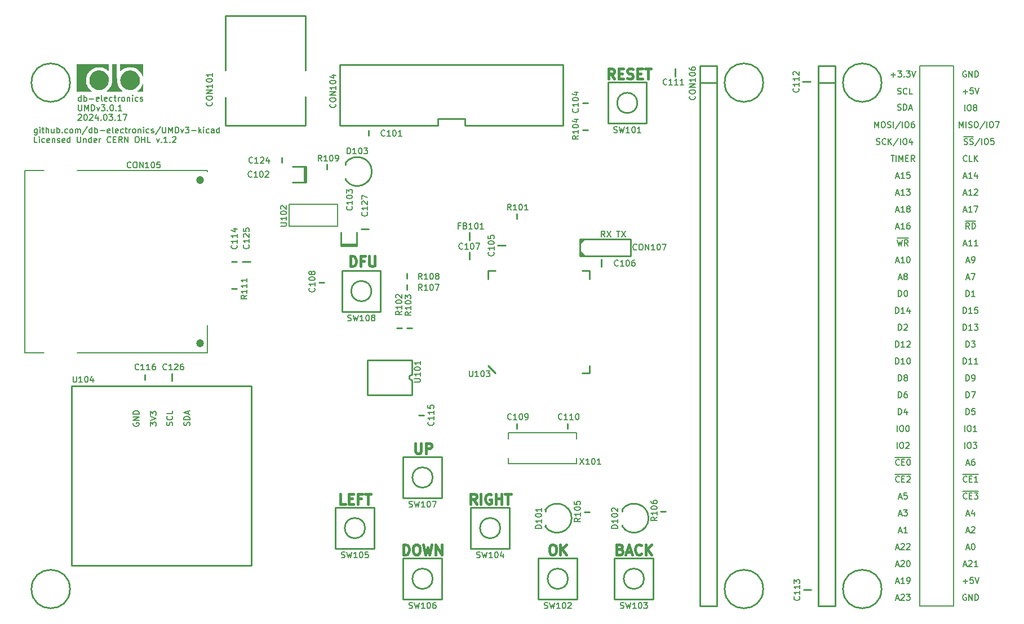
<source format=gto>
%TF.GenerationSoftware,KiCad,Pcbnew,7.0.8*%
%TF.CreationDate,2024-03-17T11:49:34-04:00*%
%TF.ProjectId,UMDv3,554d4476-332e-46b6-9963-61645f706362,rev?*%
%TF.SameCoordinates,Original*%
%TF.FileFunction,Legend,Top*%
%TF.FilePolarity,Positive*%
%FSLAX46Y46*%
G04 Gerber Fmt 4.6, Leading zero omitted, Abs format (unit mm)*
G04 Created by KiCad (PCBNEW 7.0.8) date 2024-03-17 11:49:34*
%MOMM*%
%LPD*%
G01*
G04 APERTURE LIST*
%ADD10C,0.381000*%
%ADD11C,0.177800*%
%ADD12C,0.203200*%
%ADD13C,0.254000*%
%ADD14C,0.010000*%
%ADD15C,1.200000*%
G04 APERTURE END LIST*
D10*
X163394571Y-69265219D02*
X162886571Y-68539505D01*
X162523714Y-69265219D02*
X162523714Y-67741219D01*
X162523714Y-67741219D02*
X163104285Y-67741219D01*
X163104285Y-67741219D02*
X163249428Y-67813790D01*
X163249428Y-67813790D02*
X163321999Y-67886362D01*
X163321999Y-67886362D02*
X163394571Y-68031505D01*
X163394571Y-68031505D02*
X163394571Y-68249219D01*
X163394571Y-68249219D02*
X163321999Y-68394362D01*
X163321999Y-68394362D02*
X163249428Y-68466933D01*
X163249428Y-68466933D02*
X163104285Y-68539505D01*
X163104285Y-68539505D02*
X162523714Y-68539505D01*
X164047714Y-68466933D02*
X164555714Y-68466933D01*
X164773428Y-69265219D02*
X164047714Y-69265219D01*
X164047714Y-69265219D02*
X164047714Y-67741219D01*
X164047714Y-67741219D02*
X164773428Y-67741219D01*
X165353999Y-69192648D02*
X165571714Y-69265219D01*
X165571714Y-69265219D02*
X165934571Y-69265219D01*
X165934571Y-69265219D02*
X166079714Y-69192648D01*
X166079714Y-69192648D02*
X166152285Y-69120076D01*
X166152285Y-69120076D02*
X166224856Y-68974933D01*
X166224856Y-68974933D02*
X166224856Y-68829790D01*
X166224856Y-68829790D02*
X166152285Y-68684648D01*
X166152285Y-68684648D02*
X166079714Y-68612076D01*
X166079714Y-68612076D02*
X165934571Y-68539505D01*
X165934571Y-68539505D02*
X165644285Y-68466933D01*
X165644285Y-68466933D02*
X165499142Y-68394362D01*
X165499142Y-68394362D02*
X165426571Y-68321790D01*
X165426571Y-68321790D02*
X165353999Y-68176648D01*
X165353999Y-68176648D02*
X165353999Y-68031505D01*
X165353999Y-68031505D02*
X165426571Y-67886362D01*
X165426571Y-67886362D02*
X165499142Y-67813790D01*
X165499142Y-67813790D02*
X165644285Y-67741219D01*
X165644285Y-67741219D02*
X166007142Y-67741219D01*
X166007142Y-67741219D02*
X166224856Y-67813790D01*
X166878000Y-68466933D02*
X167386000Y-68466933D01*
X167603714Y-69265219D02*
X166878000Y-69265219D01*
X166878000Y-69265219D02*
X166878000Y-67741219D01*
X166878000Y-67741219D02*
X167603714Y-67741219D01*
X168039142Y-67741219D02*
X168910000Y-67741219D01*
X168474571Y-69265219D02*
X168474571Y-67741219D01*
X133524172Y-124103819D02*
X133524172Y-125337533D01*
X133524172Y-125337533D02*
X133596743Y-125482676D01*
X133596743Y-125482676D02*
X133669315Y-125555248D01*
X133669315Y-125555248D02*
X133814457Y-125627819D01*
X133814457Y-125627819D02*
X134104743Y-125627819D01*
X134104743Y-125627819D02*
X134249886Y-125555248D01*
X134249886Y-125555248D02*
X134322457Y-125482676D01*
X134322457Y-125482676D02*
X134395029Y-125337533D01*
X134395029Y-125337533D02*
X134395029Y-124103819D01*
X135120743Y-125627819D02*
X135120743Y-124103819D01*
X135120743Y-124103819D02*
X135701314Y-124103819D01*
X135701314Y-124103819D02*
X135846457Y-124176390D01*
X135846457Y-124176390D02*
X135919028Y-124248962D01*
X135919028Y-124248962D02*
X135991600Y-124394105D01*
X135991600Y-124394105D02*
X135991600Y-124611819D01*
X135991600Y-124611819D02*
X135919028Y-124756962D01*
X135919028Y-124756962D02*
X135846457Y-124829533D01*
X135846457Y-124829533D02*
X135701314Y-124902105D01*
X135701314Y-124902105D02*
X135120743Y-124902105D01*
X164276314Y-140069533D02*
X164494028Y-140142105D01*
X164494028Y-140142105D02*
X164566599Y-140214676D01*
X164566599Y-140214676D02*
X164639171Y-140359819D01*
X164639171Y-140359819D02*
X164639171Y-140577533D01*
X164639171Y-140577533D02*
X164566599Y-140722676D01*
X164566599Y-140722676D02*
X164494028Y-140795248D01*
X164494028Y-140795248D02*
X164348885Y-140867819D01*
X164348885Y-140867819D02*
X163768314Y-140867819D01*
X163768314Y-140867819D02*
X163768314Y-139343819D01*
X163768314Y-139343819D02*
X164276314Y-139343819D01*
X164276314Y-139343819D02*
X164421457Y-139416390D01*
X164421457Y-139416390D02*
X164494028Y-139488962D01*
X164494028Y-139488962D02*
X164566599Y-139634105D01*
X164566599Y-139634105D02*
X164566599Y-139779248D01*
X164566599Y-139779248D02*
X164494028Y-139924390D01*
X164494028Y-139924390D02*
X164421457Y-139996962D01*
X164421457Y-139996962D02*
X164276314Y-140069533D01*
X164276314Y-140069533D02*
X163768314Y-140069533D01*
X165219742Y-140432390D02*
X165945457Y-140432390D01*
X165074599Y-140867819D02*
X165582599Y-139343819D01*
X165582599Y-139343819D02*
X166090599Y-140867819D01*
X167469457Y-140722676D02*
X167396885Y-140795248D01*
X167396885Y-140795248D02*
X167179171Y-140867819D01*
X167179171Y-140867819D02*
X167034028Y-140867819D01*
X167034028Y-140867819D02*
X166816314Y-140795248D01*
X166816314Y-140795248D02*
X166671171Y-140650105D01*
X166671171Y-140650105D02*
X166598600Y-140504962D01*
X166598600Y-140504962D02*
X166526028Y-140214676D01*
X166526028Y-140214676D02*
X166526028Y-139996962D01*
X166526028Y-139996962D02*
X166598600Y-139706676D01*
X166598600Y-139706676D02*
X166671171Y-139561533D01*
X166671171Y-139561533D02*
X166816314Y-139416390D01*
X166816314Y-139416390D02*
X167034028Y-139343819D01*
X167034028Y-139343819D02*
X167179171Y-139343819D01*
X167179171Y-139343819D02*
X167396885Y-139416390D01*
X167396885Y-139416390D02*
X167469457Y-139488962D01*
X168122600Y-140867819D02*
X168122600Y-139343819D01*
X168993457Y-140867819D02*
X168340314Y-139996962D01*
X168993457Y-139343819D02*
X168122600Y-140214676D01*
X122983171Y-133247819D02*
X122257457Y-133247819D01*
X122257457Y-133247819D02*
X122257457Y-131723819D01*
X123491171Y-132449533D02*
X123999171Y-132449533D01*
X124216885Y-133247819D02*
X123491171Y-133247819D01*
X123491171Y-133247819D02*
X123491171Y-131723819D01*
X123491171Y-131723819D02*
X124216885Y-131723819D01*
X125378028Y-132449533D02*
X124870028Y-132449533D01*
X124870028Y-133247819D02*
X124870028Y-131723819D01*
X124870028Y-131723819D02*
X125595742Y-131723819D01*
X125958599Y-131723819D02*
X126829457Y-131723819D01*
X126394028Y-133247819D02*
X126394028Y-131723819D01*
X131728029Y-140867819D02*
X131728029Y-139343819D01*
X131728029Y-139343819D02*
X132090886Y-139343819D01*
X132090886Y-139343819D02*
X132308600Y-139416390D01*
X132308600Y-139416390D02*
X132453743Y-139561533D01*
X132453743Y-139561533D02*
X132526314Y-139706676D01*
X132526314Y-139706676D02*
X132598886Y-139996962D01*
X132598886Y-139996962D02*
X132598886Y-140214676D01*
X132598886Y-140214676D02*
X132526314Y-140504962D01*
X132526314Y-140504962D02*
X132453743Y-140650105D01*
X132453743Y-140650105D02*
X132308600Y-140795248D01*
X132308600Y-140795248D02*
X132090886Y-140867819D01*
X132090886Y-140867819D02*
X131728029Y-140867819D01*
X133542314Y-139343819D02*
X133832600Y-139343819D01*
X133832600Y-139343819D02*
X133977743Y-139416390D01*
X133977743Y-139416390D02*
X134122886Y-139561533D01*
X134122886Y-139561533D02*
X134195457Y-139851819D01*
X134195457Y-139851819D02*
X134195457Y-140359819D01*
X134195457Y-140359819D02*
X134122886Y-140650105D01*
X134122886Y-140650105D02*
X133977743Y-140795248D01*
X133977743Y-140795248D02*
X133832600Y-140867819D01*
X133832600Y-140867819D02*
X133542314Y-140867819D01*
X133542314Y-140867819D02*
X133397172Y-140795248D01*
X133397172Y-140795248D02*
X133252029Y-140650105D01*
X133252029Y-140650105D02*
X133179457Y-140359819D01*
X133179457Y-140359819D02*
X133179457Y-139851819D01*
X133179457Y-139851819D02*
X133252029Y-139561533D01*
X133252029Y-139561533D02*
X133397172Y-139416390D01*
X133397172Y-139416390D02*
X133542314Y-139343819D01*
X134703457Y-139343819D02*
X135066314Y-140867819D01*
X135066314Y-140867819D02*
X135356600Y-139779248D01*
X135356600Y-139779248D02*
X135646885Y-140867819D01*
X135646885Y-140867819D02*
X136009743Y-139343819D01*
X136590314Y-140867819D02*
X136590314Y-139343819D01*
X136590314Y-139343819D02*
X137461171Y-140867819D01*
X137461171Y-140867819D02*
X137461171Y-139343819D01*
X142722600Y-133247819D02*
X142214600Y-132522105D01*
X141851743Y-133247819D02*
X141851743Y-131723819D01*
X141851743Y-131723819D02*
X142432314Y-131723819D01*
X142432314Y-131723819D02*
X142577457Y-131796390D01*
X142577457Y-131796390D02*
X142650028Y-131868962D01*
X142650028Y-131868962D02*
X142722600Y-132014105D01*
X142722600Y-132014105D02*
X142722600Y-132231819D01*
X142722600Y-132231819D02*
X142650028Y-132376962D01*
X142650028Y-132376962D02*
X142577457Y-132449533D01*
X142577457Y-132449533D02*
X142432314Y-132522105D01*
X142432314Y-132522105D02*
X141851743Y-132522105D01*
X143375743Y-133247819D02*
X143375743Y-131723819D01*
X144899742Y-131796390D02*
X144754600Y-131723819D01*
X144754600Y-131723819D02*
X144536885Y-131723819D01*
X144536885Y-131723819D02*
X144319171Y-131796390D01*
X144319171Y-131796390D02*
X144174028Y-131941533D01*
X144174028Y-131941533D02*
X144101457Y-132086676D01*
X144101457Y-132086676D02*
X144028885Y-132376962D01*
X144028885Y-132376962D02*
X144028885Y-132594676D01*
X144028885Y-132594676D02*
X144101457Y-132884962D01*
X144101457Y-132884962D02*
X144174028Y-133030105D01*
X144174028Y-133030105D02*
X144319171Y-133175248D01*
X144319171Y-133175248D02*
X144536885Y-133247819D01*
X144536885Y-133247819D02*
X144682028Y-133247819D01*
X144682028Y-133247819D02*
X144899742Y-133175248D01*
X144899742Y-133175248D02*
X144972314Y-133102676D01*
X144972314Y-133102676D02*
X144972314Y-132594676D01*
X144972314Y-132594676D02*
X144682028Y-132594676D01*
X145625457Y-133247819D02*
X145625457Y-131723819D01*
X145625457Y-132449533D02*
X146496314Y-132449533D01*
X146496314Y-133247819D02*
X146496314Y-131723819D01*
X147004313Y-131723819D02*
X147875171Y-131723819D01*
X147439742Y-133247819D02*
X147439742Y-131723819D01*
X154007457Y-139343819D02*
X154297743Y-139343819D01*
X154297743Y-139343819D02*
X154442886Y-139416390D01*
X154442886Y-139416390D02*
X154588029Y-139561533D01*
X154588029Y-139561533D02*
X154660600Y-139851819D01*
X154660600Y-139851819D02*
X154660600Y-140359819D01*
X154660600Y-140359819D02*
X154588029Y-140650105D01*
X154588029Y-140650105D02*
X154442886Y-140795248D01*
X154442886Y-140795248D02*
X154297743Y-140867819D01*
X154297743Y-140867819D02*
X154007457Y-140867819D01*
X154007457Y-140867819D02*
X153862315Y-140795248D01*
X153862315Y-140795248D02*
X153717172Y-140650105D01*
X153717172Y-140650105D02*
X153644600Y-140359819D01*
X153644600Y-140359819D02*
X153644600Y-139851819D01*
X153644600Y-139851819D02*
X153717172Y-139561533D01*
X153717172Y-139561533D02*
X153862315Y-139416390D01*
X153862315Y-139416390D02*
X154007457Y-139343819D01*
X155313743Y-140867819D02*
X155313743Y-139343819D01*
X156184600Y-140867819D02*
X155531457Y-139996962D01*
X156184600Y-139343819D02*
X155313743Y-140214676D01*
X123752429Y-97484619D02*
X123752429Y-95960619D01*
X123752429Y-95960619D02*
X124115286Y-95960619D01*
X124115286Y-95960619D02*
X124333000Y-96033190D01*
X124333000Y-96033190D02*
X124478143Y-96178333D01*
X124478143Y-96178333D02*
X124550714Y-96323476D01*
X124550714Y-96323476D02*
X124623286Y-96613762D01*
X124623286Y-96613762D02*
X124623286Y-96831476D01*
X124623286Y-96831476D02*
X124550714Y-97121762D01*
X124550714Y-97121762D02*
X124478143Y-97266905D01*
X124478143Y-97266905D02*
X124333000Y-97412048D01*
X124333000Y-97412048D02*
X124115286Y-97484619D01*
X124115286Y-97484619D02*
X123752429Y-97484619D01*
X125784429Y-96686333D02*
X125276429Y-96686333D01*
X125276429Y-97484619D02*
X125276429Y-95960619D01*
X125276429Y-95960619D02*
X126002143Y-95960619D01*
X126582715Y-95960619D02*
X126582715Y-97194333D01*
X126582715Y-97194333D02*
X126655286Y-97339476D01*
X126655286Y-97339476D02*
X126727858Y-97412048D01*
X126727858Y-97412048D02*
X126873000Y-97484619D01*
X126873000Y-97484619D02*
X127163286Y-97484619D01*
X127163286Y-97484619D02*
X127308429Y-97412048D01*
X127308429Y-97412048D02*
X127381000Y-97339476D01*
X127381000Y-97339476D02*
X127453572Y-97194333D01*
X127453572Y-97194333D02*
X127453572Y-95960619D01*
D11*
X99585425Y-121430493D02*
X99627758Y-121303493D01*
X99627758Y-121303493D02*
X99627758Y-121091827D01*
X99627758Y-121091827D02*
X99585425Y-121007160D01*
X99585425Y-121007160D02*
X99543091Y-120964827D01*
X99543091Y-120964827D02*
X99458425Y-120922493D01*
X99458425Y-120922493D02*
X99373758Y-120922493D01*
X99373758Y-120922493D02*
X99289091Y-120964827D01*
X99289091Y-120964827D02*
X99246758Y-121007160D01*
X99246758Y-121007160D02*
X99204425Y-121091827D01*
X99204425Y-121091827D02*
X99162091Y-121261160D01*
X99162091Y-121261160D02*
X99119758Y-121345827D01*
X99119758Y-121345827D02*
X99077425Y-121388160D01*
X99077425Y-121388160D02*
X98992758Y-121430493D01*
X98992758Y-121430493D02*
X98908091Y-121430493D01*
X98908091Y-121430493D02*
X98823425Y-121388160D01*
X98823425Y-121388160D02*
X98781091Y-121345827D01*
X98781091Y-121345827D02*
X98738758Y-121261160D01*
X98738758Y-121261160D02*
X98738758Y-121049493D01*
X98738758Y-121049493D02*
X98781091Y-120922493D01*
X99627758Y-120541493D02*
X98738758Y-120541493D01*
X98738758Y-120541493D02*
X98738758Y-120329826D01*
X98738758Y-120329826D02*
X98781091Y-120202826D01*
X98781091Y-120202826D02*
X98865758Y-120118160D01*
X98865758Y-120118160D02*
X98950425Y-120075826D01*
X98950425Y-120075826D02*
X99119758Y-120033493D01*
X99119758Y-120033493D02*
X99246758Y-120033493D01*
X99246758Y-120033493D02*
X99416091Y-120075826D01*
X99416091Y-120075826D02*
X99500758Y-120118160D01*
X99500758Y-120118160D02*
X99585425Y-120202826D01*
X99585425Y-120202826D02*
X99627758Y-120329826D01*
X99627758Y-120329826D02*
X99627758Y-120541493D01*
X99373758Y-119694826D02*
X99373758Y-119271493D01*
X99627758Y-119779493D02*
X98738758Y-119483160D01*
X98738758Y-119483160D02*
X99627758Y-119186826D01*
D12*
X83276350Y-72629412D02*
X83276350Y-71740412D01*
X83276350Y-72587079D02*
X83191684Y-72629412D01*
X83191684Y-72629412D02*
X83022350Y-72629412D01*
X83022350Y-72629412D02*
X82937684Y-72587079D01*
X82937684Y-72587079D02*
X82895350Y-72544745D01*
X82895350Y-72544745D02*
X82853017Y-72460079D01*
X82853017Y-72460079D02*
X82853017Y-72206079D01*
X82853017Y-72206079D02*
X82895350Y-72121412D01*
X82895350Y-72121412D02*
X82937684Y-72079079D01*
X82937684Y-72079079D02*
X83022350Y-72036745D01*
X83022350Y-72036745D02*
X83191684Y-72036745D01*
X83191684Y-72036745D02*
X83276350Y-72079079D01*
X83699683Y-72629412D02*
X83699683Y-71740412D01*
X83699683Y-72079079D02*
X83784350Y-72036745D01*
X83784350Y-72036745D02*
X83953683Y-72036745D01*
X83953683Y-72036745D02*
X84038350Y-72079079D01*
X84038350Y-72079079D02*
X84080683Y-72121412D01*
X84080683Y-72121412D02*
X84123017Y-72206079D01*
X84123017Y-72206079D02*
X84123017Y-72460079D01*
X84123017Y-72460079D02*
X84080683Y-72544745D01*
X84080683Y-72544745D02*
X84038350Y-72587079D01*
X84038350Y-72587079D02*
X83953683Y-72629412D01*
X83953683Y-72629412D02*
X83784350Y-72629412D01*
X83784350Y-72629412D02*
X83699683Y-72587079D01*
X84504016Y-72290745D02*
X85181350Y-72290745D01*
X85943350Y-72587079D02*
X85858683Y-72629412D01*
X85858683Y-72629412D02*
X85689350Y-72629412D01*
X85689350Y-72629412D02*
X85604683Y-72587079D01*
X85604683Y-72587079D02*
X85562350Y-72502412D01*
X85562350Y-72502412D02*
X85562350Y-72163745D01*
X85562350Y-72163745D02*
X85604683Y-72079079D01*
X85604683Y-72079079D02*
X85689350Y-72036745D01*
X85689350Y-72036745D02*
X85858683Y-72036745D01*
X85858683Y-72036745D02*
X85943350Y-72079079D01*
X85943350Y-72079079D02*
X85985683Y-72163745D01*
X85985683Y-72163745D02*
X85985683Y-72248412D01*
X85985683Y-72248412D02*
X85562350Y-72333079D01*
X86493683Y-72629412D02*
X86409017Y-72587079D01*
X86409017Y-72587079D02*
X86366683Y-72502412D01*
X86366683Y-72502412D02*
X86366683Y-71740412D01*
X87171017Y-72587079D02*
X87086350Y-72629412D01*
X87086350Y-72629412D02*
X86917017Y-72629412D01*
X86917017Y-72629412D02*
X86832350Y-72587079D01*
X86832350Y-72587079D02*
X86790017Y-72502412D01*
X86790017Y-72502412D02*
X86790017Y-72163745D01*
X86790017Y-72163745D02*
X86832350Y-72079079D01*
X86832350Y-72079079D02*
X86917017Y-72036745D01*
X86917017Y-72036745D02*
X87086350Y-72036745D01*
X87086350Y-72036745D02*
X87171017Y-72079079D01*
X87171017Y-72079079D02*
X87213350Y-72163745D01*
X87213350Y-72163745D02*
X87213350Y-72248412D01*
X87213350Y-72248412D02*
X86790017Y-72333079D01*
X87975350Y-72587079D02*
X87890684Y-72629412D01*
X87890684Y-72629412D02*
X87721350Y-72629412D01*
X87721350Y-72629412D02*
X87636684Y-72587079D01*
X87636684Y-72587079D02*
X87594350Y-72544745D01*
X87594350Y-72544745D02*
X87552017Y-72460079D01*
X87552017Y-72460079D02*
X87552017Y-72206079D01*
X87552017Y-72206079D02*
X87594350Y-72121412D01*
X87594350Y-72121412D02*
X87636684Y-72079079D01*
X87636684Y-72079079D02*
X87721350Y-72036745D01*
X87721350Y-72036745D02*
X87890684Y-72036745D01*
X87890684Y-72036745D02*
X87975350Y-72079079D01*
X88229350Y-72036745D02*
X88568017Y-72036745D01*
X88356350Y-71740412D02*
X88356350Y-72502412D01*
X88356350Y-72502412D02*
X88398684Y-72587079D01*
X88398684Y-72587079D02*
X88483350Y-72629412D01*
X88483350Y-72629412D02*
X88568017Y-72629412D01*
X88864350Y-72629412D02*
X88864350Y-72036745D01*
X88864350Y-72206079D02*
X88906684Y-72121412D01*
X88906684Y-72121412D02*
X88949017Y-72079079D01*
X88949017Y-72079079D02*
X89033684Y-72036745D01*
X89033684Y-72036745D02*
X89118350Y-72036745D01*
X89541683Y-72629412D02*
X89457017Y-72587079D01*
X89457017Y-72587079D02*
X89414683Y-72544745D01*
X89414683Y-72544745D02*
X89372350Y-72460079D01*
X89372350Y-72460079D02*
X89372350Y-72206079D01*
X89372350Y-72206079D02*
X89414683Y-72121412D01*
X89414683Y-72121412D02*
X89457017Y-72079079D01*
X89457017Y-72079079D02*
X89541683Y-72036745D01*
X89541683Y-72036745D02*
X89668683Y-72036745D01*
X89668683Y-72036745D02*
X89753350Y-72079079D01*
X89753350Y-72079079D02*
X89795683Y-72121412D01*
X89795683Y-72121412D02*
X89838017Y-72206079D01*
X89838017Y-72206079D02*
X89838017Y-72460079D01*
X89838017Y-72460079D02*
X89795683Y-72544745D01*
X89795683Y-72544745D02*
X89753350Y-72587079D01*
X89753350Y-72587079D02*
X89668683Y-72629412D01*
X89668683Y-72629412D02*
X89541683Y-72629412D01*
X90219016Y-72036745D02*
X90219016Y-72629412D01*
X90219016Y-72121412D02*
X90261350Y-72079079D01*
X90261350Y-72079079D02*
X90346016Y-72036745D01*
X90346016Y-72036745D02*
X90473016Y-72036745D01*
X90473016Y-72036745D02*
X90557683Y-72079079D01*
X90557683Y-72079079D02*
X90600016Y-72163745D01*
X90600016Y-72163745D02*
X90600016Y-72629412D01*
X91023349Y-72629412D02*
X91023349Y-72036745D01*
X91023349Y-71740412D02*
X90981016Y-71782745D01*
X90981016Y-71782745D02*
X91023349Y-71825079D01*
X91023349Y-71825079D02*
X91065683Y-71782745D01*
X91065683Y-71782745D02*
X91023349Y-71740412D01*
X91023349Y-71740412D02*
X91023349Y-71825079D01*
X91827682Y-72587079D02*
X91743016Y-72629412D01*
X91743016Y-72629412D02*
X91573682Y-72629412D01*
X91573682Y-72629412D02*
X91489016Y-72587079D01*
X91489016Y-72587079D02*
X91446682Y-72544745D01*
X91446682Y-72544745D02*
X91404349Y-72460079D01*
X91404349Y-72460079D02*
X91404349Y-72206079D01*
X91404349Y-72206079D02*
X91446682Y-72121412D01*
X91446682Y-72121412D02*
X91489016Y-72079079D01*
X91489016Y-72079079D02*
X91573682Y-72036745D01*
X91573682Y-72036745D02*
X91743016Y-72036745D01*
X91743016Y-72036745D02*
X91827682Y-72079079D01*
X92166349Y-72587079D02*
X92251016Y-72629412D01*
X92251016Y-72629412D02*
X92420349Y-72629412D01*
X92420349Y-72629412D02*
X92505016Y-72587079D01*
X92505016Y-72587079D02*
X92547349Y-72502412D01*
X92547349Y-72502412D02*
X92547349Y-72460079D01*
X92547349Y-72460079D02*
X92505016Y-72375412D01*
X92505016Y-72375412D02*
X92420349Y-72333079D01*
X92420349Y-72333079D02*
X92293349Y-72333079D01*
X92293349Y-72333079D02*
X92208682Y-72290745D01*
X92208682Y-72290745D02*
X92166349Y-72206079D01*
X92166349Y-72206079D02*
X92166349Y-72163745D01*
X92166349Y-72163745D02*
X92208682Y-72079079D01*
X92208682Y-72079079D02*
X92293349Y-72036745D01*
X92293349Y-72036745D02*
X92420349Y-72036745D01*
X92420349Y-72036745D02*
X92505016Y-72079079D01*
X82895350Y-73171702D02*
X82895350Y-73891369D01*
X82895350Y-73891369D02*
X82937684Y-73976035D01*
X82937684Y-73976035D02*
X82980017Y-74018369D01*
X82980017Y-74018369D02*
X83064684Y-74060702D01*
X83064684Y-74060702D02*
X83234017Y-74060702D01*
X83234017Y-74060702D02*
X83318684Y-74018369D01*
X83318684Y-74018369D02*
X83361017Y-73976035D01*
X83361017Y-73976035D02*
X83403350Y-73891369D01*
X83403350Y-73891369D02*
X83403350Y-73171702D01*
X83826683Y-74060702D02*
X83826683Y-73171702D01*
X83826683Y-73171702D02*
X84123017Y-73806702D01*
X84123017Y-73806702D02*
X84419350Y-73171702D01*
X84419350Y-73171702D02*
X84419350Y-74060702D01*
X84842683Y-74060702D02*
X84842683Y-73171702D01*
X84842683Y-73171702D02*
X85054350Y-73171702D01*
X85054350Y-73171702D02*
X85181350Y-73214035D01*
X85181350Y-73214035D02*
X85266017Y-73298702D01*
X85266017Y-73298702D02*
X85308350Y-73383369D01*
X85308350Y-73383369D02*
X85350683Y-73552702D01*
X85350683Y-73552702D02*
X85350683Y-73679702D01*
X85350683Y-73679702D02*
X85308350Y-73849035D01*
X85308350Y-73849035D02*
X85266017Y-73933702D01*
X85266017Y-73933702D02*
X85181350Y-74018369D01*
X85181350Y-74018369D02*
X85054350Y-74060702D01*
X85054350Y-74060702D02*
X84842683Y-74060702D01*
X85647017Y-73468035D02*
X85858683Y-74060702D01*
X85858683Y-74060702D02*
X86070350Y-73468035D01*
X86324350Y-73171702D02*
X86874683Y-73171702D01*
X86874683Y-73171702D02*
X86578350Y-73510369D01*
X86578350Y-73510369D02*
X86705350Y-73510369D01*
X86705350Y-73510369D02*
X86790016Y-73552702D01*
X86790016Y-73552702D02*
X86832350Y-73595035D01*
X86832350Y-73595035D02*
X86874683Y-73679702D01*
X86874683Y-73679702D02*
X86874683Y-73891369D01*
X86874683Y-73891369D02*
X86832350Y-73976035D01*
X86832350Y-73976035D02*
X86790016Y-74018369D01*
X86790016Y-74018369D02*
X86705350Y-74060702D01*
X86705350Y-74060702D02*
X86451350Y-74060702D01*
X86451350Y-74060702D02*
X86366683Y-74018369D01*
X86366683Y-74018369D02*
X86324350Y-73976035D01*
X87255683Y-73976035D02*
X87298017Y-74018369D01*
X87298017Y-74018369D02*
X87255683Y-74060702D01*
X87255683Y-74060702D02*
X87213350Y-74018369D01*
X87213350Y-74018369D02*
X87255683Y-73976035D01*
X87255683Y-73976035D02*
X87255683Y-74060702D01*
X87848350Y-73171702D02*
X87933016Y-73171702D01*
X87933016Y-73171702D02*
X88017683Y-73214035D01*
X88017683Y-73214035D02*
X88060016Y-73256369D01*
X88060016Y-73256369D02*
X88102350Y-73341035D01*
X88102350Y-73341035D02*
X88144683Y-73510369D01*
X88144683Y-73510369D02*
X88144683Y-73722035D01*
X88144683Y-73722035D02*
X88102350Y-73891369D01*
X88102350Y-73891369D02*
X88060016Y-73976035D01*
X88060016Y-73976035D02*
X88017683Y-74018369D01*
X88017683Y-74018369D02*
X87933016Y-74060702D01*
X87933016Y-74060702D02*
X87848350Y-74060702D01*
X87848350Y-74060702D02*
X87763683Y-74018369D01*
X87763683Y-74018369D02*
X87721350Y-73976035D01*
X87721350Y-73976035D02*
X87679016Y-73891369D01*
X87679016Y-73891369D02*
X87636683Y-73722035D01*
X87636683Y-73722035D02*
X87636683Y-73510369D01*
X87636683Y-73510369D02*
X87679016Y-73341035D01*
X87679016Y-73341035D02*
X87721350Y-73256369D01*
X87721350Y-73256369D02*
X87763683Y-73214035D01*
X87763683Y-73214035D02*
X87848350Y-73171702D01*
X88525683Y-73976035D02*
X88568017Y-74018369D01*
X88568017Y-74018369D02*
X88525683Y-74060702D01*
X88525683Y-74060702D02*
X88483350Y-74018369D01*
X88483350Y-74018369D02*
X88525683Y-73976035D01*
X88525683Y-73976035D02*
X88525683Y-74060702D01*
X89414683Y-74060702D02*
X88906683Y-74060702D01*
X89160683Y-74060702D02*
X89160683Y-73171702D01*
X89160683Y-73171702D02*
X89076016Y-73298702D01*
X89076016Y-73298702D02*
X88991350Y-73383369D01*
X88991350Y-73383369D02*
X88906683Y-73425702D01*
X82853017Y-74687659D02*
X82895350Y-74645325D01*
X82895350Y-74645325D02*
X82980017Y-74602992D01*
X82980017Y-74602992D02*
X83191684Y-74602992D01*
X83191684Y-74602992D02*
X83276350Y-74645325D01*
X83276350Y-74645325D02*
X83318684Y-74687659D01*
X83318684Y-74687659D02*
X83361017Y-74772325D01*
X83361017Y-74772325D02*
X83361017Y-74856992D01*
X83361017Y-74856992D02*
X83318684Y-74983992D01*
X83318684Y-74983992D02*
X82810684Y-75491992D01*
X82810684Y-75491992D02*
X83361017Y-75491992D01*
X83911351Y-74602992D02*
X83996017Y-74602992D01*
X83996017Y-74602992D02*
X84080684Y-74645325D01*
X84080684Y-74645325D02*
X84123017Y-74687659D01*
X84123017Y-74687659D02*
X84165351Y-74772325D01*
X84165351Y-74772325D02*
X84207684Y-74941659D01*
X84207684Y-74941659D02*
X84207684Y-75153325D01*
X84207684Y-75153325D02*
X84165351Y-75322659D01*
X84165351Y-75322659D02*
X84123017Y-75407325D01*
X84123017Y-75407325D02*
X84080684Y-75449659D01*
X84080684Y-75449659D02*
X83996017Y-75491992D01*
X83996017Y-75491992D02*
X83911351Y-75491992D01*
X83911351Y-75491992D02*
X83826684Y-75449659D01*
X83826684Y-75449659D02*
X83784351Y-75407325D01*
X83784351Y-75407325D02*
X83742017Y-75322659D01*
X83742017Y-75322659D02*
X83699684Y-75153325D01*
X83699684Y-75153325D02*
X83699684Y-74941659D01*
X83699684Y-74941659D02*
X83742017Y-74772325D01*
X83742017Y-74772325D02*
X83784351Y-74687659D01*
X83784351Y-74687659D02*
X83826684Y-74645325D01*
X83826684Y-74645325D02*
X83911351Y-74602992D01*
X84546351Y-74687659D02*
X84588684Y-74645325D01*
X84588684Y-74645325D02*
X84673351Y-74602992D01*
X84673351Y-74602992D02*
X84885018Y-74602992D01*
X84885018Y-74602992D02*
X84969684Y-74645325D01*
X84969684Y-74645325D02*
X85012018Y-74687659D01*
X85012018Y-74687659D02*
X85054351Y-74772325D01*
X85054351Y-74772325D02*
X85054351Y-74856992D01*
X85054351Y-74856992D02*
X85012018Y-74983992D01*
X85012018Y-74983992D02*
X84504018Y-75491992D01*
X84504018Y-75491992D02*
X85054351Y-75491992D01*
X85816351Y-74899325D02*
X85816351Y-75491992D01*
X85604685Y-74560659D02*
X85393018Y-75195659D01*
X85393018Y-75195659D02*
X85943351Y-75195659D01*
X86282018Y-75407325D02*
X86324352Y-75449659D01*
X86324352Y-75449659D02*
X86282018Y-75491992D01*
X86282018Y-75491992D02*
X86239685Y-75449659D01*
X86239685Y-75449659D02*
X86282018Y-75407325D01*
X86282018Y-75407325D02*
X86282018Y-75491992D01*
X86874685Y-74602992D02*
X86959351Y-74602992D01*
X86959351Y-74602992D02*
X87044018Y-74645325D01*
X87044018Y-74645325D02*
X87086351Y-74687659D01*
X87086351Y-74687659D02*
X87128685Y-74772325D01*
X87128685Y-74772325D02*
X87171018Y-74941659D01*
X87171018Y-74941659D02*
X87171018Y-75153325D01*
X87171018Y-75153325D02*
X87128685Y-75322659D01*
X87128685Y-75322659D02*
X87086351Y-75407325D01*
X87086351Y-75407325D02*
X87044018Y-75449659D01*
X87044018Y-75449659D02*
X86959351Y-75491992D01*
X86959351Y-75491992D02*
X86874685Y-75491992D01*
X86874685Y-75491992D02*
X86790018Y-75449659D01*
X86790018Y-75449659D02*
X86747685Y-75407325D01*
X86747685Y-75407325D02*
X86705351Y-75322659D01*
X86705351Y-75322659D02*
X86663018Y-75153325D01*
X86663018Y-75153325D02*
X86663018Y-74941659D01*
X86663018Y-74941659D02*
X86705351Y-74772325D01*
X86705351Y-74772325D02*
X86747685Y-74687659D01*
X86747685Y-74687659D02*
X86790018Y-74645325D01*
X86790018Y-74645325D02*
X86874685Y-74602992D01*
X87467352Y-74602992D02*
X88017685Y-74602992D01*
X88017685Y-74602992D02*
X87721352Y-74941659D01*
X87721352Y-74941659D02*
X87848352Y-74941659D01*
X87848352Y-74941659D02*
X87933018Y-74983992D01*
X87933018Y-74983992D02*
X87975352Y-75026325D01*
X87975352Y-75026325D02*
X88017685Y-75110992D01*
X88017685Y-75110992D02*
X88017685Y-75322659D01*
X88017685Y-75322659D02*
X87975352Y-75407325D01*
X87975352Y-75407325D02*
X87933018Y-75449659D01*
X87933018Y-75449659D02*
X87848352Y-75491992D01*
X87848352Y-75491992D02*
X87594352Y-75491992D01*
X87594352Y-75491992D02*
X87509685Y-75449659D01*
X87509685Y-75449659D02*
X87467352Y-75407325D01*
X88398685Y-75407325D02*
X88441019Y-75449659D01*
X88441019Y-75449659D02*
X88398685Y-75491992D01*
X88398685Y-75491992D02*
X88356352Y-75449659D01*
X88356352Y-75449659D02*
X88398685Y-75407325D01*
X88398685Y-75407325D02*
X88398685Y-75491992D01*
X89287685Y-75491992D02*
X88779685Y-75491992D01*
X89033685Y-75491992D02*
X89033685Y-74602992D01*
X89033685Y-74602992D02*
X88949018Y-74729992D01*
X88949018Y-74729992D02*
X88864352Y-74814659D01*
X88864352Y-74814659D02*
X88779685Y-74856992D01*
X89584019Y-74602992D02*
X90176685Y-74602992D01*
X90176685Y-74602992D02*
X89795685Y-75491992D01*
D11*
X93709558Y-121472827D02*
X93709558Y-120922493D01*
X93709558Y-120922493D02*
X94048225Y-121218827D01*
X94048225Y-121218827D02*
X94048225Y-121091827D01*
X94048225Y-121091827D02*
X94090558Y-121007160D01*
X94090558Y-121007160D02*
X94132891Y-120964827D01*
X94132891Y-120964827D02*
X94217558Y-120922493D01*
X94217558Y-120922493D02*
X94429225Y-120922493D01*
X94429225Y-120922493D02*
X94513891Y-120964827D01*
X94513891Y-120964827D02*
X94556225Y-121007160D01*
X94556225Y-121007160D02*
X94598558Y-121091827D01*
X94598558Y-121091827D02*
X94598558Y-121345827D01*
X94598558Y-121345827D02*
X94556225Y-121430493D01*
X94556225Y-121430493D02*
X94513891Y-121472827D01*
X93709558Y-120668493D02*
X94598558Y-120372160D01*
X94598558Y-120372160D02*
X93709558Y-120075826D01*
X93709558Y-119864160D02*
X93709558Y-119313826D01*
X93709558Y-119313826D02*
X94048225Y-119610160D01*
X94048225Y-119610160D02*
X94048225Y-119483160D01*
X94048225Y-119483160D02*
X94090558Y-119398493D01*
X94090558Y-119398493D02*
X94132891Y-119356160D01*
X94132891Y-119356160D02*
X94217558Y-119313826D01*
X94217558Y-119313826D02*
X94429225Y-119313826D01*
X94429225Y-119313826D02*
X94513891Y-119356160D01*
X94513891Y-119356160D02*
X94556225Y-119398493D01*
X94556225Y-119398493D02*
X94598558Y-119483160D01*
X94598558Y-119483160D02*
X94598558Y-119737160D01*
X94598558Y-119737160D02*
X94556225Y-119821826D01*
X94556225Y-119821826D02*
X94513891Y-119864160D01*
X97020025Y-121430493D02*
X97062358Y-121303493D01*
X97062358Y-121303493D02*
X97062358Y-121091827D01*
X97062358Y-121091827D02*
X97020025Y-121007160D01*
X97020025Y-121007160D02*
X96977691Y-120964827D01*
X96977691Y-120964827D02*
X96893025Y-120922493D01*
X96893025Y-120922493D02*
X96808358Y-120922493D01*
X96808358Y-120922493D02*
X96723691Y-120964827D01*
X96723691Y-120964827D02*
X96681358Y-121007160D01*
X96681358Y-121007160D02*
X96639025Y-121091827D01*
X96639025Y-121091827D02*
X96596691Y-121261160D01*
X96596691Y-121261160D02*
X96554358Y-121345827D01*
X96554358Y-121345827D02*
X96512025Y-121388160D01*
X96512025Y-121388160D02*
X96427358Y-121430493D01*
X96427358Y-121430493D02*
X96342691Y-121430493D01*
X96342691Y-121430493D02*
X96258025Y-121388160D01*
X96258025Y-121388160D02*
X96215691Y-121345827D01*
X96215691Y-121345827D02*
X96173358Y-121261160D01*
X96173358Y-121261160D02*
X96173358Y-121049493D01*
X96173358Y-121049493D02*
X96215691Y-120922493D01*
X96977691Y-120033493D02*
X97020025Y-120075826D01*
X97020025Y-120075826D02*
X97062358Y-120202826D01*
X97062358Y-120202826D02*
X97062358Y-120287493D01*
X97062358Y-120287493D02*
X97020025Y-120414493D01*
X97020025Y-120414493D02*
X96935358Y-120499160D01*
X96935358Y-120499160D02*
X96850691Y-120541493D01*
X96850691Y-120541493D02*
X96681358Y-120583826D01*
X96681358Y-120583826D02*
X96554358Y-120583826D01*
X96554358Y-120583826D02*
X96385025Y-120541493D01*
X96385025Y-120541493D02*
X96300358Y-120499160D01*
X96300358Y-120499160D02*
X96215691Y-120414493D01*
X96215691Y-120414493D02*
X96173358Y-120287493D01*
X96173358Y-120287493D02*
X96173358Y-120202826D01*
X96173358Y-120202826D02*
X96215691Y-120075826D01*
X96215691Y-120075826D02*
X96258025Y-120033493D01*
X97062358Y-119229160D02*
X97062358Y-119652493D01*
X97062358Y-119652493D02*
X96173358Y-119652493D01*
D12*
X76672350Y-76816390D02*
X76672350Y-77536057D01*
X76672350Y-77536057D02*
X76630017Y-77620724D01*
X76630017Y-77620724D02*
X76587684Y-77663057D01*
X76587684Y-77663057D02*
X76503017Y-77705390D01*
X76503017Y-77705390D02*
X76376017Y-77705390D01*
X76376017Y-77705390D02*
X76291350Y-77663057D01*
X76672350Y-77366724D02*
X76587684Y-77409057D01*
X76587684Y-77409057D02*
X76418350Y-77409057D01*
X76418350Y-77409057D02*
X76333684Y-77366724D01*
X76333684Y-77366724D02*
X76291350Y-77324390D01*
X76291350Y-77324390D02*
X76249017Y-77239724D01*
X76249017Y-77239724D02*
X76249017Y-76985724D01*
X76249017Y-76985724D02*
X76291350Y-76901057D01*
X76291350Y-76901057D02*
X76333684Y-76858724D01*
X76333684Y-76858724D02*
X76418350Y-76816390D01*
X76418350Y-76816390D02*
X76587684Y-76816390D01*
X76587684Y-76816390D02*
X76672350Y-76858724D01*
X77095683Y-77409057D02*
X77095683Y-76816390D01*
X77095683Y-76520057D02*
X77053350Y-76562390D01*
X77053350Y-76562390D02*
X77095683Y-76604724D01*
X77095683Y-76604724D02*
X77138017Y-76562390D01*
X77138017Y-76562390D02*
X77095683Y-76520057D01*
X77095683Y-76520057D02*
X77095683Y-76604724D01*
X77392016Y-76816390D02*
X77730683Y-76816390D01*
X77519016Y-76520057D02*
X77519016Y-77282057D01*
X77519016Y-77282057D02*
X77561350Y-77366724D01*
X77561350Y-77366724D02*
X77646016Y-77409057D01*
X77646016Y-77409057D02*
X77730683Y-77409057D01*
X78027016Y-77409057D02*
X78027016Y-76520057D01*
X78408016Y-77409057D02*
X78408016Y-76943390D01*
X78408016Y-76943390D02*
X78365683Y-76858724D01*
X78365683Y-76858724D02*
X78281016Y-76816390D01*
X78281016Y-76816390D02*
X78154016Y-76816390D01*
X78154016Y-76816390D02*
X78069350Y-76858724D01*
X78069350Y-76858724D02*
X78027016Y-76901057D01*
X79212349Y-76816390D02*
X79212349Y-77409057D01*
X78831349Y-76816390D02*
X78831349Y-77282057D01*
X78831349Y-77282057D02*
X78873683Y-77366724D01*
X78873683Y-77366724D02*
X78958349Y-77409057D01*
X78958349Y-77409057D02*
X79085349Y-77409057D01*
X79085349Y-77409057D02*
X79170016Y-77366724D01*
X79170016Y-77366724D02*
X79212349Y-77324390D01*
X79635682Y-77409057D02*
X79635682Y-76520057D01*
X79635682Y-76858724D02*
X79720349Y-76816390D01*
X79720349Y-76816390D02*
X79889682Y-76816390D01*
X79889682Y-76816390D02*
X79974349Y-76858724D01*
X79974349Y-76858724D02*
X80016682Y-76901057D01*
X80016682Y-76901057D02*
X80059016Y-76985724D01*
X80059016Y-76985724D02*
X80059016Y-77239724D01*
X80059016Y-77239724D02*
X80016682Y-77324390D01*
X80016682Y-77324390D02*
X79974349Y-77366724D01*
X79974349Y-77366724D02*
X79889682Y-77409057D01*
X79889682Y-77409057D02*
X79720349Y-77409057D01*
X79720349Y-77409057D02*
X79635682Y-77366724D01*
X80440015Y-77324390D02*
X80482349Y-77366724D01*
X80482349Y-77366724D02*
X80440015Y-77409057D01*
X80440015Y-77409057D02*
X80397682Y-77366724D01*
X80397682Y-77366724D02*
X80440015Y-77324390D01*
X80440015Y-77324390D02*
X80440015Y-77409057D01*
X81244348Y-77366724D02*
X81159682Y-77409057D01*
X81159682Y-77409057D02*
X80990348Y-77409057D01*
X80990348Y-77409057D02*
X80905682Y-77366724D01*
X80905682Y-77366724D02*
X80863348Y-77324390D01*
X80863348Y-77324390D02*
X80821015Y-77239724D01*
X80821015Y-77239724D02*
X80821015Y-76985724D01*
X80821015Y-76985724D02*
X80863348Y-76901057D01*
X80863348Y-76901057D02*
X80905682Y-76858724D01*
X80905682Y-76858724D02*
X80990348Y-76816390D01*
X80990348Y-76816390D02*
X81159682Y-76816390D01*
X81159682Y-76816390D02*
X81244348Y-76858724D01*
X81752348Y-77409057D02*
X81667682Y-77366724D01*
X81667682Y-77366724D02*
X81625348Y-77324390D01*
X81625348Y-77324390D02*
X81583015Y-77239724D01*
X81583015Y-77239724D02*
X81583015Y-76985724D01*
X81583015Y-76985724D02*
X81625348Y-76901057D01*
X81625348Y-76901057D02*
X81667682Y-76858724D01*
X81667682Y-76858724D02*
X81752348Y-76816390D01*
X81752348Y-76816390D02*
X81879348Y-76816390D01*
X81879348Y-76816390D02*
X81964015Y-76858724D01*
X81964015Y-76858724D02*
X82006348Y-76901057D01*
X82006348Y-76901057D02*
X82048682Y-76985724D01*
X82048682Y-76985724D02*
X82048682Y-77239724D01*
X82048682Y-77239724D02*
X82006348Y-77324390D01*
X82006348Y-77324390D02*
X81964015Y-77366724D01*
X81964015Y-77366724D02*
X81879348Y-77409057D01*
X81879348Y-77409057D02*
X81752348Y-77409057D01*
X82429681Y-77409057D02*
X82429681Y-76816390D01*
X82429681Y-76901057D02*
X82472015Y-76858724D01*
X82472015Y-76858724D02*
X82556681Y-76816390D01*
X82556681Y-76816390D02*
X82683681Y-76816390D01*
X82683681Y-76816390D02*
X82768348Y-76858724D01*
X82768348Y-76858724D02*
X82810681Y-76943390D01*
X82810681Y-76943390D02*
X82810681Y-77409057D01*
X82810681Y-76943390D02*
X82853015Y-76858724D01*
X82853015Y-76858724D02*
X82937681Y-76816390D01*
X82937681Y-76816390D02*
X83064681Y-76816390D01*
X83064681Y-76816390D02*
X83149348Y-76858724D01*
X83149348Y-76858724D02*
X83191681Y-76943390D01*
X83191681Y-76943390D02*
X83191681Y-77409057D01*
X84250014Y-76477724D02*
X83488014Y-77620724D01*
X84927347Y-77409057D02*
X84927347Y-76520057D01*
X84927347Y-77366724D02*
X84842681Y-77409057D01*
X84842681Y-77409057D02*
X84673347Y-77409057D01*
X84673347Y-77409057D02*
X84588681Y-77366724D01*
X84588681Y-77366724D02*
X84546347Y-77324390D01*
X84546347Y-77324390D02*
X84504014Y-77239724D01*
X84504014Y-77239724D02*
X84504014Y-76985724D01*
X84504014Y-76985724D02*
X84546347Y-76901057D01*
X84546347Y-76901057D02*
X84588681Y-76858724D01*
X84588681Y-76858724D02*
X84673347Y-76816390D01*
X84673347Y-76816390D02*
X84842681Y-76816390D01*
X84842681Y-76816390D02*
X84927347Y-76858724D01*
X85350680Y-77409057D02*
X85350680Y-76520057D01*
X85350680Y-76858724D02*
X85435347Y-76816390D01*
X85435347Y-76816390D02*
X85604680Y-76816390D01*
X85604680Y-76816390D02*
X85689347Y-76858724D01*
X85689347Y-76858724D02*
X85731680Y-76901057D01*
X85731680Y-76901057D02*
X85774014Y-76985724D01*
X85774014Y-76985724D02*
X85774014Y-77239724D01*
X85774014Y-77239724D02*
X85731680Y-77324390D01*
X85731680Y-77324390D02*
X85689347Y-77366724D01*
X85689347Y-77366724D02*
X85604680Y-77409057D01*
X85604680Y-77409057D02*
X85435347Y-77409057D01*
X85435347Y-77409057D02*
X85350680Y-77366724D01*
X86155013Y-77070390D02*
X86832347Y-77070390D01*
X87594347Y-77366724D02*
X87509680Y-77409057D01*
X87509680Y-77409057D02*
X87340347Y-77409057D01*
X87340347Y-77409057D02*
X87255680Y-77366724D01*
X87255680Y-77366724D02*
X87213347Y-77282057D01*
X87213347Y-77282057D02*
X87213347Y-76943390D01*
X87213347Y-76943390D02*
X87255680Y-76858724D01*
X87255680Y-76858724D02*
X87340347Y-76816390D01*
X87340347Y-76816390D02*
X87509680Y-76816390D01*
X87509680Y-76816390D02*
X87594347Y-76858724D01*
X87594347Y-76858724D02*
X87636680Y-76943390D01*
X87636680Y-76943390D02*
X87636680Y-77028057D01*
X87636680Y-77028057D02*
X87213347Y-77112724D01*
X88144680Y-77409057D02*
X88060014Y-77366724D01*
X88060014Y-77366724D02*
X88017680Y-77282057D01*
X88017680Y-77282057D02*
X88017680Y-76520057D01*
X88822014Y-77366724D02*
X88737347Y-77409057D01*
X88737347Y-77409057D02*
X88568014Y-77409057D01*
X88568014Y-77409057D02*
X88483347Y-77366724D01*
X88483347Y-77366724D02*
X88441014Y-77282057D01*
X88441014Y-77282057D02*
X88441014Y-76943390D01*
X88441014Y-76943390D02*
X88483347Y-76858724D01*
X88483347Y-76858724D02*
X88568014Y-76816390D01*
X88568014Y-76816390D02*
X88737347Y-76816390D01*
X88737347Y-76816390D02*
X88822014Y-76858724D01*
X88822014Y-76858724D02*
X88864347Y-76943390D01*
X88864347Y-76943390D02*
X88864347Y-77028057D01*
X88864347Y-77028057D02*
X88441014Y-77112724D01*
X89626347Y-77366724D02*
X89541681Y-77409057D01*
X89541681Y-77409057D02*
X89372347Y-77409057D01*
X89372347Y-77409057D02*
X89287681Y-77366724D01*
X89287681Y-77366724D02*
X89245347Y-77324390D01*
X89245347Y-77324390D02*
X89203014Y-77239724D01*
X89203014Y-77239724D02*
X89203014Y-76985724D01*
X89203014Y-76985724D02*
X89245347Y-76901057D01*
X89245347Y-76901057D02*
X89287681Y-76858724D01*
X89287681Y-76858724D02*
X89372347Y-76816390D01*
X89372347Y-76816390D02*
X89541681Y-76816390D01*
X89541681Y-76816390D02*
X89626347Y-76858724D01*
X89880347Y-76816390D02*
X90219014Y-76816390D01*
X90007347Y-76520057D02*
X90007347Y-77282057D01*
X90007347Y-77282057D02*
X90049681Y-77366724D01*
X90049681Y-77366724D02*
X90134347Y-77409057D01*
X90134347Y-77409057D02*
X90219014Y-77409057D01*
X90515347Y-77409057D02*
X90515347Y-76816390D01*
X90515347Y-76985724D02*
X90557681Y-76901057D01*
X90557681Y-76901057D02*
X90600014Y-76858724D01*
X90600014Y-76858724D02*
X90684681Y-76816390D01*
X90684681Y-76816390D02*
X90769347Y-76816390D01*
X91192680Y-77409057D02*
X91108014Y-77366724D01*
X91108014Y-77366724D02*
X91065680Y-77324390D01*
X91065680Y-77324390D02*
X91023347Y-77239724D01*
X91023347Y-77239724D02*
X91023347Y-76985724D01*
X91023347Y-76985724D02*
X91065680Y-76901057D01*
X91065680Y-76901057D02*
X91108014Y-76858724D01*
X91108014Y-76858724D02*
X91192680Y-76816390D01*
X91192680Y-76816390D02*
X91319680Y-76816390D01*
X91319680Y-76816390D02*
X91404347Y-76858724D01*
X91404347Y-76858724D02*
X91446680Y-76901057D01*
X91446680Y-76901057D02*
X91489014Y-76985724D01*
X91489014Y-76985724D02*
X91489014Y-77239724D01*
X91489014Y-77239724D02*
X91446680Y-77324390D01*
X91446680Y-77324390D02*
X91404347Y-77366724D01*
X91404347Y-77366724D02*
X91319680Y-77409057D01*
X91319680Y-77409057D02*
X91192680Y-77409057D01*
X91870013Y-76816390D02*
X91870013Y-77409057D01*
X91870013Y-76901057D02*
X91912347Y-76858724D01*
X91912347Y-76858724D02*
X91997013Y-76816390D01*
X91997013Y-76816390D02*
X92124013Y-76816390D01*
X92124013Y-76816390D02*
X92208680Y-76858724D01*
X92208680Y-76858724D02*
X92251013Y-76943390D01*
X92251013Y-76943390D02*
X92251013Y-77409057D01*
X92674346Y-77409057D02*
X92674346Y-76816390D01*
X92674346Y-76520057D02*
X92632013Y-76562390D01*
X92632013Y-76562390D02*
X92674346Y-76604724D01*
X92674346Y-76604724D02*
X92716680Y-76562390D01*
X92716680Y-76562390D02*
X92674346Y-76520057D01*
X92674346Y-76520057D02*
X92674346Y-76604724D01*
X93478679Y-77366724D02*
X93394013Y-77409057D01*
X93394013Y-77409057D02*
X93224679Y-77409057D01*
X93224679Y-77409057D02*
X93140013Y-77366724D01*
X93140013Y-77366724D02*
X93097679Y-77324390D01*
X93097679Y-77324390D02*
X93055346Y-77239724D01*
X93055346Y-77239724D02*
X93055346Y-76985724D01*
X93055346Y-76985724D02*
X93097679Y-76901057D01*
X93097679Y-76901057D02*
X93140013Y-76858724D01*
X93140013Y-76858724D02*
X93224679Y-76816390D01*
X93224679Y-76816390D02*
X93394013Y-76816390D01*
X93394013Y-76816390D02*
X93478679Y-76858724D01*
X93817346Y-77366724D02*
X93902013Y-77409057D01*
X93902013Y-77409057D02*
X94071346Y-77409057D01*
X94071346Y-77409057D02*
X94156013Y-77366724D01*
X94156013Y-77366724D02*
X94198346Y-77282057D01*
X94198346Y-77282057D02*
X94198346Y-77239724D01*
X94198346Y-77239724D02*
X94156013Y-77155057D01*
X94156013Y-77155057D02*
X94071346Y-77112724D01*
X94071346Y-77112724D02*
X93944346Y-77112724D01*
X93944346Y-77112724D02*
X93859679Y-77070390D01*
X93859679Y-77070390D02*
X93817346Y-76985724D01*
X93817346Y-76985724D02*
X93817346Y-76943390D01*
X93817346Y-76943390D02*
X93859679Y-76858724D01*
X93859679Y-76858724D02*
X93944346Y-76816390D01*
X93944346Y-76816390D02*
X94071346Y-76816390D01*
X94071346Y-76816390D02*
X94156013Y-76858724D01*
X95214346Y-76477724D02*
X94452346Y-77620724D01*
X95510679Y-76520057D02*
X95510679Y-77239724D01*
X95510679Y-77239724D02*
X95553013Y-77324390D01*
X95553013Y-77324390D02*
X95595346Y-77366724D01*
X95595346Y-77366724D02*
X95680013Y-77409057D01*
X95680013Y-77409057D02*
X95849346Y-77409057D01*
X95849346Y-77409057D02*
X95934013Y-77366724D01*
X95934013Y-77366724D02*
X95976346Y-77324390D01*
X95976346Y-77324390D02*
X96018679Y-77239724D01*
X96018679Y-77239724D02*
X96018679Y-76520057D01*
X96442012Y-77409057D02*
X96442012Y-76520057D01*
X96442012Y-76520057D02*
X96738346Y-77155057D01*
X96738346Y-77155057D02*
X97034679Y-76520057D01*
X97034679Y-76520057D02*
X97034679Y-77409057D01*
X97458012Y-77409057D02*
X97458012Y-76520057D01*
X97458012Y-76520057D02*
X97669679Y-76520057D01*
X97669679Y-76520057D02*
X97796679Y-76562390D01*
X97796679Y-76562390D02*
X97881346Y-76647057D01*
X97881346Y-76647057D02*
X97923679Y-76731724D01*
X97923679Y-76731724D02*
X97966012Y-76901057D01*
X97966012Y-76901057D02*
X97966012Y-77028057D01*
X97966012Y-77028057D02*
X97923679Y-77197390D01*
X97923679Y-77197390D02*
X97881346Y-77282057D01*
X97881346Y-77282057D02*
X97796679Y-77366724D01*
X97796679Y-77366724D02*
X97669679Y-77409057D01*
X97669679Y-77409057D02*
X97458012Y-77409057D01*
X98262346Y-76816390D02*
X98474012Y-77409057D01*
X98474012Y-77409057D02*
X98685679Y-76816390D01*
X98939679Y-76520057D02*
X99490012Y-76520057D01*
X99490012Y-76520057D02*
X99193679Y-76858724D01*
X99193679Y-76858724D02*
X99320679Y-76858724D01*
X99320679Y-76858724D02*
X99405345Y-76901057D01*
X99405345Y-76901057D02*
X99447679Y-76943390D01*
X99447679Y-76943390D02*
X99490012Y-77028057D01*
X99490012Y-77028057D02*
X99490012Y-77239724D01*
X99490012Y-77239724D02*
X99447679Y-77324390D01*
X99447679Y-77324390D02*
X99405345Y-77366724D01*
X99405345Y-77366724D02*
X99320679Y-77409057D01*
X99320679Y-77409057D02*
X99066679Y-77409057D01*
X99066679Y-77409057D02*
X98982012Y-77366724D01*
X98982012Y-77366724D02*
X98939679Y-77324390D01*
X99871012Y-77070390D02*
X100548346Y-77070390D01*
X100971679Y-77409057D02*
X100971679Y-76520057D01*
X101056346Y-77070390D02*
X101310346Y-77409057D01*
X101310346Y-76816390D02*
X100971679Y-77155057D01*
X101691346Y-77409057D02*
X101691346Y-76816390D01*
X101691346Y-76520057D02*
X101649013Y-76562390D01*
X101649013Y-76562390D02*
X101691346Y-76604724D01*
X101691346Y-76604724D02*
X101733680Y-76562390D01*
X101733680Y-76562390D02*
X101691346Y-76520057D01*
X101691346Y-76520057D02*
X101691346Y-76604724D01*
X102495679Y-77366724D02*
X102411013Y-77409057D01*
X102411013Y-77409057D02*
X102241679Y-77409057D01*
X102241679Y-77409057D02*
X102157013Y-77366724D01*
X102157013Y-77366724D02*
X102114679Y-77324390D01*
X102114679Y-77324390D02*
X102072346Y-77239724D01*
X102072346Y-77239724D02*
X102072346Y-76985724D01*
X102072346Y-76985724D02*
X102114679Y-76901057D01*
X102114679Y-76901057D02*
X102157013Y-76858724D01*
X102157013Y-76858724D02*
X102241679Y-76816390D01*
X102241679Y-76816390D02*
X102411013Y-76816390D01*
X102411013Y-76816390D02*
X102495679Y-76858724D01*
X103257679Y-77409057D02*
X103257679Y-76943390D01*
X103257679Y-76943390D02*
X103215346Y-76858724D01*
X103215346Y-76858724D02*
X103130679Y-76816390D01*
X103130679Y-76816390D02*
X102961346Y-76816390D01*
X102961346Y-76816390D02*
X102876679Y-76858724D01*
X103257679Y-77366724D02*
X103173013Y-77409057D01*
X103173013Y-77409057D02*
X102961346Y-77409057D01*
X102961346Y-77409057D02*
X102876679Y-77366724D01*
X102876679Y-77366724D02*
X102834346Y-77282057D01*
X102834346Y-77282057D02*
X102834346Y-77197390D01*
X102834346Y-77197390D02*
X102876679Y-77112724D01*
X102876679Y-77112724D02*
X102961346Y-77070390D01*
X102961346Y-77070390D02*
X103173013Y-77070390D01*
X103173013Y-77070390D02*
X103257679Y-77028057D01*
X104062012Y-77409057D02*
X104062012Y-76520057D01*
X104062012Y-77366724D02*
X103977346Y-77409057D01*
X103977346Y-77409057D02*
X103808012Y-77409057D01*
X103808012Y-77409057D02*
X103723346Y-77366724D01*
X103723346Y-77366724D02*
X103681012Y-77324390D01*
X103681012Y-77324390D02*
X103638679Y-77239724D01*
X103638679Y-77239724D02*
X103638679Y-76985724D01*
X103638679Y-76985724D02*
X103681012Y-76901057D01*
X103681012Y-76901057D02*
X103723346Y-76858724D01*
X103723346Y-76858724D02*
X103808012Y-76816390D01*
X103808012Y-76816390D02*
X103977346Y-76816390D01*
X103977346Y-76816390D02*
X104062012Y-76858724D01*
X76714684Y-78840347D02*
X76291350Y-78840347D01*
X76291350Y-78840347D02*
X76291350Y-77951347D01*
X77011017Y-78840347D02*
X77011017Y-78247680D01*
X77011017Y-77951347D02*
X76968684Y-77993680D01*
X76968684Y-77993680D02*
X77011017Y-78036014D01*
X77011017Y-78036014D02*
X77053351Y-77993680D01*
X77053351Y-77993680D02*
X77011017Y-77951347D01*
X77011017Y-77951347D02*
X77011017Y-78036014D01*
X77815350Y-78798014D02*
X77730684Y-78840347D01*
X77730684Y-78840347D02*
X77561350Y-78840347D01*
X77561350Y-78840347D02*
X77476684Y-78798014D01*
X77476684Y-78798014D02*
X77434350Y-78755680D01*
X77434350Y-78755680D02*
X77392017Y-78671014D01*
X77392017Y-78671014D02*
X77392017Y-78417014D01*
X77392017Y-78417014D02*
X77434350Y-78332347D01*
X77434350Y-78332347D02*
X77476684Y-78290014D01*
X77476684Y-78290014D02*
X77561350Y-78247680D01*
X77561350Y-78247680D02*
X77730684Y-78247680D01*
X77730684Y-78247680D02*
X77815350Y-78290014D01*
X78535017Y-78798014D02*
X78450350Y-78840347D01*
X78450350Y-78840347D02*
X78281017Y-78840347D01*
X78281017Y-78840347D02*
X78196350Y-78798014D01*
X78196350Y-78798014D02*
X78154017Y-78713347D01*
X78154017Y-78713347D02*
X78154017Y-78374680D01*
X78154017Y-78374680D02*
X78196350Y-78290014D01*
X78196350Y-78290014D02*
X78281017Y-78247680D01*
X78281017Y-78247680D02*
X78450350Y-78247680D01*
X78450350Y-78247680D02*
X78535017Y-78290014D01*
X78535017Y-78290014D02*
X78577350Y-78374680D01*
X78577350Y-78374680D02*
X78577350Y-78459347D01*
X78577350Y-78459347D02*
X78154017Y-78544014D01*
X78958350Y-78247680D02*
X78958350Y-78840347D01*
X78958350Y-78332347D02*
X79000684Y-78290014D01*
X79000684Y-78290014D02*
X79085350Y-78247680D01*
X79085350Y-78247680D02*
X79212350Y-78247680D01*
X79212350Y-78247680D02*
X79297017Y-78290014D01*
X79297017Y-78290014D02*
X79339350Y-78374680D01*
X79339350Y-78374680D02*
X79339350Y-78840347D01*
X79720350Y-78798014D02*
X79805017Y-78840347D01*
X79805017Y-78840347D02*
X79974350Y-78840347D01*
X79974350Y-78840347D02*
X80059017Y-78798014D01*
X80059017Y-78798014D02*
X80101350Y-78713347D01*
X80101350Y-78713347D02*
X80101350Y-78671014D01*
X80101350Y-78671014D02*
X80059017Y-78586347D01*
X80059017Y-78586347D02*
X79974350Y-78544014D01*
X79974350Y-78544014D02*
X79847350Y-78544014D01*
X79847350Y-78544014D02*
X79762683Y-78501680D01*
X79762683Y-78501680D02*
X79720350Y-78417014D01*
X79720350Y-78417014D02*
X79720350Y-78374680D01*
X79720350Y-78374680D02*
X79762683Y-78290014D01*
X79762683Y-78290014D02*
X79847350Y-78247680D01*
X79847350Y-78247680D02*
X79974350Y-78247680D01*
X79974350Y-78247680D02*
X80059017Y-78290014D01*
X80821017Y-78798014D02*
X80736350Y-78840347D01*
X80736350Y-78840347D02*
X80567017Y-78840347D01*
X80567017Y-78840347D02*
X80482350Y-78798014D01*
X80482350Y-78798014D02*
X80440017Y-78713347D01*
X80440017Y-78713347D02*
X80440017Y-78374680D01*
X80440017Y-78374680D02*
X80482350Y-78290014D01*
X80482350Y-78290014D02*
X80567017Y-78247680D01*
X80567017Y-78247680D02*
X80736350Y-78247680D01*
X80736350Y-78247680D02*
X80821017Y-78290014D01*
X80821017Y-78290014D02*
X80863350Y-78374680D01*
X80863350Y-78374680D02*
X80863350Y-78459347D01*
X80863350Y-78459347D02*
X80440017Y-78544014D01*
X81625350Y-78840347D02*
X81625350Y-77951347D01*
X81625350Y-78798014D02*
X81540684Y-78840347D01*
X81540684Y-78840347D02*
X81371350Y-78840347D01*
X81371350Y-78840347D02*
X81286684Y-78798014D01*
X81286684Y-78798014D02*
X81244350Y-78755680D01*
X81244350Y-78755680D02*
X81202017Y-78671014D01*
X81202017Y-78671014D02*
X81202017Y-78417014D01*
X81202017Y-78417014D02*
X81244350Y-78332347D01*
X81244350Y-78332347D02*
X81286684Y-78290014D01*
X81286684Y-78290014D02*
X81371350Y-78247680D01*
X81371350Y-78247680D02*
X81540684Y-78247680D01*
X81540684Y-78247680D02*
X81625350Y-78290014D01*
X82726016Y-77951347D02*
X82726016Y-78671014D01*
X82726016Y-78671014D02*
X82768350Y-78755680D01*
X82768350Y-78755680D02*
X82810683Y-78798014D01*
X82810683Y-78798014D02*
X82895350Y-78840347D01*
X82895350Y-78840347D02*
X83064683Y-78840347D01*
X83064683Y-78840347D02*
X83149350Y-78798014D01*
X83149350Y-78798014D02*
X83191683Y-78755680D01*
X83191683Y-78755680D02*
X83234016Y-78671014D01*
X83234016Y-78671014D02*
X83234016Y-77951347D01*
X83657349Y-78247680D02*
X83657349Y-78840347D01*
X83657349Y-78332347D02*
X83699683Y-78290014D01*
X83699683Y-78290014D02*
X83784349Y-78247680D01*
X83784349Y-78247680D02*
X83911349Y-78247680D01*
X83911349Y-78247680D02*
X83996016Y-78290014D01*
X83996016Y-78290014D02*
X84038349Y-78374680D01*
X84038349Y-78374680D02*
X84038349Y-78840347D01*
X84842682Y-78840347D02*
X84842682Y-77951347D01*
X84842682Y-78798014D02*
X84758016Y-78840347D01*
X84758016Y-78840347D02*
X84588682Y-78840347D01*
X84588682Y-78840347D02*
X84504016Y-78798014D01*
X84504016Y-78798014D02*
X84461682Y-78755680D01*
X84461682Y-78755680D02*
X84419349Y-78671014D01*
X84419349Y-78671014D02*
X84419349Y-78417014D01*
X84419349Y-78417014D02*
X84461682Y-78332347D01*
X84461682Y-78332347D02*
X84504016Y-78290014D01*
X84504016Y-78290014D02*
X84588682Y-78247680D01*
X84588682Y-78247680D02*
X84758016Y-78247680D01*
X84758016Y-78247680D02*
X84842682Y-78290014D01*
X85604682Y-78798014D02*
X85520015Y-78840347D01*
X85520015Y-78840347D02*
X85350682Y-78840347D01*
X85350682Y-78840347D02*
X85266015Y-78798014D01*
X85266015Y-78798014D02*
X85223682Y-78713347D01*
X85223682Y-78713347D02*
X85223682Y-78374680D01*
X85223682Y-78374680D02*
X85266015Y-78290014D01*
X85266015Y-78290014D02*
X85350682Y-78247680D01*
X85350682Y-78247680D02*
X85520015Y-78247680D01*
X85520015Y-78247680D02*
X85604682Y-78290014D01*
X85604682Y-78290014D02*
X85647015Y-78374680D01*
X85647015Y-78374680D02*
X85647015Y-78459347D01*
X85647015Y-78459347D02*
X85223682Y-78544014D01*
X86028015Y-78840347D02*
X86028015Y-78247680D01*
X86028015Y-78417014D02*
X86070349Y-78332347D01*
X86070349Y-78332347D02*
X86112682Y-78290014D01*
X86112682Y-78290014D02*
X86197349Y-78247680D01*
X86197349Y-78247680D02*
X86282015Y-78247680D01*
X87763681Y-78755680D02*
X87721348Y-78798014D01*
X87721348Y-78798014D02*
X87594348Y-78840347D01*
X87594348Y-78840347D02*
X87509681Y-78840347D01*
X87509681Y-78840347D02*
X87382681Y-78798014D01*
X87382681Y-78798014D02*
X87298015Y-78713347D01*
X87298015Y-78713347D02*
X87255681Y-78628680D01*
X87255681Y-78628680D02*
X87213348Y-78459347D01*
X87213348Y-78459347D02*
X87213348Y-78332347D01*
X87213348Y-78332347D02*
X87255681Y-78163014D01*
X87255681Y-78163014D02*
X87298015Y-78078347D01*
X87298015Y-78078347D02*
X87382681Y-77993680D01*
X87382681Y-77993680D02*
X87509681Y-77951347D01*
X87509681Y-77951347D02*
X87594348Y-77951347D01*
X87594348Y-77951347D02*
X87721348Y-77993680D01*
X87721348Y-77993680D02*
X87763681Y-78036014D01*
X88144681Y-78374680D02*
X88441015Y-78374680D01*
X88568015Y-78840347D02*
X88144681Y-78840347D01*
X88144681Y-78840347D02*
X88144681Y-77951347D01*
X88144681Y-77951347D02*
X88568015Y-77951347D01*
X89457014Y-78840347D02*
X89160681Y-78417014D01*
X88949014Y-78840347D02*
X88949014Y-77951347D01*
X88949014Y-77951347D02*
X89287681Y-77951347D01*
X89287681Y-77951347D02*
X89372348Y-77993680D01*
X89372348Y-77993680D02*
X89414681Y-78036014D01*
X89414681Y-78036014D02*
X89457014Y-78120680D01*
X89457014Y-78120680D02*
X89457014Y-78247680D01*
X89457014Y-78247680D02*
X89414681Y-78332347D01*
X89414681Y-78332347D02*
X89372348Y-78374680D01*
X89372348Y-78374680D02*
X89287681Y-78417014D01*
X89287681Y-78417014D02*
X88949014Y-78417014D01*
X89838014Y-78840347D02*
X89838014Y-77951347D01*
X89838014Y-77951347D02*
X90346014Y-78840347D01*
X90346014Y-78840347D02*
X90346014Y-77951347D01*
X91616014Y-77951347D02*
X91785347Y-77951347D01*
X91785347Y-77951347D02*
X91870014Y-77993680D01*
X91870014Y-77993680D02*
X91954680Y-78078347D01*
X91954680Y-78078347D02*
X91997014Y-78247680D01*
X91997014Y-78247680D02*
X91997014Y-78544014D01*
X91997014Y-78544014D02*
X91954680Y-78713347D01*
X91954680Y-78713347D02*
X91870014Y-78798014D01*
X91870014Y-78798014D02*
X91785347Y-78840347D01*
X91785347Y-78840347D02*
X91616014Y-78840347D01*
X91616014Y-78840347D02*
X91531347Y-78798014D01*
X91531347Y-78798014D02*
X91446680Y-78713347D01*
X91446680Y-78713347D02*
X91404347Y-78544014D01*
X91404347Y-78544014D02*
X91404347Y-78247680D01*
X91404347Y-78247680D02*
X91446680Y-78078347D01*
X91446680Y-78078347D02*
X91531347Y-77993680D01*
X91531347Y-77993680D02*
X91616014Y-77951347D01*
X92378013Y-78840347D02*
X92378013Y-77951347D01*
X92378013Y-78374680D02*
X92886013Y-78374680D01*
X92886013Y-78840347D02*
X92886013Y-77951347D01*
X93732680Y-78840347D02*
X93309346Y-78840347D01*
X93309346Y-78840347D02*
X93309346Y-77951347D01*
X94621680Y-78247680D02*
X94833346Y-78840347D01*
X94833346Y-78840347D02*
X95045013Y-78247680D01*
X95383679Y-78755680D02*
X95426013Y-78798014D01*
X95426013Y-78798014D02*
X95383679Y-78840347D01*
X95383679Y-78840347D02*
X95341346Y-78798014D01*
X95341346Y-78798014D02*
X95383679Y-78755680D01*
X95383679Y-78755680D02*
X95383679Y-78840347D01*
X96272679Y-78840347D02*
X95764679Y-78840347D01*
X96018679Y-78840347D02*
X96018679Y-77951347D01*
X96018679Y-77951347D02*
X95934012Y-78078347D01*
X95934012Y-78078347D02*
X95849346Y-78163014D01*
X95849346Y-78163014D02*
X95764679Y-78205347D01*
X96653679Y-78755680D02*
X96696013Y-78798014D01*
X96696013Y-78798014D02*
X96653679Y-78840347D01*
X96653679Y-78840347D02*
X96611346Y-78798014D01*
X96611346Y-78798014D02*
X96653679Y-78755680D01*
X96653679Y-78755680D02*
X96653679Y-78840347D01*
X97034679Y-78036014D02*
X97077012Y-77993680D01*
X97077012Y-77993680D02*
X97161679Y-77951347D01*
X97161679Y-77951347D02*
X97373346Y-77951347D01*
X97373346Y-77951347D02*
X97458012Y-77993680D01*
X97458012Y-77993680D02*
X97500346Y-78036014D01*
X97500346Y-78036014D02*
X97542679Y-78120680D01*
X97542679Y-78120680D02*
X97542679Y-78205347D01*
X97542679Y-78205347D02*
X97500346Y-78332347D01*
X97500346Y-78332347D02*
X96992346Y-78840347D01*
X96992346Y-78840347D02*
X97542679Y-78840347D01*
D11*
X91161091Y-121049493D02*
X91118758Y-121134160D01*
X91118758Y-121134160D02*
X91118758Y-121261160D01*
X91118758Y-121261160D02*
X91161091Y-121388160D01*
X91161091Y-121388160D02*
X91245758Y-121472827D01*
X91245758Y-121472827D02*
X91330425Y-121515160D01*
X91330425Y-121515160D02*
X91499758Y-121557493D01*
X91499758Y-121557493D02*
X91626758Y-121557493D01*
X91626758Y-121557493D02*
X91796091Y-121515160D01*
X91796091Y-121515160D02*
X91880758Y-121472827D01*
X91880758Y-121472827D02*
X91965425Y-121388160D01*
X91965425Y-121388160D02*
X92007758Y-121261160D01*
X92007758Y-121261160D02*
X92007758Y-121176493D01*
X92007758Y-121176493D02*
X91965425Y-121049493D01*
X91965425Y-121049493D02*
X91923091Y-121007160D01*
X91923091Y-121007160D02*
X91626758Y-121007160D01*
X91626758Y-121007160D02*
X91626758Y-121176493D01*
X92007758Y-120626160D02*
X91118758Y-120626160D01*
X91118758Y-120626160D02*
X92007758Y-120118160D01*
X92007758Y-120118160D02*
X91118758Y-120118160D01*
X92007758Y-119694827D02*
X91118758Y-119694827D01*
X91118758Y-119694827D02*
X91118758Y-119483160D01*
X91118758Y-119483160D02*
X91161091Y-119356160D01*
X91161091Y-119356160D02*
X91245758Y-119271494D01*
X91245758Y-119271494D02*
X91330425Y-119229160D01*
X91330425Y-119229160D02*
X91499758Y-119186827D01*
X91499758Y-119186827D02*
X91626758Y-119186827D01*
X91626758Y-119186827D02*
X91796091Y-119229160D01*
X91796091Y-119229160D02*
X91880758Y-119271494D01*
X91880758Y-119271494D02*
X91965425Y-119356160D01*
X91965425Y-119356160D02*
X92007758Y-119483160D01*
X92007758Y-119483160D02*
X92007758Y-119694827D01*
X161996966Y-93061223D02*
X161700633Y-92637890D01*
X161488966Y-93061223D02*
X161488966Y-92172223D01*
X161488966Y-92172223D02*
X161827633Y-92172223D01*
X161827633Y-92172223D02*
X161912300Y-92214556D01*
X161912300Y-92214556D02*
X161954633Y-92256890D01*
X161954633Y-92256890D02*
X161996966Y-92341556D01*
X161996966Y-92341556D02*
X161996966Y-92468556D01*
X161996966Y-92468556D02*
X161954633Y-92553223D01*
X161954633Y-92553223D02*
X161912300Y-92595556D01*
X161912300Y-92595556D02*
X161827633Y-92637890D01*
X161827633Y-92637890D02*
X161488966Y-92637890D01*
X162293300Y-92172223D02*
X162885966Y-93061223D01*
X162885966Y-92172223D02*
X162293300Y-93061223D01*
X163774966Y-92172223D02*
X164282966Y-92172223D01*
X164028966Y-93061223D02*
X164028966Y-92172223D01*
X164494633Y-92172223D02*
X165087299Y-93061223D01*
X165087299Y-92172223D02*
X164494633Y-93061223D01*
D12*
X128926166Y-77786035D02*
X128883833Y-77828369D01*
X128883833Y-77828369D02*
X128756833Y-77870702D01*
X128756833Y-77870702D02*
X128672166Y-77870702D01*
X128672166Y-77870702D02*
X128545166Y-77828369D01*
X128545166Y-77828369D02*
X128460500Y-77743702D01*
X128460500Y-77743702D02*
X128418166Y-77659035D01*
X128418166Y-77659035D02*
X128375833Y-77489702D01*
X128375833Y-77489702D02*
X128375833Y-77362702D01*
X128375833Y-77362702D02*
X128418166Y-77193369D01*
X128418166Y-77193369D02*
X128460500Y-77108702D01*
X128460500Y-77108702D02*
X128545166Y-77024035D01*
X128545166Y-77024035D02*
X128672166Y-76981702D01*
X128672166Y-76981702D02*
X128756833Y-76981702D01*
X128756833Y-76981702D02*
X128883833Y-77024035D01*
X128883833Y-77024035D02*
X128926166Y-77066369D01*
X129772833Y-77870702D02*
X129264833Y-77870702D01*
X129518833Y-77870702D02*
X129518833Y-76981702D01*
X129518833Y-76981702D02*
X129434166Y-77108702D01*
X129434166Y-77108702D02*
X129349500Y-77193369D01*
X129349500Y-77193369D02*
X129264833Y-77235702D01*
X130323167Y-76981702D02*
X130407833Y-76981702D01*
X130407833Y-76981702D02*
X130492500Y-77024035D01*
X130492500Y-77024035D02*
X130534833Y-77066369D01*
X130534833Y-77066369D02*
X130577167Y-77151035D01*
X130577167Y-77151035D02*
X130619500Y-77320369D01*
X130619500Y-77320369D02*
X130619500Y-77532035D01*
X130619500Y-77532035D02*
X130577167Y-77701369D01*
X130577167Y-77701369D02*
X130534833Y-77786035D01*
X130534833Y-77786035D02*
X130492500Y-77828369D01*
X130492500Y-77828369D02*
X130407833Y-77870702D01*
X130407833Y-77870702D02*
X130323167Y-77870702D01*
X130323167Y-77870702D02*
X130238500Y-77828369D01*
X130238500Y-77828369D02*
X130196167Y-77786035D01*
X130196167Y-77786035D02*
X130153833Y-77701369D01*
X130153833Y-77701369D02*
X130111500Y-77532035D01*
X130111500Y-77532035D02*
X130111500Y-77320369D01*
X130111500Y-77320369D02*
X130153833Y-77151035D01*
X130153833Y-77151035D02*
X130196167Y-77066369D01*
X130196167Y-77066369D02*
X130238500Y-77024035D01*
X130238500Y-77024035D02*
X130323167Y-76981702D01*
X131466167Y-77870702D02*
X130958167Y-77870702D01*
X131212167Y-77870702D02*
X131212167Y-76981702D01*
X131212167Y-76981702D02*
X131127500Y-77108702D01*
X131127500Y-77108702D02*
X131042834Y-77193369D01*
X131042834Y-77193369D02*
X130958167Y-77235702D01*
X96160166Y-112965035D02*
X96117833Y-113007369D01*
X96117833Y-113007369D02*
X95990833Y-113049702D01*
X95990833Y-113049702D02*
X95906166Y-113049702D01*
X95906166Y-113049702D02*
X95779166Y-113007369D01*
X95779166Y-113007369D02*
X95694500Y-112922702D01*
X95694500Y-112922702D02*
X95652166Y-112838035D01*
X95652166Y-112838035D02*
X95609833Y-112668702D01*
X95609833Y-112668702D02*
X95609833Y-112541702D01*
X95609833Y-112541702D02*
X95652166Y-112372369D01*
X95652166Y-112372369D02*
X95694500Y-112287702D01*
X95694500Y-112287702D02*
X95779166Y-112203035D01*
X95779166Y-112203035D02*
X95906166Y-112160702D01*
X95906166Y-112160702D02*
X95990833Y-112160702D01*
X95990833Y-112160702D02*
X96117833Y-112203035D01*
X96117833Y-112203035D02*
X96160166Y-112245369D01*
X97006833Y-113049702D02*
X96498833Y-113049702D01*
X96752833Y-113049702D02*
X96752833Y-112160702D01*
X96752833Y-112160702D02*
X96668166Y-112287702D01*
X96668166Y-112287702D02*
X96583500Y-112372369D01*
X96583500Y-112372369D02*
X96498833Y-112414702D01*
X97345500Y-112245369D02*
X97387833Y-112203035D01*
X97387833Y-112203035D02*
X97472500Y-112160702D01*
X97472500Y-112160702D02*
X97684167Y-112160702D01*
X97684167Y-112160702D02*
X97768833Y-112203035D01*
X97768833Y-112203035D02*
X97811167Y-112245369D01*
X97811167Y-112245369D02*
X97853500Y-112330035D01*
X97853500Y-112330035D02*
X97853500Y-112414702D01*
X97853500Y-112414702D02*
X97811167Y-112541702D01*
X97811167Y-112541702D02*
X97303167Y-113049702D01*
X97303167Y-113049702D02*
X97853500Y-113049702D01*
X98615500Y-112160702D02*
X98446167Y-112160702D01*
X98446167Y-112160702D02*
X98361500Y-112203035D01*
X98361500Y-112203035D02*
X98319167Y-112245369D01*
X98319167Y-112245369D02*
X98234500Y-112372369D01*
X98234500Y-112372369D02*
X98192167Y-112541702D01*
X98192167Y-112541702D02*
X98192167Y-112880369D01*
X98192167Y-112880369D02*
X98234500Y-112965035D01*
X98234500Y-112965035D02*
X98276834Y-113007369D01*
X98276834Y-113007369D02*
X98361500Y-113049702D01*
X98361500Y-113049702D02*
X98530834Y-113049702D01*
X98530834Y-113049702D02*
X98615500Y-113007369D01*
X98615500Y-113007369D02*
X98657834Y-112965035D01*
X98657834Y-112965035D02*
X98700167Y-112880369D01*
X98700167Y-112880369D02*
X98700167Y-112668702D01*
X98700167Y-112668702D02*
X98657834Y-112584035D01*
X98657834Y-112584035D02*
X98615500Y-112541702D01*
X98615500Y-112541702D02*
X98530834Y-112499369D01*
X98530834Y-112499369D02*
X98361500Y-112499369D01*
X98361500Y-112499369D02*
X98276834Y-112541702D01*
X98276834Y-112541702D02*
X98234500Y-112584035D01*
X98234500Y-112584035D02*
X98192167Y-112668702D01*
X157923035Y-73765833D02*
X157965369Y-73808166D01*
X157965369Y-73808166D02*
X158007702Y-73935166D01*
X158007702Y-73935166D02*
X158007702Y-74019833D01*
X158007702Y-74019833D02*
X157965369Y-74146833D01*
X157965369Y-74146833D02*
X157880702Y-74231500D01*
X157880702Y-74231500D02*
X157796035Y-74273833D01*
X157796035Y-74273833D02*
X157626702Y-74316166D01*
X157626702Y-74316166D02*
X157499702Y-74316166D01*
X157499702Y-74316166D02*
X157330369Y-74273833D01*
X157330369Y-74273833D02*
X157245702Y-74231500D01*
X157245702Y-74231500D02*
X157161035Y-74146833D01*
X157161035Y-74146833D02*
X157118702Y-74019833D01*
X157118702Y-74019833D02*
X157118702Y-73935166D01*
X157118702Y-73935166D02*
X157161035Y-73808166D01*
X157161035Y-73808166D02*
X157203369Y-73765833D01*
X158007702Y-72919166D02*
X158007702Y-73427166D01*
X158007702Y-73173166D02*
X157118702Y-73173166D01*
X157118702Y-73173166D02*
X157245702Y-73257833D01*
X157245702Y-73257833D02*
X157330369Y-73342500D01*
X157330369Y-73342500D02*
X157372702Y-73427166D01*
X157118702Y-72368833D02*
X157118702Y-72284166D01*
X157118702Y-72284166D02*
X157161035Y-72199499D01*
X157161035Y-72199499D02*
X157203369Y-72157166D01*
X157203369Y-72157166D02*
X157288035Y-72114833D01*
X157288035Y-72114833D02*
X157457369Y-72072499D01*
X157457369Y-72072499D02*
X157669035Y-72072499D01*
X157669035Y-72072499D02*
X157838369Y-72114833D01*
X157838369Y-72114833D02*
X157923035Y-72157166D01*
X157923035Y-72157166D02*
X157965369Y-72199499D01*
X157965369Y-72199499D02*
X158007702Y-72284166D01*
X158007702Y-72284166D02*
X158007702Y-72368833D01*
X158007702Y-72368833D02*
X157965369Y-72453499D01*
X157965369Y-72453499D02*
X157923035Y-72495833D01*
X157923035Y-72495833D02*
X157838369Y-72538166D01*
X157838369Y-72538166D02*
X157669035Y-72580499D01*
X157669035Y-72580499D02*
X157457369Y-72580499D01*
X157457369Y-72580499D02*
X157288035Y-72538166D01*
X157288035Y-72538166D02*
X157203369Y-72495833D01*
X157203369Y-72495833D02*
X157161035Y-72453499D01*
X157161035Y-72453499D02*
X157118702Y-72368833D01*
X157415035Y-71310499D02*
X158007702Y-71310499D01*
X157076369Y-71522166D02*
X157711369Y-71733832D01*
X157711369Y-71733832D02*
X157711369Y-71183499D01*
X121474035Y-73046166D02*
X121516369Y-73088499D01*
X121516369Y-73088499D02*
X121558702Y-73215499D01*
X121558702Y-73215499D02*
X121558702Y-73300166D01*
X121558702Y-73300166D02*
X121516369Y-73427166D01*
X121516369Y-73427166D02*
X121431702Y-73511833D01*
X121431702Y-73511833D02*
X121347035Y-73554166D01*
X121347035Y-73554166D02*
X121177702Y-73596499D01*
X121177702Y-73596499D02*
X121050702Y-73596499D01*
X121050702Y-73596499D02*
X120881369Y-73554166D01*
X120881369Y-73554166D02*
X120796702Y-73511833D01*
X120796702Y-73511833D02*
X120712035Y-73427166D01*
X120712035Y-73427166D02*
X120669702Y-73300166D01*
X120669702Y-73300166D02*
X120669702Y-73215499D01*
X120669702Y-73215499D02*
X120712035Y-73088499D01*
X120712035Y-73088499D02*
X120754369Y-73046166D01*
X120669702Y-72495833D02*
X120669702Y-72326499D01*
X120669702Y-72326499D02*
X120712035Y-72241833D01*
X120712035Y-72241833D02*
X120796702Y-72157166D01*
X120796702Y-72157166D02*
X120966035Y-72114833D01*
X120966035Y-72114833D02*
X121262369Y-72114833D01*
X121262369Y-72114833D02*
X121431702Y-72157166D01*
X121431702Y-72157166D02*
X121516369Y-72241833D01*
X121516369Y-72241833D02*
X121558702Y-72326499D01*
X121558702Y-72326499D02*
X121558702Y-72495833D01*
X121558702Y-72495833D02*
X121516369Y-72580499D01*
X121516369Y-72580499D02*
X121431702Y-72665166D01*
X121431702Y-72665166D02*
X121262369Y-72707499D01*
X121262369Y-72707499D02*
X120966035Y-72707499D01*
X120966035Y-72707499D02*
X120796702Y-72665166D01*
X120796702Y-72665166D02*
X120712035Y-72580499D01*
X120712035Y-72580499D02*
X120669702Y-72495833D01*
X121558702Y-71733833D02*
X120669702Y-71733833D01*
X120669702Y-71733833D02*
X121558702Y-71225833D01*
X121558702Y-71225833D02*
X120669702Y-71225833D01*
X121558702Y-70336833D02*
X121558702Y-70844833D01*
X121558702Y-70590833D02*
X120669702Y-70590833D01*
X120669702Y-70590833D02*
X120796702Y-70675500D01*
X120796702Y-70675500D02*
X120881369Y-70760167D01*
X120881369Y-70760167D02*
X120923702Y-70844833D01*
X120669702Y-69786500D02*
X120669702Y-69701833D01*
X120669702Y-69701833D02*
X120712035Y-69617166D01*
X120712035Y-69617166D02*
X120754369Y-69574833D01*
X120754369Y-69574833D02*
X120839035Y-69532500D01*
X120839035Y-69532500D02*
X121008369Y-69490166D01*
X121008369Y-69490166D02*
X121220035Y-69490166D01*
X121220035Y-69490166D02*
X121389369Y-69532500D01*
X121389369Y-69532500D02*
X121474035Y-69574833D01*
X121474035Y-69574833D02*
X121516369Y-69617166D01*
X121516369Y-69617166D02*
X121558702Y-69701833D01*
X121558702Y-69701833D02*
X121558702Y-69786500D01*
X121558702Y-69786500D02*
X121516369Y-69871166D01*
X121516369Y-69871166D02*
X121474035Y-69913500D01*
X121474035Y-69913500D02*
X121389369Y-69955833D01*
X121389369Y-69955833D02*
X121220035Y-69998166D01*
X121220035Y-69998166D02*
X121008369Y-69998166D01*
X121008369Y-69998166D02*
X120839035Y-69955833D01*
X120839035Y-69955833D02*
X120754369Y-69913500D01*
X120754369Y-69913500D02*
X120712035Y-69871166D01*
X120712035Y-69871166D02*
X120669702Y-69786500D01*
X120966035Y-68728166D02*
X121558702Y-68728166D01*
X120627369Y-68939833D02*
X121262369Y-69151499D01*
X121262369Y-69151499D02*
X121262369Y-68601166D01*
X90783833Y-82586635D02*
X90741500Y-82628969D01*
X90741500Y-82628969D02*
X90614500Y-82671302D01*
X90614500Y-82671302D02*
X90529833Y-82671302D01*
X90529833Y-82671302D02*
X90402833Y-82628969D01*
X90402833Y-82628969D02*
X90318167Y-82544302D01*
X90318167Y-82544302D02*
X90275833Y-82459635D01*
X90275833Y-82459635D02*
X90233500Y-82290302D01*
X90233500Y-82290302D02*
X90233500Y-82163302D01*
X90233500Y-82163302D02*
X90275833Y-81993969D01*
X90275833Y-81993969D02*
X90318167Y-81909302D01*
X90318167Y-81909302D02*
X90402833Y-81824635D01*
X90402833Y-81824635D02*
X90529833Y-81782302D01*
X90529833Y-81782302D02*
X90614500Y-81782302D01*
X90614500Y-81782302D02*
X90741500Y-81824635D01*
X90741500Y-81824635D02*
X90783833Y-81866969D01*
X91334167Y-81782302D02*
X91503500Y-81782302D01*
X91503500Y-81782302D02*
X91588167Y-81824635D01*
X91588167Y-81824635D02*
X91672833Y-81909302D01*
X91672833Y-81909302D02*
X91715167Y-82078635D01*
X91715167Y-82078635D02*
X91715167Y-82374969D01*
X91715167Y-82374969D02*
X91672833Y-82544302D01*
X91672833Y-82544302D02*
X91588167Y-82628969D01*
X91588167Y-82628969D02*
X91503500Y-82671302D01*
X91503500Y-82671302D02*
X91334167Y-82671302D01*
X91334167Y-82671302D02*
X91249500Y-82628969D01*
X91249500Y-82628969D02*
X91164833Y-82544302D01*
X91164833Y-82544302D02*
X91122500Y-82374969D01*
X91122500Y-82374969D02*
X91122500Y-82078635D01*
X91122500Y-82078635D02*
X91164833Y-81909302D01*
X91164833Y-81909302D02*
X91249500Y-81824635D01*
X91249500Y-81824635D02*
X91334167Y-81782302D01*
X92096166Y-82671302D02*
X92096166Y-81782302D01*
X92096166Y-81782302D02*
X92604166Y-82671302D01*
X92604166Y-82671302D02*
X92604166Y-81782302D01*
X93493166Y-82671302D02*
X92985166Y-82671302D01*
X93239166Y-82671302D02*
X93239166Y-81782302D01*
X93239166Y-81782302D02*
X93154499Y-81909302D01*
X93154499Y-81909302D02*
X93069833Y-81993969D01*
X93069833Y-81993969D02*
X92985166Y-82036302D01*
X94043500Y-81782302D02*
X94128166Y-81782302D01*
X94128166Y-81782302D02*
X94212833Y-81824635D01*
X94212833Y-81824635D02*
X94255166Y-81866969D01*
X94255166Y-81866969D02*
X94297500Y-81951635D01*
X94297500Y-81951635D02*
X94339833Y-82120969D01*
X94339833Y-82120969D02*
X94339833Y-82332635D01*
X94339833Y-82332635D02*
X94297500Y-82501969D01*
X94297500Y-82501969D02*
X94255166Y-82586635D01*
X94255166Y-82586635D02*
X94212833Y-82628969D01*
X94212833Y-82628969D02*
X94128166Y-82671302D01*
X94128166Y-82671302D02*
X94043500Y-82671302D01*
X94043500Y-82671302D02*
X93958833Y-82628969D01*
X93958833Y-82628969D02*
X93916500Y-82586635D01*
X93916500Y-82586635D02*
X93874166Y-82501969D01*
X93874166Y-82501969D02*
X93831833Y-82332635D01*
X93831833Y-82332635D02*
X93831833Y-82120969D01*
X93831833Y-82120969D02*
X93874166Y-81951635D01*
X93874166Y-81951635D02*
X93916500Y-81866969D01*
X93916500Y-81866969D02*
X93958833Y-81824635D01*
X93958833Y-81824635D02*
X94043500Y-81782302D01*
X95144167Y-81782302D02*
X94720833Y-81782302D01*
X94720833Y-81782302D02*
X94678500Y-82205635D01*
X94678500Y-82205635D02*
X94720833Y-82163302D01*
X94720833Y-82163302D02*
X94805500Y-82120969D01*
X94805500Y-82120969D02*
X95017167Y-82120969D01*
X95017167Y-82120969D02*
X95101833Y-82163302D01*
X95101833Y-82163302D02*
X95144167Y-82205635D01*
X95144167Y-82205635D02*
X95186500Y-82290302D01*
X95186500Y-82290302D02*
X95186500Y-82501969D01*
X95186500Y-82501969D02*
X95144167Y-82586635D01*
X95144167Y-82586635D02*
X95101833Y-82628969D01*
X95101833Y-82628969D02*
X95017167Y-82671302D01*
X95017167Y-82671302D02*
X94805500Y-82671302D01*
X94805500Y-82671302D02*
X94720833Y-82628969D01*
X94720833Y-82628969D02*
X94678500Y-82586635D01*
X147874566Y-88995902D02*
X147578233Y-88572569D01*
X147366566Y-88995902D02*
X147366566Y-88106902D01*
X147366566Y-88106902D02*
X147705233Y-88106902D01*
X147705233Y-88106902D02*
X147789900Y-88149235D01*
X147789900Y-88149235D02*
X147832233Y-88191569D01*
X147832233Y-88191569D02*
X147874566Y-88276235D01*
X147874566Y-88276235D02*
X147874566Y-88403235D01*
X147874566Y-88403235D02*
X147832233Y-88487902D01*
X147832233Y-88487902D02*
X147789900Y-88530235D01*
X147789900Y-88530235D02*
X147705233Y-88572569D01*
X147705233Y-88572569D02*
X147366566Y-88572569D01*
X148721233Y-88995902D02*
X148213233Y-88995902D01*
X148467233Y-88995902D02*
X148467233Y-88106902D01*
X148467233Y-88106902D02*
X148382566Y-88233902D01*
X148382566Y-88233902D02*
X148297900Y-88318569D01*
X148297900Y-88318569D02*
X148213233Y-88360902D01*
X149271567Y-88106902D02*
X149356233Y-88106902D01*
X149356233Y-88106902D02*
X149440900Y-88149235D01*
X149440900Y-88149235D02*
X149483233Y-88191569D01*
X149483233Y-88191569D02*
X149525567Y-88276235D01*
X149525567Y-88276235D02*
X149567900Y-88445569D01*
X149567900Y-88445569D02*
X149567900Y-88657235D01*
X149567900Y-88657235D02*
X149525567Y-88826569D01*
X149525567Y-88826569D02*
X149483233Y-88911235D01*
X149483233Y-88911235D02*
X149440900Y-88953569D01*
X149440900Y-88953569D02*
X149356233Y-88995902D01*
X149356233Y-88995902D02*
X149271567Y-88995902D01*
X149271567Y-88995902D02*
X149186900Y-88953569D01*
X149186900Y-88953569D02*
X149144567Y-88911235D01*
X149144567Y-88911235D02*
X149102233Y-88826569D01*
X149102233Y-88826569D02*
X149059900Y-88657235D01*
X149059900Y-88657235D02*
X149059900Y-88445569D01*
X149059900Y-88445569D02*
X149102233Y-88276235D01*
X149102233Y-88276235D02*
X149144567Y-88191569D01*
X149144567Y-88191569D02*
X149186900Y-88149235D01*
X149186900Y-88149235D02*
X149271567Y-88106902D01*
X150414567Y-88995902D02*
X149906567Y-88995902D01*
X150160567Y-88995902D02*
X150160567Y-88106902D01*
X150160567Y-88106902D02*
X150075900Y-88233902D01*
X150075900Y-88233902D02*
X149991234Y-88318569D01*
X149991234Y-88318569D02*
X149906567Y-88360902D01*
X131464702Y-104245833D02*
X131041369Y-104542166D01*
X131464702Y-104753833D02*
X130575702Y-104753833D01*
X130575702Y-104753833D02*
X130575702Y-104415166D01*
X130575702Y-104415166D02*
X130618035Y-104330500D01*
X130618035Y-104330500D02*
X130660369Y-104288166D01*
X130660369Y-104288166D02*
X130745035Y-104245833D01*
X130745035Y-104245833D02*
X130872035Y-104245833D01*
X130872035Y-104245833D02*
X130956702Y-104288166D01*
X130956702Y-104288166D02*
X130999035Y-104330500D01*
X130999035Y-104330500D02*
X131041369Y-104415166D01*
X131041369Y-104415166D02*
X131041369Y-104753833D01*
X131464702Y-103399166D02*
X131464702Y-103907166D01*
X131464702Y-103653166D02*
X130575702Y-103653166D01*
X130575702Y-103653166D02*
X130702702Y-103737833D01*
X130702702Y-103737833D02*
X130787369Y-103822500D01*
X130787369Y-103822500D02*
X130829702Y-103907166D01*
X130575702Y-102848833D02*
X130575702Y-102764166D01*
X130575702Y-102764166D02*
X130618035Y-102679499D01*
X130618035Y-102679499D02*
X130660369Y-102637166D01*
X130660369Y-102637166D02*
X130745035Y-102594833D01*
X130745035Y-102594833D02*
X130914369Y-102552499D01*
X130914369Y-102552499D02*
X131126035Y-102552499D01*
X131126035Y-102552499D02*
X131295369Y-102594833D01*
X131295369Y-102594833D02*
X131380035Y-102637166D01*
X131380035Y-102637166D02*
X131422369Y-102679499D01*
X131422369Y-102679499D02*
X131464702Y-102764166D01*
X131464702Y-102764166D02*
X131464702Y-102848833D01*
X131464702Y-102848833D02*
X131422369Y-102933499D01*
X131422369Y-102933499D02*
X131380035Y-102975833D01*
X131380035Y-102975833D02*
X131295369Y-103018166D01*
X131295369Y-103018166D02*
X131126035Y-103060499D01*
X131126035Y-103060499D02*
X130914369Y-103060499D01*
X130914369Y-103060499D02*
X130745035Y-103018166D01*
X130745035Y-103018166D02*
X130660369Y-102975833D01*
X130660369Y-102975833D02*
X130618035Y-102933499D01*
X130618035Y-102933499D02*
X130575702Y-102848833D01*
X130660369Y-102213832D02*
X130618035Y-102171499D01*
X130618035Y-102171499D02*
X130575702Y-102086832D01*
X130575702Y-102086832D02*
X130575702Y-101875166D01*
X130575702Y-101875166D02*
X130618035Y-101790499D01*
X130618035Y-101790499D02*
X130660369Y-101748166D01*
X130660369Y-101748166D02*
X130745035Y-101705832D01*
X130745035Y-101705832D02*
X130829702Y-101705832D01*
X130829702Y-101705832D02*
X130956702Y-101748166D01*
X130956702Y-101748166D02*
X131464702Y-102256166D01*
X131464702Y-102256166D02*
X131464702Y-101705832D01*
X132859902Y-104324033D02*
X132436569Y-104620366D01*
X132859902Y-104832033D02*
X131970902Y-104832033D01*
X131970902Y-104832033D02*
X131970902Y-104493366D01*
X131970902Y-104493366D02*
X132013235Y-104408700D01*
X132013235Y-104408700D02*
X132055569Y-104366366D01*
X132055569Y-104366366D02*
X132140235Y-104324033D01*
X132140235Y-104324033D02*
X132267235Y-104324033D01*
X132267235Y-104324033D02*
X132351902Y-104366366D01*
X132351902Y-104366366D02*
X132394235Y-104408700D01*
X132394235Y-104408700D02*
X132436569Y-104493366D01*
X132436569Y-104493366D02*
X132436569Y-104832033D01*
X132859902Y-103477366D02*
X132859902Y-103985366D01*
X132859902Y-103731366D02*
X131970902Y-103731366D01*
X131970902Y-103731366D02*
X132097902Y-103816033D01*
X132097902Y-103816033D02*
X132182569Y-103900700D01*
X132182569Y-103900700D02*
X132224902Y-103985366D01*
X131970902Y-102927033D02*
X131970902Y-102842366D01*
X131970902Y-102842366D02*
X132013235Y-102757699D01*
X132013235Y-102757699D02*
X132055569Y-102715366D01*
X132055569Y-102715366D02*
X132140235Y-102673033D01*
X132140235Y-102673033D02*
X132309569Y-102630699D01*
X132309569Y-102630699D02*
X132521235Y-102630699D01*
X132521235Y-102630699D02*
X132690569Y-102673033D01*
X132690569Y-102673033D02*
X132775235Y-102715366D01*
X132775235Y-102715366D02*
X132817569Y-102757699D01*
X132817569Y-102757699D02*
X132859902Y-102842366D01*
X132859902Y-102842366D02*
X132859902Y-102927033D01*
X132859902Y-102927033D02*
X132817569Y-103011699D01*
X132817569Y-103011699D02*
X132775235Y-103054033D01*
X132775235Y-103054033D02*
X132690569Y-103096366D01*
X132690569Y-103096366D02*
X132521235Y-103138699D01*
X132521235Y-103138699D02*
X132309569Y-103138699D01*
X132309569Y-103138699D02*
X132140235Y-103096366D01*
X132140235Y-103096366D02*
X132055569Y-103054033D01*
X132055569Y-103054033D02*
X132013235Y-103011699D01*
X132013235Y-103011699D02*
X131970902Y-102927033D01*
X131970902Y-102334366D02*
X131970902Y-101784032D01*
X131970902Y-101784032D02*
X132309569Y-102080366D01*
X132309569Y-102080366D02*
X132309569Y-101953366D01*
X132309569Y-101953366D02*
X132351902Y-101868699D01*
X132351902Y-101868699D02*
X132394235Y-101826366D01*
X132394235Y-101826366D02*
X132478902Y-101784032D01*
X132478902Y-101784032D02*
X132690569Y-101784032D01*
X132690569Y-101784032D02*
X132775235Y-101826366D01*
X132775235Y-101826366D02*
X132817569Y-101868699D01*
X132817569Y-101868699D02*
X132859902Y-101953366D01*
X132859902Y-101953366D02*
X132859902Y-102207366D01*
X132859902Y-102207366D02*
X132817569Y-102292032D01*
X132817569Y-102292032D02*
X132775235Y-102334366D01*
X163321999Y-77320369D02*
X163448999Y-77362702D01*
X163448999Y-77362702D02*
X163660666Y-77362702D01*
X163660666Y-77362702D02*
X163745332Y-77320369D01*
X163745332Y-77320369D02*
X163787666Y-77278035D01*
X163787666Y-77278035D02*
X163829999Y-77193369D01*
X163829999Y-77193369D02*
X163829999Y-77108702D01*
X163829999Y-77108702D02*
X163787666Y-77024035D01*
X163787666Y-77024035D02*
X163745332Y-76981702D01*
X163745332Y-76981702D02*
X163660666Y-76939369D01*
X163660666Y-76939369D02*
X163491332Y-76897035D01*
X163491332Y-76897035D02*
X163406666Y-76854702D01*
X163406666Y-76854702D02*
X163364332Y-76812369D01*
X163364332Y-76812369D02*
X163321999Y-76727702D01*
X163321999Y-76727702D02*
X163321999Y-76643035D01*
X163321999Y-76643035D02*
X163364332Y-76558369D01*
X163364332Y-76558369D02*
X163406666Y-76516035D01*
X163406666Y-76516035D02*
X163491332Y-76473702D01*
X163491332Y-76473702D02*
X163702999Y-76473702D01*
X163702999Y-76473702D02*
X163829999Y-76516035D01*
X164126333Y-76473702D02*
X164337999Y-77362702D01*
X164337999Y-77362702D02*
X164507333Y-76727702D01*
X164507333Y-76727702D02*
X164676666Y-77362702D01*
X164676666Y-77362702D02*
X164888333Y-76473702D01*
X165692666Y-77362702D02*
X165184666Y-77362702D01*
X165438666Y-77362702D02*
X165438666Y-76473702D01*
X165438666Y-76473702D02*
X165353999Y-76600702D01*
X165353999Y-76600702D02*
X165269333Y-76685369D01*
X165269333Y-76685369D02*
X165184666Y-76727702D01*
X166243000Y-76473702D02*
X166327666Y-76473702D01*
X166327666Y-76473702D02*
X166412333Y-76516035D01*
X166412333Y-76516035D02*
X166454666Y-76558369D01*
X166454666Y-76558369D02*
X166497000Y-76643035D01*
X166497000Y-76643035D02*
X166539333Y-76812369D01*
X166539333Y-76812369D02*
X166539333Y-77024035D01*
X166539333Y-77024035D02*
X166497000Y-77193369D01*
X166497000Y-77193369D02*
X166454666Y-77278035D01*
X166454666Y-77278035D02*
X166412333Y-77320369D01*
X166412333Y-77320369D02*
X166327666Y-77362702D01*
X166327666Y-77362702D02*
X166243000Y-77362702D01*
X166243000Y-77362702D02*
X166158333Y-77320369D01*
X166158333Y-77320369D02*
X166116000Y-77278035D01*
X166116000Y-77278035D02*
X166073666Y-77193369D01*
X166073666Y-77193369D02*
X166031333Y-77024035D01*
X166031333Y-77024035D02*
X166031333Y-76812369D01*
X166031333Y-76812369D02*
X166073666Y-76643035D01*
X166073666Y-76643035D02*
X166116000Y-76558369D01*
X166116000Y-76558369D02*
X166158333Y-76516035D01*
X166158333Y-76516035D02*
X166243000Y-76473702D01*
X167386000Y-77362702D02*
X166878000Y-77362702D01*
X167132000Y-77362702D02*
X167132000Y-76473702D01*
X167132000Y-76473702D02*
X167047333Y-76600702D01*
X167047333Y-76600702D02*
X166962667Y-76685369D01*
X166962667Y-76685369D02*
X166878000Y-76727702D01*
X145248435Y-95355833D02*
X145290769Y-95398166D01*
X145290769Y-95398166D02*
X145333102Y-95525166D01*
X145333102Y-95525166D02*
X145333102Y-95609833D01*
X145333102Y-95609833D02*
X145290769Y-95736833D01*
X145290769Y-95736833D02*
X145206102Y-95821500D01*
X145206102Y-95821500D02*
X145121435Y-95863833D01*
X145121435Y-95863833D02*
X144952102Y-95906166D01*
X144952102Y-95906166D02*
X144825102Y-95906166D01*
X144825102Y-95906166D02*
X144655769Y-95863833D01*
X144655769Y-95863833D02*
X144571102Y-95821500D01*
X144571102Y-95821500D02*
X144486435Y-95736833D01*
X144486435Y-95736833D02*
X144444102Y-95609833D01*
X144444102Y-95609833D02*
X144444102Y-95525166D01*
X144444102Y-95525166D02*
X144486435Y-95398166D01*
X144486435Y-95398166D02*
X144528769Y-95355833D01*
X145333102Y-94509166D02*
X145333102Y-95017166D01*
X145333102Y-94763166D02*
X144444102Y-94763166D01*
X144444102Y-94763166D02*
X144571102Y-94847833D01*
X144571102Y-94847833D02*
X144655769Y-94932500D01*
X144655769Y-94932500D02*
X144698102Y-95017166D01*
X144444102Y-93958833D02*
X144444102Y-93874166D01*
X144444102Y-93874166D02*
X144486435Y-93789499D01*
X144486435Y-93789499D02*
X144528769Y-93747166D01*
X144528769Y-93747166D02*
X144613435Y-93704833D01*
X144613435Y-93704833D02*
X144782769Y-93662499D01*
X144782769Y-93662499D02*
X144994435Y-93662499D01*
X144994435Y-93662499D02*
X145163769Y-93704833D01*
X145163769Y-93704833D02*
X145248435Y-93747166D01*
X145248435Y-93747166D02*
X145290769Y-93789499D01*
X145290769Y-93789499D02*
X145333102Y-93874166D01*
X145333102Y-93874166D02*
X145333102Y-93958833D01*
X145333102Y-93958833D02*
X145290769Y-94043499D01*
X145290769Y-94043499D02*
X145248435Y-94085833D01*
X145248435Y-94085833D02*
X145163769Y-94128166D01*
X145163769Y-94128166D02*
X144994435Y-94170499D01*
X144994435Y-94170499D02*
X144782769Y-94170499D01*
X144782769Y-94170499D02*
X144613435Y-94128166D01*
X144613435Y-94128166D02*
X144528769Y-94085833D01*
X144528769Y-94085833D02*
X144486435Y-94043499D01*
X144486435Y-94043499D02*
X144444102Y-93958833D01*
X144444102Y-92858166D02*
X144444102Y-93281499D01*
X144444102Y-93281499D02*
X144867435Y-93323832D01*
X144867435Y-93323832D02*
X144825102Y-93281499D01*
X144825102Y-93281499D02*
X144782769Y-93196832D01*
X144782769Y-93196832D02*
X144782769Y-92985166D01*
X144782769Y-92985166D02*
X144825102Y-92900499D01*
X144825102Y-92900499D02*
X144867435Y-92858166D01*
X144867435Y-92858166D02*
X144952102Y-92815832D01*
X144952102Y-92815832D02*
X145163769Y-92815832D01*
X145163769Y-92815832D02*
X145248435Y-92858166D01*
X145248435Y-92858166D02*
X145290769Y-92900499D01*
X145290769Y-92900499D02*
X145333102Y-92985166D01*
X145333102Y-92985166D02*
X145333102Y-93196832D01*
X145333102Y-93196832D02*
X145290769Y-93281499D01*
X145290769Y-93281499D02*
X145248435Y-93323832D01*
X163978166Y-97344035D02*
X163935833Y-97386369D01*
X163935833Y-97386369D02*
X163808833Y-97428702D01*
X163808833Y-97428702D02*
X163724166Y-97428702D01*
X163724166Y-97428702D02*
X163597166Y-97386369D01*
X163597166Y-97386369D02*
X163512500Y-97301702D01*
X163512500Y-97301702D02*
X163470166Y-97217035D01*
X163470166Y-97217035D02*
X163427833Y-97047702D01*
X163427833Y-97047702D02*
X163427833Y-96920702D01*
X163427833Y-96920702D02*
X163470166Y-96751369D01*
X163470166Y-96751369D02*
X163512500Y-96666702D01*
X163512500Y-96666702D02*
X163597166Y-96582035D01*
X163597166Y-96582035D02*
X163724166Y-96539702D01*
X163724166Y-96539702D02*
X163808833Y-96539702D01*
X163808833Y-96539702D02*
X163935833Y-96582035D01*
X163935833Y-96582035D02*
X163978166Y-96624369D01*
X164824833Y-97428702D02*
X164316833Y-97428702D01*
X164570833Y-97428702D02*
X164570833Y-96539702D01*
X164570833Y-96539702D02*
X164486166Y-96666702D01*
X164486166Y-96666702D02*
X164401500Y-96751369D01*
X164401500Y-96751369D02*
X164316833Y-96793702D01*
X165375167Y-96539702D02*
X165459833Y-96539702D01*
X165459833Y-96539702D02*
X165544500Y-96582035D01*
X165544500Y-96582035D02*
X165586833Y-96624369D01*
X165586833Y-96624369D02*
X165629167Y-96709035D01*
X165629167Y-96709035D02*
X165671500Y-96878369D01*
X165671500Y-96878369D02*
X165671500Y-97090035D01*
X165671500Y-97090035D02*
X165629167Y-97259369D01*
X165629167Y-97259369D02*
X165586833Y-97344035D01*
X165586833Y-97344035D02*
X165544500Y-97386369D01*
X165544500Y-97386369D02*
X165459833Y-97428702D01*
X165459833Y-97428702D02*
X165375167Y-97428702D01*
X165375167Y-97428702D02*
X165290500Y-97386369D01*
X165290500Y-97386369D02*
X165248167Y-97344035D01*
X165248167Y-97344035D02*
X165205833Y-97259369D01*
X165205833Y-97259369D02*
X165163500Y-97090035D01*
X165163500Y-97090035D02*
X165163500Y-96878369D01*
X165163500Y-96878369D02*
X165205833Y-96709035D01*
X165205833Y-96709035D02*
X165248167Y-96624369D01*
X165248167Y-96624369D02*
X165290500Y-96582035D01*
X165290500Y-96582035D02*
X165375167Y-96539702D01*
X166433500Y-96539702D02*
X166264167Y-96539702D01*
X166264167Y-96539702D02*
X166179500Y-96582035D01*
X166179500Y-96582035D02*
X166137167Y-96624369D01*
X166137167Y-96624369D02*
X166052500Y-96751369D01*
X166052500Y-96751369D02*
X166010167Y-96920702D01*
X166010167Y-96920702D02*
X166010167Y-97259369D01*
X166010167Y-97259369D02*
X166052500Y-97344035D01*
X166052500Y-97344035D02*
X166094834Y-97386369D01*
X166094834Y-97386369D02*
X166179500Y-97428702D01*
X166179500Y-97428702D02*
X166348834Y-97428702D01*
X166348834Y-97428702D02*
X166433500Y-97386369D01*
X166433500Y-97386369D02*
X166475834Y-97344035D01*
X166475834Y-97344035D02*
X166518167Y-97259369D01*
X166518167Y-97259369D02*
X166518167Y-97047702D01*
X166518167Y-97047702D02*
X166475834Y-96963035D01*
X166475834Y-96963035D02*
X166433500Y-96920702D01*
X166433500Y-96920702D02*
X166348834Y-96878369D01*
X166348834Y-96878369D02*
X166179500Y-96878369D01*
X166179500Y-96878369D02*
X166094834Y-96920702D01*
X166094834Y-96920702D02*
X166052500Y-96963035D01*
X166052500Y-96963035D02*
X166010167Y-97047702D01*
X140610166Y-94804035D02*
X140567833Y-94846369D01*
X140567833Y-94846369D02*
X140440833Y-94888702D01*
X140440833Y-94888702D02*
X140356166Y-94888702D01*
X140356166Y-94888702D02*
X140229166Y-94846369D01*
X140229166Y-94846369D02*
X140144500Y-94761702D01*
X140144500Y-94761702D02*
X140102166Y-94677035D01*
X140102166Y-94677035D02*
X140059833Y-94507702D01*
X140059833Y-94507702D02*
X140059833Y-94380702D01*
X140059833Y-94380702D02*
X140102166Y-94211369D01*
X140102166Y-94211369D02*
X140144500Y-94126702D01*
X140144500Y-94126702D02*
X140229166Y-94042035D01*
X140229166Y-94042035D02*
X140356166Y-93999702D01*
X140356166Y-93999702D02*
X140440833Y-93999702D01*
X140440833Y-93999702D02*
X140567833Y-94042035D01*
X140567833Y-94042035D02*
X140610166Y-94084369D01*
X141456833Y-94888702D02*
X140948833Y-94888702D01*
X141202833Y-94888702D02*
X141202833Y-93999702D01*
X141202833Y-93999702D02*
X141118166Y-94126702D01*
X141118166Y-94126702D02*
X141033500Y-94211369D01*
X141033500Y-94211369D02*
X140948833Y-94253702D01*
X142007167Y-93999702D02*
X142091833Y-93999702D01*
X142091833Y-93999702D02*
X142176500Y-94042035D01*
X142176500Y-94042035D02*
X142218833Y-94084369D01*
X142218833Y-94084369D02*
X142261167Y-94169035D01*
X142261167Y-94169035D02*
X142303500Y-94338369D01*
X142303500Y-94338369D02*
X142303500Y-94550035D01*
X142303500Y-94550035D02*
X142261167Y-94719369D01*
X142261167Y-94719369D02*
X142218833Y-94804035D01*
X142218833Y-94804035D02*
X142176500Y-94846369D01*
X142176500Y-94846369D02*
X142091833Y-94888702D01*
X142091833Y-94888702D02*
X142007167Y-94888702D01*
X142007167Y-94888702D02*
X141922500Y-94846369D01*
X141922500Y-94846369D02*
X141880167Y-94804035D01*
X141880167Y-94804035D02*
X141837833Y-94719369D01*
X141837833Y-94719369D02*
X141795500Y-94550035D01*
X141795500Y-94550035D02*
X141795500Y-94338369D01*
X141795500Y-94338369D02*
X141837833Y-94169035D01*
X141837833Y-94169035D02*
X141880167Y-94084369D01*
X141880167Y-94084369D02*
X141922500Y-94042035D01*
X141922500Y-94042035D02*
X142007167Y-93999702D01*
X142599834Y-93999702D02*
X143192500Y-93999702D01*
X143192500Y-93999702D02*
X142811500Y-94888702D01*
X118324435Y-100791433D02*
X118366769Y-100833766D01*
X118366769Y-100833766D02*
X118409102Y-100960766D01*
X118409102Y-100960766D02*
X118409102Y-101045433D01*
X118409102Y-101045433D02*
X118366769Y-101172433D01*
X118366769Y-101172433D02*
X118282102Y-101257100D01*
X118282102Y-101257100D02*
X118197435Y-101299433D01*
X118197435Y-101299433D02*
X118028102Y-101341766D01*
X118028102Y-101341766D02*
X117901102Y-101341766D01*
X117901102Y-101341766D02*
X117731769Y-101299433D01*
X117731769Y-101299433D02*
X117647102Y-101257100D01*
X117647102Y-101257100D02*
X117562435Y-101172433D01*
X117562435Y-101172433D02*
X117520102Y-101045433D01*
X117520102Y-101045433D02*
X117520102Y-100960766D01*
X117520102Y-100960766D02*
X117562435Y-100833766D01*
X117562435Y-100833766D02*
X117604769Y-100791433D01*
X118409102Y-99944766D02*
X118409102Y-100452766D01*
X118409102Y-100198766D02*
X117520102Y-100198766D01*
X117520102Y-100198766D02*
X117647102Y-100283433D01*
X117647102Y-100283433D02*
X117731769Y-100368100D01*
X117731769Y-100368100D02*
X117774102Y-100452766D01*
X117520102Y-99394433D02*
X117520102Y-99309766D01*
X117520102Y-99309766D02*
X117562435Y-99225099D01*
X117562435Y-99225099D02*
X117604769Y-99182766D01*
X117604769Y-99182766D02*
X117689435Y-99140433D01*
X117689435Y-99140433D02*
X117858769Y-99098099D01*
X117858769Y-99098099D02*
X118070435Y-99098099D01*
X118070435Y-99098099D02*
X118239769Y-99140433D01*
X118239769Y-99140433D02*
X118324435Y-99182766D01*
X118324435Y-99182766D02*
X118366769Y-99225099D01*
X118366769Y-99225099D02*
X118409102Y-99309766D01*
X118409102Y-99309766D02*
X118409102Y-99394433D01*
X118409102Y-99394433D02*
X118366769Y-99479099D01*
X118366769Y-99479099D02*
X118324435Y-99521433D01*
X118324435Y-99521433D02*
X118239769Y-99563766D01*
X118239769Y-99563766D02*
X118070435Y-99606099D01*
X118070435Y-99606099D02*
X117858769Y-99606099D01*
X117858769Y-99606099D02*
X117689435Y-99563766D01*
X117689435Y-99563766D02*
X117604769Y-99521433D01*
X117604769Y-99521433D02*
X117562435Y-99479099D01*
X117562435Y-99479099D02*
X117520102Y-99394433D01*
X117901102Y-98590099D02*
X117858769Y-98674766D01*
X117858769Y-98674766D02*
X117816435Y-98717099D01*
X117816435Y-98717099D02*
X117731769Y-98759432D01*
X117731769Y-98759432D02*
X117689435Y-98759432D01*
X117689435Y-98759432D02*
X117604769Y-98717099D01*
X117604769Y-98717099D02*
X117562435Y-98674766D01*
X117562435Y-98674766D02*
X117520102Y-98590099D01*
X117520102Y-98590099D02*
X117520102Y-98420766D01*
X117520102Y-98420766D02*
X117562435Y-98336099D01*
X117562435Y-98336099D02*
X117604769Y-98293766D01*
X117604769Y-98293766D02*
X117689435Y-98251432D01*
X117689435Y-98251432D02*
X117731769Y-98251432D01*
X117731769Y-98251432D02*
X117816435Y-98293766D01*
X117816435Y-98293766D02*
X117858769Y-98336099D01*
X117858769Y-98336099D02*
X117901102Y-98420766D01*
X117901102Y-98420766D02*
X117901102Y-98590099D01*
X117901102Y-98590099D02*
X117943435Y-98674766D01*
X117943435Y-98674766D02*
X117985769Y-98717099D01*
X117985769Y-98717099D02*
X118070435Y-98759432D01*
X118070435Y-98759432D02*
X118239769Y-98759432D01*
X118239769Y-98759432D02*
X118324435Y-98717099D01*
X118324435Y-98717099D02*
X118366769Y-98674766D01*
X118366769Y-98674766D02*
X118409102Y-98590099D01*
X118409102Y-98590099D02*
X118409102Y-98420766D01*
X118409102Y-98420766D02*
X118366769Y-98336099D01*
X118366769Y-98336099D02*
X118324435Y-98293766D01*
X118324435Y-98293766D02*
X118239769Y-98251432D01*
X118239769Y-98251432D02*
X118070435Y-98251432D01*
X118070435Y-98251432D02*
X117985769Y-98293766D01*
X117985769Y-98293766D02*
X117943435Y-98336099D01*
X117943435Y-98336099D02*
X117901102Y-98420766D01*
X155545366Y-120483435D02*
X155503033Y-120525769D01*
X155503033Y-120525769D02*
X155376033Y-120568102D01*
X155376033Y-120568102D02*
X155291366Y-120568102D01*
X155291366Y-120568102D02*
X155164366Y-120525769D01*
X155164366Y-120525769D02*
X155079700Y-120441102D01*
X155079700Y-120441102D02*
X155037366Y-120356435D01*
X155037366Y-120356435D02*
X154995033Y-120187102D01*
X154995033Y-120187102D02*
X154995033Y-120060102D01*
X154995033Y-120060102D02*
X155037366Y-119890769D01*
X155037366Y-119890769D02*
X155079700Y-119806102D01*
X155079700Y-119806102D02*
X155164366Y-119721435D01*
X155164366Y-119721435D02*
X155291366Y-119679102D01*
X155291366Y-119679102D02*
X155376033Y-119679102D01*
X155376033Y-119679102D02*
X155503033Y-119721435D01*
X155503033Y-119721435D02*
X155545366Y-119763769D01*
X156392033Y-120568102D02*
X155884033Y-120568102D01*
X156138033Y-120568102D02*
X156138033Y-119679102D01*
X156138033Y-119679102D02*
X156053366Y-119806102D01*
X156053366Y-119806102D02*
X155968700Y-119890769D01*
X155968700Y-119890769D02*
X155884033Y-119933102D01*
X157238700Y-120568102D02*
X156730700Y-120568102D01*
X156984700Y-120568102D02*
X156984700Y-119679102D01*
X156984700Y-119679102D02*
X156900033Y-119806102D01*
X156900033Y-119806102D02*
X156815367Y-119890769D01*
X156815367Y-119890769D02*
X156730700Y-119933102D01*
X157789034Y-119679102D02*
X157873700Y-119679102D01*
X157873700Y-119679102D02*
X157958367Y-119721435D01*
X157958367Y-119721435D02*
X158000700Y-119763769D01*
X158000700Y-119763769D02*
X158043034Y-119848435D01*
X158043034Y-119848435D02*
X158085367Y-120017769D01*
X158085367Y-120017769D02*
X158085367Y-120229435D01*
X158085367Y-120229435D02*
X158043034Y-120398769D01*
X158043034Y-120398769D02*
X158000700Y-120483435D01*
X158000700Y-120483435D02*
X157958367Y-120525769D01*
X157958367Y-120525769D02*
X157873700Y-120568102D01*
X157873700Y-120568102D02*
X157789034Y-120568102D01*
X157789034Y-120568102D02*
X157704367Y-120525769D01*
X157704367Y-120525769D02*
X157662034Y-120483435D01*
X157662034Y-120483435D02*
X157619700Y-120398769D01*
X157619700Y-120398769D02*
X157577367Y-120229435D01*
X157577367Y-120229435D02*
X157577367Y-120017769D01*
X157577367Y-120017769D02*
X157619700Y-119848435D01*
X157619700Y-119848435D02*
X157662034Y-119763769D01*
X157662034Y-119763769D02*
X157704367Y-119721435D01*
X157704367Y-119721435D02*
X157789034Y-119679102D01*
X171293366Y-70089835D02*
X171251033Y-70132169D01*
X171251033Y-70132169D02*
X171124033Y-70174502D01*
X171124033Y-70174502D02*
X171039366Y-70174502D01*
X171039366Y-70174502D02*
X170912366Y-70132169D01*
X170912366Y-70132169D02*
X170827700Y-70047502D01*
X170827700Y-70047502D02*
X170785366Y-69962835D01*
X170785366Y-69962835D02*
X170743033Y-69793502D01*
X170743033Y-69793502D02*
X170743033Y-69666502D01*
X170743033Y-69666502D02*
X170785366Y-69497169D01*
X170785366Y-69497169D02*
X170827700Y-69412502D01*
X170827700Y-69412502D02*
X170912366Y-69327835D01*
X170912366Y-69327835D02*
X171039366Y-69285502D01*
X171039366Y-69285502D02*
X171124033Y-69285502D01*
X171124033Y-69285502D02*
X171251033Y-69327835D01*
X171251033Y-69327835D02*
X171293366Y-69370169D01*
X172140033Y-70174502D02*
X171632033Y-70174502D01*
X171886033Y-70174502D02*
X171886033Y-69285502D01*
X171886033Y-69285502D02*
X171801366Y-69412502D01*
X171801366Y-69412502D02*
X171716700Y-69497169D01*
X171716700Y-69497169D02*
X171632033Y-69539502D01*
X172986700Y-70174502D02*
X172478700Y-70174502D01*
X172732700Y-70174502D02*
X172732700Y-69285502D01*
X172732700Y-69285502D02*
X172648033Y-69412502D01*
X172648033Y-69412502D02*
X172563367Y-69497169D01*
X172563367Y-69497169D02*
X172478700Y-69539502D01*
X173833367Y-70174502D02*
X173325367Y-70174502D01*
X173579367Y-70174502D02*
X173579367Y-69285502D01*
X173579367Y-69285502D02*
X173494700Y-69412502D01*
X173494700Y-69412502D02*
X173410034Y-69497169D01*
X173410034Y-69497169D02*
X173325367Y-69539502D01*
X191070035Y-70717833D02*
X191112369Y-70760166D01*
X191112369Y-70760166D02*
X191154702Y-70887166D01*
X191154702Y-70887166D02*
X191154702Y-70971833D01*
X191154702Y-70971833D02*
X191112369Y-71098833D01*
X191112369Y-71098833D02*
X191027702Y-71183500D01*
X191027702Y-71183500D02*
X190943035Y-71225833D01*
X190943035Y-71225833D02*
X190773702Y-71268166D01*
X190773702Y-71268166D02*
X190646702Y-71268166D01*
X190646702Y-71268166D02*
X190477369Y-71225833D01*
X190477369Y-71225833D02*
X190392702Y-71183500D01*
X190392702Y-71183500D02*
X190308035Y-71098833D01*
X190308035Y-71098833D02*
X190265702Y-70971833D01*
X190265702Y-70971833D02*
X190265702Y-70887166D01*
X190265702Y-70887166D02*
X190308035Y-70760166D01*
X190308035Y-70760166D02*
X190350369Y-70717833D01*
X191154702Y-69871166D02*
X191154702Y-70379166D01*
X191154702Y-70125166D02*
X190265702Y-70125166D01*
X190265702Y-70125166D02*
X190392702Y-70209833D01*
X190392702Y-70209833D02*
X190477369Y-70294500D01*
X190477369Y-70294500D02*
X190519702Y-70379166D01*
X191154702Y-69024499D02*
X191154702Y-69532499D01*
X191154702Y-69278499D02*
X190265702Y-69278499D01*
X190265702Y-69278499D02*
X190392702Y-69363166D01*
X190392702Y-69363166D02*
X190477369Y-69447833D01*
X190477369Y-69447833D02*
X190519702Y-69532499D01*
X190350369Y-68685832D02*
X190308035Y-68643499D01*
X190308035Y-68643499D02*
X190265702Y-68558832D01*
X190265702Y-68558832D02*
X190265702Y-68347166D01*
X190265702Y-68347166D02*
X190308035Y-68262499D01*
X190308035Y-68262499D02*
X190350369Y-68220166D01*
X190350369Y-68220166D02*
X190435035Y-68177832D01*
X190435035Y-68177832D02*
X190519702Y-68177832D01*
X190519702Y-68177832D02*
X190646702Y-68220166D01*
X190646702Y-68220166D02*
X191154702Y-68728166D01*
X191154702Y-68728166D02*
X191154702Y-68177832D01*
X191197035Y-147171833D02*
X191239369Y-147214166D01*
X191239369Y-147214166D02*
X191281702Y-147341166D01*
X191281702Y-147341166D02*
X191281702Y-147425833D01*
X191281702Y-147425833D02*
X191239369Y-147552833D01*
X191239369Y-147552833D02*
X191154702Y-147637500D01*
X191154702Y-147637500D02*
X191070035Y-147679833D01*
X191070035Y-147679833D02*
X190900702Y-147722166D01*
X190900702Y-147722166D02*
X190773702Y-147722166D01*
X190773702Y-147722166D02*
X190604369Y-147679833D01*
X190604369Y-147679833D02*
X190519702Y-147637500D01*
X190519702Y-147637500D02*
X190435035Y-147552833D01*
X190435035Y-147552833D02*
X190392702Y-147425833D01*
X190392702Y-147425833D02*
X190392702Y-147341166D01*
X190392702Y-147341166D02*
X190435035Y-147214166D01*
X190435035Y-147214166D02*
X190477369Y-147171833D01*
X191281702Y-146325166D02*
X191281702Y-146833166D01*
X191281702Y-146579166D02*
X190392702Y-146579166D01*
X190392702Y-146579166D02*
X190519702Y-146663833D01*
X190519702Y-146663833D02*
X190604369Y-146748500D01*
X190604369Y-146748500D02*
X190646702Y-146833166D01*
X191281702Y-145478499D02*
X191281702Y-145986499D01*
X191281702Y-145732499D02*
X190392702Y-145732499D01*
X190392702Y-145732499D02*
X190519702Y-145817166D01*
X190519702Y-145817166D02*
X190604369Y-145901833D01*
X190604369Y-145901833D02*
X190646702Y-145986499D01*
X190392702Y-145182166D02*
X190392702Y-144631832D01*
X190392702Y-144631832D02*
X190731369Y-144928166D01*
X190731369Y-144928166D02*
X190731369Y-144801166D01*
X190731369Y-144801166D02*
X190773702Y-144716499D01*
X190773702Y-144716499D02*
X190816035Y-144674166D01*
X190816035Y-144674166D02*
X190900702Y-144631832D01*
X190900702Y-144631832D02*
X191112369Y-144631832D01*
X191112369Y-144631832D02*
X191197035Y-144674166D01*
X191197035Y-144674166D02*
X191239369Y-144716499D01*
X191239369Y-144716499D02*
X191281702Y-144801166D01*
X191281702Y-144801166D02*
X191281702Y-145055166D01*
X191281702Y-145055166D02*
X191239369Y-145139832D01*
X191239369Y-145139832D02*
X191197035Y-145182166D01*
X106665835Y-94289033D02*
X106708169Y-94331366D01*
X106708169Y-94331366D02*
X106750502Y-94458366D01*
X106750502Y-94458366D02*
X106750502Y-94543033D01*
X106750502Y-94543033D02*
X106708169Y-94670033D01*
X106708169Y-94670033D02*
X106623502Y-94754700D01*
X106623502Y-94754700D02*
X106538835Y-94797033D01*
X106538835Y-94797033D02*
X106369502Y-94839366D01*
X106369502Y-94839366D02*
X106242502Y-94839366D01*
X106242502Y-94839366D02*
X106073169Y-94797033D01*
X106073169Y-94797033D02*
X105988502Y-94754700D01*
X105988502Y-94754700D02*
X105903835Y-94670033D01*
X105903835Y-94670033D02*
X105861502Y-94543033D01*
X105861502Y-94543033D02*
X105861502Y-94458366D01*
X105861502Y-94458366D02*
X105903835Y-94331366D01*
X105903835Y-94331366D02*
X105946169Y-94289033D01*
X106750502Y-93442366D02*
X106750502Y-93950366D01*
X106750502Y-93696366D02*
X105861502Y-93696366D01*
X105861502Y-93696366D02*
X105988502Y-93781033D01*
X105988502Y-93781033D02*
X106073169Y-93865700D01*
X106073169Y-93865700D02*
X106115502Y-93950366D01*
X106750502Y-92595699D02*
X106750502Y-93103699D01*
X106750502Y-92849699D02*
X105861502Y-92849699D01*
X105861502Y-92849699D02*
X105988502Y-92934366D01*
X105988502Y-92934366D02*
X106073169Y-93019033D01*
X106073169Y-93019033D02*
X106115502Y-93103699D01*
X106157835Y-91833699D02*
X106750502Y-91833699D01*
X105819169Y-92045366D02*
X106454169Y-92257032D01*
X106454169Y-92257032D02*
X106454169Y-91706699D01*
X140271500Y-91375035D02*
X139975166Y-91375035D01*
X139975166Y-91840702D02*
X139975166Y-90951702D01*
X139975166Y-90951702D02*
X140398500Y-90951702D01*
X141033500Y-91375035D02*
X141160500Y-91417369D01*
X141160500Y-91417369D02*
X141202833Y-91459702D01*
X141202833Y-91459702D02*
X141245166Y-91544369D01*
X141245166Y-91544369D02*
X141245166Y-91671369D01*
X141245166Y-91671369D02*
X141202833Y-91756035D01*
X141202833Y-91756035D02*
X141160500Y-91798369D01*
X141160500Y-91798369D02*
X141075833Y-91840702D01*
X141075833Y-91840702D02*
X140737166Y-91840702D01*
X140737166Y-91840702D02*
X140737166Y-90951702D01*
X140737166Y-90951702D02*
X141033500Y-90951702D01*
X141033500Y-90951702D02*
X141118166Y-90994035D01*
X141118166Y-90994035D02*
X141160500Y-91036369D01*
X141160500Y-91036369D02*
X141202833Y-91121035D01*
X141202833Y-91121035D02*
X141202833Y-91205702D01*
X141202833Y-91205702D02*
X141160500Y-91290369D01*
X141160500Y-91290369D02*
X141118166Y-91332702D01*
X141118166Y-91332702D02*
X141033500Y-91375035D01*
X141033500Y-91375035D02*
X140737166Y-91375035D01*
X142091833Y-91840702D02*
X141583833Y-91840702D01*
X141837833Y-91840702D02*
X141837833Y-90951702D01*
X141837833Y-90951702D02*
X141753166Y-91078702D01*
X141753166Y-91078702D02*
X141668500Y-91163369D01*
X141668500Y-91163369D02*
X141583833Y-91205702D01*
X142642167Y-90951702D02*
X142726833Y-90951702D01*
X142726833Y-90951702D02*
X142811500Y-90994035D01*
X142811500Y-90994035D02*
X142853833Y-91036369D01*
X142853833Y-91036369D02*
X142896167Y-91121035D01*
X142896167Y-91121035D02*
X142938500Y-91290369D01*
X142938500Y-91290369D02*
X142938500Y-91502035D01*
X142938500Y-91502035D02*
X142896167Y-91671369D01*
X142896167Y-91671369D02*
X142853833Y-91756035D01*
X142853833Y-91756035D02*
X142811500Y-91798369D01*
X142811500Y-91798369D02*
X142726833Y-91840702D01*
X142726833Y-91840702D02*
X142642167Y-91840702D01*
X142642167Y-91840702D02*
X142557500Y-91798369D01*
X142557500Y-91798369D02*
X142515167Y-91756035D01*
X142515167Y-91756035D02*
X142472833Y-91671369D01*
X142472833Y-91671369D02*
X142430500Y-91502035D01*
X142430500Y-91502035D02*
X142430500Y-91290369D01*
X142430500Y-91290369D02*
X142472833Y-91121035D01*
X142472833Y-91121035D02*
X142515167Y-91036369D01*
X142515167Y-91036369D02*
X142557500Y-90994035D01*
X142557500Y-90994035D02*
X142642167Y-90951702D01*
X143785167Y-91840702D02*
X143277167Y-91840702D01*
X143531167Y-91840702D02*
X143531167Y-90951702D01*
X143531167Y-90951702D02*
X143446500Y-91078702D01*
X143446500Y-91078702D02*
X143361834Y-91163369D01*
X143361834Y-91163369D02*
X143277167Y-91205702D01*
X158007702Y-77829833D02*
X157584369Y-78126166D01*
X158007702Y-78337833D02*
X157118702Y-78337833D01*
X157118702Y-78337833D02*
X157118702Y-77999166D01*
X157118702Y-77999166D02*
X157161035Y-77914500D01*
X157161035Y-77914500D02*
X157203369Y-77872166D01*
X157203369Y-77872166D02*
X157288035Y-77829833D01*
X157288035Y-77829833D02*
X157415035Y-77829833D01*
X157415035Y-77829833D02*
X157499702Y-77872166D01*
X157499702Y-77872166D02*
X157542035Y-77914500D01*
X157542035Y-77914500D02*
X157584369Y-77999166D01*
X157584369Y-77999166D02*
X157584369Y-78337833D01*
X158007702Y-76983166D02*
X158007702Y-77491166D01*
X158007702Y-77237166D02*
X157118702Y-77237166D01*
X157118702Y-77237166D02*
X157245702Y-77321833D01*
X157245702Y-77321833D02*
X157330369Y-77406500D01*
X157330369Y-77406500D02*
X157372702Y-77491166D01*
X157118702Y-76432833D02*
X157118702Y-76348166D01*
X157118702Y-76348166D02*
X157161035Y-76263499D01*
X157161035Y-76263499D02*
X157203369Y-76221166D01*
X157203369Y-76221166D02*
X157288035Y-76178833D01*
X157288035Y-76178833D02*
X157457369Y-76136499D01*
X157457369Y-76136499D02*
X157669035Y-76136499D01*
X157669035Y-76136499D02*
X157838369Y-76178833D01*
X157838369Y-76178833D02*
X157923035Y-76221166D01*
X157923035Y-76221166D02*
X157965369Y-76263499D01*
X157965369Y-76263499D02*
X158007702Y-76348166D01*
X158007702Y-76348166D02*
X158007702Y-76432833D01*
X158007702Y-76432833D02*
X157965369Y-76517499D01*
X157965369Y-76517499D02*
X157923035Y-76559833D01*
X157923035Y-76559833D02*
X157838369Y-76602166D01*
X157838369Y-76602166D02*
X157669035Y-76644499D01*
X157669035Y-76644499D02*
X157457369Y-76644499D01*
X157457369Y-76644499D02*
X157288035Y-76602166D01*
X157288035Y-76602166D02*
X157203369Y-76559833D01*
X157203369Y-76559833D02*
X157161035Y-76517499D01*
X157161035Y-76517499D02*
X157118702Y-76432833D01*
X157415035Y-75374499D02*
X158007702Y-75374499D01*
X157076369Y-75586166D02*
X157711369Y-75797832D01*
X157711369Y-75797832D02*
X157711369Y-75247499D01*
X134514166Y-101086302D02*
X134217833Y-100662969D01*
X134006166Y-101086302D02*
X134006166Y-100197302D01*
X134006166Y-100197302D02*
X134344833Y-100197302D01*
X134344833Y-100197302D02*
X134429500Y-100239635D01*
X134429500Y-100239635D02*
X134471833Y-100281969D01*
X134471833Y-100281969D02*
X134514166Y-100366635D01*
X134514166Y-100366635D02*
X134514166Y-100493635D01*
X134514166Y-100493635D02*
X134471833Y-100578302D01*
X134471833Y-100578302D02*
X134429500Y-100620635D01*
X134429500Y-100620635D02*
X134344833Y-100662969D01*
X134344833Y-100662969D02*
X134006166Y-100662969D01*
X135360833Y-101086302D02*
X134852833Y-101086302D01*
X135106833Y-101086302D02*
X135106833Y-100197302D01*
X135106833Y-100197302D02*
X135022166Y-100324302D01*
X135022166Y-100324302D02*
X134937500Y-100408969D01*
X134937500Y-100408969D02*
X134852833Y-100451302D01*
X135911167Y-100197302D02*
X135995833Y-100197302D01*
X135995833Y-100197302D02*
X136080500Y-100239635D01*
X136080500Y-100239635D02*
X136122833Y-100281969D01*
X136122833Y-100281969D02*
X136165167Y-100366635D01*
X136165167Y-100366635D02*
X136207500Y-100535969D01*
X136207500Y-100535969D02*
X136207500Y-100747635D01*
X136207500Y-100747635D02*
X136165167Y-100916969D01*
X136165167Y-100916969D02*
X136122833Y-101001635D01*
X136122833Y-101001635D02*
X136080500Y-101043969D01*
X136080500Y-101043969D02*
X135995833Y-101086302D01*
X135995833Y-101086302D02*
X135911167Y-101086302D01*
X135911167Y-101086302D02*
X135826500Y-101043969D01*
X135826500Y-101043969D02*
X135784167Y-101001635D01*
X135784167Y-101001635D02*
X135741833Y-100916969D01*
X135741833Y-100916969D02*
X135699500Y-100747635D01*
X135699500Y-100747635D02*
X135699500Y-100535969D01*
X135699500Y-100535969D02*
X135741833Y-100366635D01*
X135741833Y-100366635D02*
X135784167Y-100281969D01*
X135784167Y-100281969D02*
X135826500Y-100239635D01*
X135826500Y-100239635D02*
X135911167Y-100197302D01*
X136503834Y-100197302D02*
X137096500Y-100197302D01*
X137096500Y-100197302D02*
X136715500Y-101086302D01*
X134514166Y-99435302D02*
X134217833Y-99011969D01*
X134006166Y-99435302D02*
X134006166Y-98546302D01*
X134006166Y-98546302D02*
X134344833Y-98546302D01*
X134344833Y-98546302D02*
X134429500Y-98588635D01*
X134429500Y-98588635D02*
X134471833Y-98630969D01*
X134471833Y-98630969D02*
X134514166Y-98715635D01*
X134514166Y-98715635D02*
X134514166Y-98842635D01*
X134514166Y-98842635D02*
X134471833Y-98927302D01*
X134471833Y-98927302D02*
X134429500Y-98969635D01*
X134429500Y-98969635D02*
X134344833Y-99011969D01*
X134344833Y-99011969D02*
X134006166Y-99011969D01*
X135360833Y-99435302D02*
X134852833Y-99435302D01*
X135106833Y-99435302D02*
X135106833Y-98546302D01*
X135106833Y-98546302D02*
X135022166Y-98673302D01*
X135022166Y-98673302D02*
X134937500Y-98757969D01*
X134937500Y-98757969D02*
X134852833Y-98800302D01*
X135911167Y-98546302D02*
X135995833Y-98546302D01*
X135995833Y-98546302D02*
X136080500Y-98588635D01*
X136080500Y-98588635D02*
X136122833Y-98630969D01*
X136122833Y-98630969D02*
X136165167Y-98715635D01*
X136165167Y-98715635D02*
X136207500Y-98884969D01*
X136207500Y-98884969D02*
X136207500Y-99096635D01*
X136207500Y-99096635D02*
X136165167Y-99265969D01*
X136165167Y-99265969D02*
X136122833Y-99350635D01*
X136122833Y-99350635D02*
X136080500Y-99392969D01*
X136080500Y-99392969D02*
X135995833Y-99435302D01*
X135995833Y-99435302D02*
X135911167Y-99435302D01*
X135911167Y-99435302D02*
X135826500Y-99392969D01*
X135826500Y-99392969D02*
X135784167Y-99350635D01*
X135784167Y-99350635D02*
X135741833Y-99265969D01*
X135741833Y-99265969D02*
X135699500Y-99096635D01*
X135699500Y-99096635D02*
X135699500Y-98884969D01*
X135699500Y-98884969D02*
X135741833Y-98715635D01*
X135741833Y-98715635D02*
X135784167Y-98630969D01*
X135784167Y-98630969D02*
X135826500Y-98588635D01*
X135826500Y-98588635D02*
X135911167Y-98546302D01*
X136715500Y-98927302D02*
X136630834Y-98884969D01*
X136630834Y-98884969D02*
X136588500Y-98842635D01*
X136588500Y-98842635D02*
X136546167Y-98757969D01*
X136546167Y-98757969D02*
X136546167Y-98715635D01*
X136546167Y-98715635D02*
X136588500Y-98630969D01*
X136588500Y-98630969D02*
X136630834Y-98588635D01*
X136630834Y-98588635D02*
X136715500Y-98546302D01*
X136715500Y-98546302D02*
X136884834Y-98546302D01*
X136884834Y-98546302D02*
X136969500Y-98588635D01*
X136969500Y-98588635D02*
X137011834Y-98630969D01*
X137011834Y-98630969D02*
X137054167Y-98715635D01*
X137054167Y-98715635D02*
X137054167Y-98757969D01*
X137054167Y-98757969D02*
X137011834Y-98842635D01*
X137011834Y-98842635D02*
X136969500Y-98884969D01*
X136969500Y-98884969D02*
X136884834Y-98927302D01*
X136884834Y-98927302D02*
X136715500Y-98927302D01*
X136715500Y-98927302D02*
X136630834Y-98969635D01*
X136630834Y-98969635D02*
X136588500Y-99011969D01*
X136588500Y-99011969D02*
X136546167Y-99096635D01*
X136546167Y-99096635D02*
X136546167Y-99265969D01*
X136546167Y-99265969D02*
X136588500Y-99350635D01*
X136588500Y-99350635D02*
X136630834Y-99392969D01*
X136630834Y-99392969D02*
X136715500Y-99435302D01*
X136715500Y-99435302D02*
X136884834Y-99435302D01*
X136884834Y-99435302D02*
X136969500Y-99392969D01*
X136969500Y-99392969D02*
X137011834Y-99350635D01*
X137011834Y-99350635D02*
X137054167Y-99265969D01*
X137054167Y-99265969D02*
X137054167Y-99096635D01*
X137054167Y-99096635D02*
X137011834Y-99011969D01*
X137011834Y-99011969D02*
X136969500Y-98969635D01*
X136969500Y-98969635D02*
X136884834Y-98927302D01*
X119451966Y-81629902D02*
X119155633Y-81206569D01*
X118943966Y-81629902D02*
X118943966Y-80740902D01*
X118943966Y-80740902D02*
X119282633Y-80740902D01*
X119282633Y-80740902D02*
X119367300Y-80783235D01*
X119367300Y-80783235D02*
X119409633Y-80825569D01*
X119409633Y-80825569D02*
X119451966Y-80910235D01*
X119451966Y-80910235D02*
X119451966Y-81037235D01*
X119451966Y-81037235D02*
X119409633Y-81121902D01*
X119409633Y-81121902D02*
X119367300Y-81164235D01*
X119367300Y-81164235D02*
X119282633Y-81206569D01*
X119282633Y-81206569D02*
X118943966Y-81206569D01*
X120298633Y-81629902D02*
X119790633Y-81629902D01*
X120044633Y-81629902D02*
X120044633Y-80740902D01*
X120044633Y-80740902D02*
X119959966Y-80867902D01*
X119959966Y-80867902D02*
X119875300Y-80952569D01*
X119875300Y-80952569D02*
X119790633Y-80994902D01*
X120848967Y-80740902D02*
X120933633Y-80740902D01*
X120933633Y-80740902D02*
X121018300Y-80783235D01*
X121018300Y-80783235D02*
X121060633Y-80825569D01*
X121060633Y-80825569D02*
X121102967Y-80910235D01*
X121102967Y-80910235D02*
X121145300Y-81079569D01*
X121145300Y-81079569D02*
X121145300Y-81291235D01*
X121145300Y-81291235D02*
X121102967Y-81460569D01*
X121102967Y-81460569D02*
X121060633Y-81545235D01*
X121060633Y-81545235D02*
X121018300Y-81587569D01*
X121018300Y-81587569D02*
X120933633Y-81629902D01*
X120933633Y-81629902D02*
X120848967Y-81629902D01*
X120848967Y-81629902D02*
X120764300Y-81587569D01*
X120764300Y-81587569D02*
X120721967Y-81545235D01*
X120721967Y-81545235D02*
X120679633Y-81460569D01*
X120679633Y-81460569D02*
X120637300Y-81291235D01*
X120637300Y-81291235D02*
X120637300Y-81079569D01*
X120637300Y-81079569D02*
X120679633Y-80910235D01*
X120679633Y-80910235D02*
X120721967Y-80825569D01*
X120721967Y-80825569D02*
X120764300Y-80783235D01*
X120764300Y-80783235D02*
X120848967Y-80740902D01*
X121568634Y-81629902D02*
X121737967Y-81629902D01*
X121737967Y-81629902D02*
X121822634Y-81587569D01*
X121822634Y-81587569D02*
X121864967Y-81545235D01*
X121864967Y-81545235D02*
X121949634Y-81418235D01*
X121949634Y-81418235D02*
X121991967Y-81248902D01*
X121991967Y-81248902D02*
X121991967Y-80910235D01*
X121991967Y-80910235D02*
X121949634Y-80825569D01*
X121949634Y-80825569D02*
X121907300Y-80783235D01*
X121907300Y-80783235D02*
X121822634Y-80740902D01*
X121822634Y-80740902D02*
X121653300Y-80740902D01*
X121653300Y-80740902D02*
X121568634Y-80783235D01*
X121568634Y-80783235D02*
X121526300Y-80825569D01*
X121526300Y-80825569D02*
X121483967Y-80910235D01*
X121483967Y-80910235D02*
X121483967Y-81121902D01*
X121483967Y-81121902D02*
X121526300Y-81206569D01*
X121526300Y-81206569D02*
X121568634Y-81248902D01*
X121568634Y-81248902D02*
X121653300Y-81291235D01*
X121653300Y-81291235D02*
X121822634Y-81291235D01*
X121822634Y-81291235D02*
X121907300Y-81248902D01*
X121907300Y-81248902D02*
X121949634Y-81206569D01*
X121949634Y-81206569D02*
X121991967Y-81121902D01*
X122402599Y-141302969D02*
X122529599Y-141345302D01*
X122529599Y-141345302D02*
X122741266Y-141345302D01*
X122741266Y-141345302D02*
X122825932Y-141302969D01*
X122825932Y-141302969D02*
X122868266Y-141260635D01*
X122868266Y-141260635D02*
X122910599Y-141175969D01*
X122910599Y-141175969D02*
X122910599Y-141091302D01*
X122910599Y-141091302D02*
X122868266Y-141006635D01*
X122868266Y-141006635D02*
X122825932Y-140964302D01*
X122825932Y-140964302D02*
X122741266Y-140921969D01*
X122741266Y-140921969D02*
X122571932Y-140879635D01*
X122571932Y-140879635D02*
X122487266Y-140837302D01*
X122487266Y-140837302D02*
X122444932Y-140794969D01*
X122444932Y-140794969D02*
X122402599Y-140710302D01*
X122402599Y-140710302D02*
X122402599Y-140625635D01*
X122402599Y-140625635D02*
X122444932Y-140540969D01*
X122444932Y-140540969D02*
X122487266Y-140498635D01*
X122487266Y-140498635D02*
X122571932Y-140456302D01*
X122571932Y-140456302D02*
X122783599Y-140456302D01*
X122783599Y-140456302D02*
X122910599Y-140498635D01*
X123206933Y-140456302D02*
X123418599Y-141345302D01*
X123418599Y-141345302D02*
X123587933Y-140710302D01*
X123587933Y-140710302D02*
X123757266Y-141345302D01*
X123757266Y-141345302D02*
X123968933Y-140456302D01*
X124773266Y-141345302D02*
X124265266Y-141345302D01*
X124519266Y-141345302D02*
X124519266Y-140456302D01*
X124519266Y-140456302D02*
X124434599Y-140583302D01*
X124434599Y-140583302D02*
X124349933Y-140667969D01*
X124349933Y-140667969D02*
X124265266Y-140710302D01*
X125323600Y-140456302D02*
X125408266Y-140456302D01*
X125408266Y-140456302D02*
X125492933Y-140498635D01*
X125492933Y-140498635D02*
X125535266Y-140540969D01*
X125535266Y-140540969D02*
X125577600Y-140625635D01*
X125577600Y-140625635D02*
X125619933Y-140794969D01*
X125619933Y-140794969D02*
X125619933Y-141006635D01*
X125619933Y-141006635D02*
X125577600Y-141175969D01*
X125577600Y-141175969D02*
X125535266Y-141260635D01*
X125535266Y-141260635D02*
X125492933Y-141302969D01*
X125492933Y-141302969D02*
X125408266Y-141345302D01*
X125408266Y-141345302D02*
X125323600Y-141345302D01*
X125323600Y-141345302D02*
X125238933Y-141302969D01*
X125238933Y-141302969D02*
X125196600Y-141260635D01*
X125196600Y-141260635D02*
X125154266Y-141175969D01*
X125154266Y-141175969D02*
X125111933Y-141006635D01*
X125111933Y-141006635D02*
X125111933Y-140794969D01*
X125111933Y-140794969D02*
X125154266Y-140625635D01*
X125154266Y-140625635D02*
X125196600Y-140540969D01*
X125196600Y-140540969D02*
X125238933Y-140498635D01*
X125238933Y-140498635D02*
X125323600Y-140456302D01*
X126424267Y-140456302D02*
X126000933Y-140456302D01*
X126000933Y-140456302D02*
X125958600Y-140879635D01*
X125958600Y-140879635D02*
X126000933Y-140837302D01*
X126000933Y-140837302D02*
X126085600Y-140794969D01*
X126085600Y-140794969D02*
X126297267Y-140794969D01*
X126297267Y-140794969D02*
X126381933Y-140837302D01*
X126381933Y-140837302D02*
X126424267Y-140879635D01*
X126424267Y-140879635D02*
X126466600Y-140964302D01*
X126466600Y-140964302D02*
X126466600Y-141175969D01*
X126466600Y-141175969D02*
X126424267Y-141260635D01*
X126424267Y-141260635D02*
X126381933Y-141302969D01*
X126381933Y-141302969D02*
X126297267Y-141345302D01*
X126297267Y-141345302D02*
X126085600Y-141345302D01*
X126085600Y-141345302D02*
X126000933Y-141302969D01*
X126000933Y-141302969D02*
X125958600Y-141260635D01*
X175474435Y-71877766D02*
X175516769Y-71920099D01*
X175516769Y-71920099D02*
X175559102Y-72047099D01*
X175559102Y-72047099D02*
X175559102Y-72131766D01*
X175559102Y-72131766D02*
X175516769Y-72258766D01*
X175516769Y-72258766D02*
X175432102Y-72343433D01*
X175432102Y-72343433D02*
X175347435Y-72385766D01*
X175347435Y-72385766D02*
X175178102Y-72428099D01*
X175178102Y-72428099D02*
X175051102Y-72428099D01*
X175051102Y-72428099D02*
X174881769Y-72385766D01*
X174881769Y-72385766D02*
X174797102Y-72343433D01*
X174797102Y-72343433D02*
X174712435Y-72258766D01*
X174712435Y-72258766D02*
X174670102Y-72131766D01*
X174670102Y-72131766D02*
X174670102Y-72047099D01*
X174670102Y-72047099D02*
X174712435Y-71920099D01*
X174712435Y-71920099D02*
X174754769Y-71877766D01*
X174670102Y-71327433D02*
X174670102Y-71158099D01*
X174670102Y-71158099D02*
X174712435Y-71073433D01*
X174712435Y-71073433D02*
X174797102Y-70988766D01*
X174797102Y-70988766D02*
X174966435Y-70946433D01*
X174966435Y-70946433D02*
X175262769Y-70946433D01*
X175262769Y-70946433D02*
X175432102Y-70988766D01*
X175432102Y-70988766D02*
X175516769Y-71073433D01*
X175516769Y-71073433D02*
X175559102Y-71158099D01*
X175559102Y-71158099D02*
X175559102Y-71327433D01*
X175559102Y-71327433D02*
X175516769Y-71412099D01*
X175516769Y-71412099D02*
X175432102Y-71496766D01*
X175432102Y-71496766D02*
X175262769Y-71539099D01*
X175262769Y-71539099D02*
X174966435Y-71539099D01*
X174966435Y-71539099D02*
X174797102Y-71496766D01*
X174797102Y-71496766D02*
X174712435Y-71412099D01*
X174712435Y-71412099D02*
X174670102Y-71327433D01*
X175559102Y-70565433D02*
X174670102Y-70565433D01*
X174670102Y-70565433D02*
X175559102Y-70057433D01*
X175559102Y-70057433D02*
X174670102Y-70057433D01*
X175559102Y-69168433D02*
X175559102Y-69676433D01*
X175559102Y-69422433D02*
X174670102Y-69422433D01*
X174670102Y-69422433D02*
X174797102Y-69507100D01*
X174797102Y-69507100D02*
X174881769Y-69591767D01*
X174881769Y-69591767D02*
X174924102Y-69676433D01*
X174670102Y-68618100D02*
X174670102Y-68533433D01*
X174670102Y-68533433D02*
X174712435Y-68448766D01*
X174712435Y-68448766D02*
X174754769Y-68406433D01*
X174754769Y-68406433D02*
X174839435Y-68364100D01*
X174839435Y-68364100D02*
X175008769Y-68321766D01*
X175008769Y-68321766D02*
X175220435Y-68321766D01*
X175220435Y-68321766D02*
X175389769Y-68364100D01*
X175389769Y-68364100D02*
X175474435Y-68406433D01*
X175474435Y-68406433D02*
X175516769Y-68448766D01*
X175516769Y-68448766D02*
X175559102Y-68533433D01*
X175559102Y-68533433D02*
X175559102Y-68618100D01*
X175559102Y-68618100D02*
X175516769Y-68702766D01*
X175516769Y-68702766D02*
X175474435Y-68745100D01*
X175474435Y-68745100D02*
X175389769Y-68787433D01*
X175389769Y-68787433D02*
X175220435Y-68829766D01*
X175220435Y-68829766D02*
X175008769Y-68829766D01*
X175008769Y-68829766D02*
X174839435Y-68787433D01*
X174839435Y-68787433D02*
X174754769Y-68745100D01*
X174754769Y-68745100D02*
X174712435Y-68702766D01*
X174712435Y-68702766D02*
X174670102Y-68618100D01*
X174670102Y-67559766D02*
X174670102Y-67729099D01*
X174670102Y-67729099D02*
X174712435Y-67813766D01*
X174712435Y-67813766D02*
X174754769Y-67856099D01*
X174754769Y-67856099D02*
X174881769Y-67940766D01*
X174881769Y-67940766D02*
X175051102Y-67983099D01*
X175051102Y-67983099D02*
X175389769Y-67983099D01*
X175389769Y-67983099D02*
X175474435Y-67940766D01*
X175474435Y-67940766D02*
X175516769Y-67898433D01*
X175516769Y-67898433D02*
X175559102Y-67813766D01*
X175559102Y-67813766D02*
X175559102Y-67644433D01*
X175559102Y-67644433D02*
X175516769Y-67559766D01*
X175516769Y-67559766D02*
X175474435Y-67517433D01*
X175474435Y-67517433D02*
X175389769Y-67475099D01*
X175389769Y-67475099D02*
X175178102Y-67475099D01*
X175178102Y-67475099D02*
X175093435Y-67517433D01*
X175093435Y-67517433D02*
X175051102Y-67559766D01*
X175051102Y-67559766D02*
X175008769Y-67644433D01*
X175008769Y-67644433D02*
X175008769Y-67813766D01*
X175008769Y-67813766D02*
X175051102Y-67898433D01*
X175051102Y-67898433D02*
X175093435Y-67940766D01*
X175093435Y-67940766D02*
X175178102Y-67983099D01*
X216238667Y-68134035D02*
X216154000Y-68091702D01*
X216154000Y-68091702D02*
X216027000Y-68091702D01*
X216027000Y-68091702D02*
X215900000Y-68134035D01*
X215900000Y-68134035D02*
X215815334Y-68218702D01*
X215815334Y-68218702D02*
X215773000Y-68303369D01*
X215773000Y-68303369D02*
X215730667Y-68472702D01*
X215730667Y-68472702D02*
X215730667Y-68599702D01*
X215730667Y-68599702D02*
X215773000Y-68769035D01*
X215773000Y-68769035D02*
X215815334Y-68853702D01*
X215815334Y-68853702D02*
X215900000Y-68938369D01*
X215900000Y-68938369D02*
X216027000Y-68980702D01*
X216027000Y-68980702D02*
X216111667Y-68980702D01*
X216111667Y-68980702D02*
X216238667Y-68938369D01*
X216238667Y-68938369D02*
X216281000Y-68896035D01*
X216281000Y-68896035D02*
X216281000Y-68599702D01*
X216281000Y-68599702D02*
X216111667Y-68599702D01*
X216662000Y-68980702D02*
X216662000Y-68091702D01*
X216662000Y-68091702D02*
X217170000Y-68980702D01*
X217170000Y-68980702D02*
X217170000Y-68091702D01*
X217593333Y-68980702D02*
X217593333Y-68091702D01*
X217593333Y-68091702D02*
X217805000Y-68091702D01*
X217805000Y-68091702D02*
X217932000Y-68134035D01*
X217932000Y-68134035D02*
X218016667Y-68218702D01*
X218016667Y-68218702D02*
X218059000Y-68303369D01*
X218059000Y-68303369D02*
X218101333Y-68472702D01*
X218101333Y-68472702D02*
X218101333Y-68599702D01*
X218101333Y-68599702D02*
X218059000Y-68769035D01*
X218059000Y-68769035D02*
X218016667Y-68853702D01*
X218016667Y-68853702D02*
X217932000Y-68938369D01*
X217932000Y-68938369D02*
X217805000Y-68980702D01*
X217805000Y-68980702D02*
X217593333Y-68980702D01*
X205697666Y-96666702D02*
X206120999Y-96666702D01*
X205612999Y-96920702D02*
X205909333Y-96031702D01*
X205909333Y-96031702D02*
X206205666Y-96920702D01*
X206967666Y-96920702D02*
X206459666Y-96920702D01*
X206713666Y-96920702D02*
X206713666Y-96031702D01*
X206713666Y-96031702D02*
X206628999Y-96158702D01*
X206628999Y-96158702D02*
X206544333Y-96243369D01*
X206544333Y-96243369D02*
X206459666Y-96285702D01*
X207518000Y-96031702D02*
X207602666Y-96031702D01*
X207602666Y-96031702D02*
X207687333Y-96074035D01*
X207687333Y-96074035D02*
X207729666Y-96116369D01*
X207729666Y-96116369D02*
X207772000Y-96201035D01*
X207772000Y-96201035D02*
X207814333Y-96370369D01*
X207814333Y-96370369D02*
X207814333Y-96582035D01*
X207814333Y-96582035D02*
X207772000Y-96751369D01*
X207772000Y-96751369D02*
X207729666Y-96836035D01*
X207729666Y-96836035D02*
X207687333Y-96878369D01*
X207687333Y-96878369D02*
X207602666Y-96920702D01*
X207602666Y-96920702D02*
X207518000Y-96920702D01*
X207518000Y-96920702D02*
X207433333Y-96878369D01*
X207433333Y-96878369D02*
X207391000Y-96836035D01*
X207391000Y-96836035D02*
X207348666Y-96751369D01*
X207348666Y-96751369D02*
X207306333Y-96582035D01*
X207306333Y-96582035D02*
X207306333Y-96370369D01*
X207306333Y-96370369D02*
X207348666Y-96201035D01*
X207348666Y-96201035D02*
X207391000Y-96116369D01*
X207391000Y-96116369D02*
X207433333Y-96074035D01*
X207433333Y-96074035D02*
X207518000Y-96031702D01*
X205955900Y-73942169D02*
X206082900Y-73984502D01*
X206082900Y-73984502D02*
X206294567Y-73984502D01*
X206294567Y-73984502D02*
X206379233Y-73942169D01*
X206379233Y-73942169D02*
X206421567Y-73899835D01*
X206421567Y-73899835D02*
X206463900Y-73815169D01*
X206463900Y-73815169D02*
X206463900Y-73730502D01*
X206463900Y-73730502D02*
X206421567Y-73645835D01*
X206421567Y-73645835D02*
X206379233Y-73603502D01*
X206379233Y-73603502D02*
X206294567Y-73561169D01*
X206294567Y-73561169D02*
X206125233Y-73518835D01*
X206125233Y-73518835D02*
X206040567Y-73476502D01*
X206040567Y-73476502D02*
X205998233Y-73434169D01*
X205998233Y-73434169D02*
X205955900Y-73349502D01*
X205955900Y-73349502D02*
X205955900Y-73264835D01*
X205955900Y-73264835D02*
X205998233Y-73180169D01*
X205998233Y-73180169D02*
X206040567Y-73137835D01*
X206040567Y-73137835D02*
X206125233Y-73095502D01*
X206125233Y-73095502D02*
X206336900Y-73095502D01*
X206336900Y-73095502D02*
X206463900Y-73137835D01*
X206844900Y-73984502D02*
X206844900Y-73095502D01*
X206844900Y-73095502D02*
X207056567Y-73095502D01*
X207056567Y-73095502D02*
X207183567Y-73137835D01*
X207183567Y-73137835D02*
X207268234Y-73222502D01*
X207268234Y-73222502D02*
X207310567Y-73307169D01*
X207310567Y-73307169D02*
X207352900Y-73476502D01*
X207352900Y-73476502D02*
X207352900Y-73603502D01*
X207352900Y-73603502D02*
X207310567Y-73772835D01*
X207310567Y-73772835D02*
X207268234Y-73857502D01*
X207268234Y-73857502D02*
X207183567Y-73942169D01*
X207183567Y-73942169D02*
X207056567Y-73984502D01*
X207056567Y-73984502D02*
X206844900Y-73984502D01*
X207691567Y-73730502D02*
X208114900Y-73730502D01*
X207606900Y-73984502D02*
X207903234Y-73095502D01*
X207903234Y-73095502D02*
X208199567Y-73984502D01*
X216746666Y-91840702D02*
X216450333Y-91417369D01*
X216238666Y-91840702D02*
X216238666Y-90951702D01*
X216238666Y-90951702D02*
X216577333Y-90951702D01*
X216577333Y-90951702D02*
X216662000Y-90994035D01*
X216662000Y-90994035D02*
X216704333Y-91036369D01*
X216704333Y-91036369D02*
X216746666Y-91121035D01*
X216746666Y-91121035D02*
X216746666Y-91248035D01*
X216746666Y-91248035D02*
X216704333Y-91332702D01*
X216704333Y-91332702D02*
X216662000Y-91375035D01*
X216662000Y-91375035D02*
X216577333Y-91417369D01*
X216577333Y-91417369D02*
X216238666Y-91417369D01*
X217127666Y-91840702D02*
X217127666Y-90951702D01*
X217127666Y-90951702D02*
X217339333Y-90951702D01*
X217339333Y-90951702D02*
X217466333Y-90994035D01*
X217466333Y-90994035D02*
X217551000Y-91078702D01*
X217551000Y-91078702D02*
X217593333Y-91163369D01*
X217593333Y-91163369D02*
X217635666Y-91332702D01*
X217635666Y-91332702D02*
X217635666Y-91459702D01*
X217635666Y-91459702D02*
X217593333Y-91629035D01*
X217593333Y-91629035D02*
X217551000Y-91713702D01*
X217551000Y-91713702D02*
X217466333Y-91798369D01*
X217466333Y-91798369D02*
X217339333Y-91840702D01*
X217339333Y-91840702D02*
X217127666Y-91840702D01*
X216115900Y-90704899D02*
X217716100Y-90704899D01*
X216281000Y-99206702D02*
X216704333Y-99206702D01*
X216196333Y-99460702D02*
X216492667Y-98571702D01*
X216492667Y-98571702D02*
X216789000Y-99460702D01*
X217000667Y-98571702D02*
X217593333Y-98571702D01*
X217593333Y-98571702D02*
X217212333Y-99460702D01*
X204977999Y-68642035D02*
X205655333Y-68642035D01*
X205316666Y-68980702D02*
X205316666Y-68303369D01*
X205994000Y-68091702D02*
X206544333Y-68091702D01*
X206544333Y-68091702D02*
X206248000Y-68430369D01*
X206248000Y-68430369D02*
X206375000Y-68430369D01*
X206375000Y-68430369D02*
X206459666Y-68472702D01*
X206459666Y-68472702D02*
X206502000Y-68515035D01*
X206502000Y-68515035D02*
X206544333Y-68599702D01*
X206544333Y-68599702D02*
X206544333Y-68811369D01*
X206544333Y-68811369D02*
X206502000Y-68896035D01*
X206502000Y-68896035D02*
X206459666Y-68938369D01*
X206459666Y-68938369D02*
X206375000Y-68980702D01*
X206375000Y-68980702D02*
X206121000Y-68980702D01*
X206121000Y-68980702D02*
X206036333Y-68938369D01*
X206036333Y-68938369D02*
X205994000Y-68896035D01*
X206925333Y-68896035D02*
X206967667Y-68938369D01*
X206967667Y-68938369D02*
X206925333Y-68980702D01*
X206925333Y-68980702D02*
X206883000Y-68938369D01*
X206883000Y-68938369D02*
X206925333Y-68896035D01*
X206925333Y-68896035D02*
X206925333Y-68980702D01*
X207264000Y-68091702D02*
X207814333Y-68091702D01*
X207814333Y-68091702D02*
X207518000Y-68430369D01*
X207518000Y-68430369D02*
X207645000Y-68430369D01*
X207645000Y-68430369D02*
X207729666Y-68472702D01*
X207729666Y-68472702D02*
X207772000Y-68515035D01*
X207772000Y-68515035D02*
X207814333Y-68599702D01*
X207814333Y-68599702D02*
X207814333Y-68811369D01*
X207814333Y-68811369D02*
X207772000Y-68896035D01*
X207772000Y-68896035D02*
X207729666Y-68938369D01*
X207729666Y-68938369D02*
X207645000Y-68980702D01*
X207645000Y-68980702D02*
X207391000Y-68980702D01*
X207391000Y-68980702D02*
X207306333Y-68938369D01*
X207306333Y-68938369D02*
X207264000Y-68896035D01*
X208068333Y-68091702D02*
X208364667Y-68980702D01*
X208364667Y-68980702D02*
X208661000Y-68091702D01*
X205697666Y-91586702D02*
X206120999Y-91586702D01*
X205612999Y-91840702D02*
X205909333Y-90951702D01*
X205909333Y-90951702D02*
X206205666Y-91840702D01*
X206967666Y-91840702D02*
X206459666Y-91840702D01*
X206713666Y-91840702D02*
X206713666Y-90951702D01*
X206713666Y-90951702D02*
X206628999Y-91078702D01*
X206628999Y-91078702D02*
X206544333Y-91163369D01*
X206544333Y-91163369D02*
X206459666Y-91205702D01*
X207729666Y-90951702D02*
X207560333Y-90951702D01*
X207560333Y-90951702D02*
X207475666Y-90994035D01*
X207475666Y-90994035D02*
X207433333Y-91036369D01*
X207433333Y-91036369D02*
X207348666Y-91163369D01*
X207348666Y-91163369D02*
X207306333Y-91332702D01*
X207306333Y-91332702D02*
X207306333Y-91671369D01*
X207306333Y-91671369D02*
X207348666Y-91756035D01*
X207348666Y-91756035D02*
X207391000Y-91798369D01*
X207391000Y-91798369D02*
X207475666Y-91840702D01*
X207475666Y-91840702D02*
X207645000Y-91840702D01*
X207645000Y-91840702D02*
X207729666Y-91798369D01*
X207729666Y-91798369D02*
X207772000Y-91756035D01*
X207772000Y-91756035D02*
X207814333Y-91671369D01*
X207814333Y-91671369D02*
X207814333Y-91459702D01*
X207814333Y-91459702D02*
X207772000Y-91375035D01*
X207772000Y-91375035D02*
X207729666Y-91332702D01*
X207729666Y-91332702D02*
X207645000Y-91290369D01*
X207645000Y-91290369D02*
X207475666Y-91290369D01*
X207475666Y-91290369D02*
X207391000Y-91332702D01*
X207391000Y-91332702D02*
X207348666Y-91375035D01*
X207348666Y-91375035D02*
X207306333Y-91459702D01*
X215857666Y-86506702D02*
X216280999Y-86506702D01*
X215772999Y-86760702D02*
X216069333Y-85871702D01*
X216069333Y-85871702D02*
X216365666Y-86760702D01*
X217127666Y-86760702D02*
X216619666Y-86760702D01*
X216873666Y-86760702D02*
X216873666Y-85871702D01*
X216873666Y-85871702D02*
X216788999Y-85998702D01*
X216788999Y-85998702D02*
X216704333Y-86083369D01*
X216704333Y-86083369D02*
X216619666Y-86125702D01*
X217466333Y-85956369D02*
X217508666Y-85914035D01*
X217508666Y-85914035D02*
X217593333Y-85871702D01*
X217593333Y-85871702D02*
X217805000Y-85871702D01*
X217805000Y-85871702D02*
X217889666Y-85914035D01*
X217889666Y-85914035D02*
X217932000Y-85956369D01*
X217932000Y-85956369D02*
X217974333Y-86041035D01*
X217974333Y-86041035D02*
X217974333Y-86125702D01*
X217974333Y-86125702D02*
X217932000Y-86252702D01*
X217932000Y-86252702D02*
X217424000Y-86760702D01*
X217424000Y-86760702D02*
X217974333Y-86760702D01*
X215836499Y-112160702D02*
X215836499Y-111271702D01*
X215836499Y-111271702D02*
X216048166Y-111271702D01*
X216048166Y-111271702D02*
X216175166Y-111314035D01*
X216175166Y-111314035D02*
X216259833Y-111398702D01*
X216259833Y-111398702D02*
X216302166Y-111483369D01*
X216302166Y-111483369D02*
X216344499Y-111652702D01*
X216344499Y-111652702D02*
X216344499Y-111779702D01*
X216344499Y-111779702D02*
X216302166Y-111949035D01*
X216302166Y-111949035D02*
X216259833Y-112033702D01*
X216259833Y-112033702D02*
X216175166Y-112118369D01*
X216175166Y-112118369D02*
X216048166Y-112160702D01*
X216048166Y-112160702D02*
X215836499Y-112160702D01*
X217191166Y-112160702D02*
X216683166Y-112160702D01*
X216937166Y-112160702D02*
X216937166Y-111271702D01*
X216937166Y-111271702D02*
X216852499Y-111398702D01*
X216852499Y-111398702D02*
X216767833Y-111483369D01*
X216767833Y-111483369D02*
X216683166Y-111525702D01*
X218037833Y-112160702D02*
X217529833Y-112160702D01*
X217783833Y-112160702D02*
X217783833Y-111271702D01*
X217783833Y-111271702D02*
X217699166Y-111398702D01*
X217699166Y-111398702D02*
X217614500Y-111483369D01*
X217614500Y-111483369D02*
X217529833Y-111525702D01*
X206121000Y-134766702D02*
X206544333Y-134766702D01*
X206036333Y-135020702D02*
X206332667Y-134131702D01*
X206332667Y-134131702D02*
X206629000Y-135020702D01*
X206840667Y-134131702D02*
X207391000Y-134131702D01*
X207391000Y-134131702D02*
X207094667Y-134470369D01*
X207094667Y-134470369D02*
X207221667Y-134470369D01*
X207221667Y-134470369D02*
X207306333Y-134512702D01*
X207306333Y-134512702D02*
X207348667Y-134555035D01*
X207348667Y-134555035D02*
X207391000Y-134639702D01*
X207391000Y-134639702D02*
X207391000Y-134851369D01*
X207391000Y-134851369D02*
X207348667Y-134936035D01*
X207348667Y-134936035D02*
X207306333Y-134978369D01*
X207306333Y-134978369D02*
X207221667Y-135020702D01*
X207221667Y-135020702D02*
X206967667Y-135020702D01*
X206967667Y-135020702D02*
X206883000Y-134978369D01*
X206883000Y-134978369D02*
X206840667Y-134936035D01*
X205697666Y-86506702D02*
X206120999Y-86506702D01*
X205612999Y-86760702D02*
X205909333Y-85871702D01*
X205909333Y-85871702D02*
X206205666Y-86760702D01*
X206967666Y-86760702D02*
X206459666Y-86760702D01*
X206713666Y-86760702D02*
X206713666Y-85871702D01*
X206713666Y-85871702D02*
X206628999Y-85998702D01*
X206628999Y-85998702D02*
X206544333Y-86083369D01*
X206544333Y-86083369D02*
X206459666Y-86125702D01*
X207264000Y-85871702D02*
X207814333Y-85871702D01*
X207814333Y-85871702D02*
X207518000Y-86210369D01*
X207518000Y-86210369D02*
X207645000Y-86210369D01*
X207645000Y-86210369D02*
X207729666Y-86252702D01*
X207729666Y-86252702D02*
X207772000Y-86295035D01*
X207772000Y-86295035D02*
X207814333Y-86379702D01*
X207814333Y-86379702D02*
X207814333Y-86591369D01*
X207814333Y-86591369D02*
X207772000Y-86676035D01*
X207772000Y-86676035D02*
X207729666Y-86718369D01*
X207729666Y-86718369D02*
X207645000Y-86760702D01*
X207645000Y-86760702D02*
X207391000Y-86760702D01*
X207391000Y-86760702D02*
X207306333Y-86718369D01*
X207306333Y-86718369D02*
X207264000Y-86676035D01*
X205697666Y-89046702D02*
X206120999Y-89046702D01*
X205612999Y-89300702D02*
X205909333Y-88411702D01*
X205909333Y-88411702D02*
X206205666Y-89300702D01*
X206967666Y-89300702D02*
X206459666Y-89300702D01*
X206713666Y-89300702D02*
X206713666Y-88411702D01*
X206713666Y-88411702D02*
X206628999Y-88538702D01*
X206628999Y-88538702D02*
X206544333Y-88623369D01*
X206544333Y-88623369D02*
X206459666Y-88665702D01*
X207475666Y-88792702D02*
X207391000Y-88750369D01*
X207391000Y-88750369D02*
X207348666Y-88708035D01*
X207348666Y-88708035D02*
X207306333Y-88623369D01*
X207306333Y-88623369D02*
X207306333Y-88581035D01*
X207306333Y-88581035D02*
X207348666Y-88496369D01*
X207348666Y-88496369D02*
X207391000Y-88454035D01*
X207391000Y-88454035D02*
X207475666Y-88411702D01*
X207475666Y-88411702D02*
X207645000Y-88411702D01*
X207645000Y-88411702D02*
X207729666Y-88454035D01*
X207729666Y-88454035D02*
X207772000Y-88496369D01*
X207772000Y-88496369D02*
X207814333Y-88581035D01*
X207814333Y-88581035D02*
X207814333Y-88623369D01*
X207814333Y-88623369D02*
X207772000Y-88708035D01*
X207772000Y-88708035D02*
X207729666Y-88750369D01*
X207729666Y-88750369D02*
X207645000Y-88792702D01*
X207645000Y-88792702D02*
X207475666Y-88792702D01*
X207475666Y-88792702D02*
X207391000Y-88835035D01*
X207391000Y-88835035D02*
X207348666Y-88877369D01*
X207348666Y-88877369D02*
X207306333Y-88962035D01*
X207306333Y-88962035D02*
X207306333Y-89131369D01*
X207306333Y-89131369D02*
X207348666Y-89216035D01*
X207348666Y-89216035D02*
X207391000Y-89258369D01*
X207391000Y-89258369D02*
X207475666Y-89300702D01*
X207475666Y-89300702D02*
X207645000Y-89300702D01*
X207645000Y-89300702D02*
X207729666Y-89258369D01*
X207729666Y-89258369D02*
X207772000Y-89216035D01*
X207772000Y-89216035D02*
X207814333Y-89131369D01*
X207814333Y-89131369D02*
X207814333Y-88962035D01*
X207814333Y-88962035D02*
X207772000Y-88877369D01*
X207772000Y-88877369D02*
X207729666Y-88835035D01*
X207729666Y-88835035D02*
X207645000Y-88792702D01*
X205697666Y-139846702D02*
X206120999Y-139846702D01*
X205612999Y-140100702D02*
X205909333Y-139211702D01*
X205909333Y-139211702D02*
X206205666Y-140100702D01*
X206459666Y-139296369D02*
X206501999Y-139254035D01*
X206501999Y-139254035D02*
X206586666Y-139211702D01*
X206586666Y-139211702D02*
X206798333Y-139211702D01*
X206798333Y-139211702D02*
X206882999Y-139254035D01*
X206882999Y-139254035D02*
X206925333Y-139296369D01*
X206925333Y-139296369D02*
X206967666Y-139381035D01*
X206967666Y-139381035D02*
X206967666Y-139465702D01*
X206967666Y-139465702D02*
X206925333Y-139592702D01*
X206925333Y-139592702D02*
X206417333Y-140100702D01*
X206417333Y-140100702D02*
X206967666Y-140100702D01*
X207306333Y-139296369D02*
X207348666Y-139254035D01*
X207348666Y-139254035D02*
X207433333Y-139211702D01*
X207433333Y-139211702D02*
X207645000Y-139211702D01*
X207645000Y-139211702D02*
X207729666Y-139254035D01*
X207729666Y-139254035D02*
X207772000Y-139296369D01*
X207772000Y-139296369D02*
X207814333Y-139381035D01*
X207814333Y-139381035D02*
X207814333Y-139465702D01*
X207814333Y-139465702D02*
X207772000Y-139592702D01*
X207772000Y-139592702D02*
X207264000Y-140100702D01*
X207264000Y-140100702D02*
X207814333Y-140100702D01*
X216027000Y-124860702D02*
X216027000Y-123971702D01*
X216619667Y-123971702D02*
X216789000Y-123971702D01*
X216789000Y-123971702D02*
X216873667Y-124014035D01*
X216873667Y-124014035D02*
X216958333Y-124098702D01*
X216958333Y-124098702D02*
X217000667Y-124268035D01*
X217000667Y-124268035D02*
X217000667Y-124564369D01*
X217000667Y-124564369D02*
X216958333Y-124733702D01*
X216958333Y-124733702D02*
X216873667Y-124818369D01*
X216873667Y-124818369D02*
X216789000Y-124860702D01*
X216789000Y-124860702D02*
X216619667Y-124860702D01*
X216619667Y-124860702D02*
X216535000Y-124818369D01*
X216535000Y-124818369D02*
X216450333Y-124733702D01*
X216450333Y-124733702D02*
X216408000Y-124564369D01*
X216408000Y-124564369D02*
X216408000Y-124268035D01*
X216408000Y-124268035D02*
X216450333Y-124098702D01*
X216450333Y-124098702D02*
X216535000Y-124014035D01*
X216535000Y-124014035D02*
X216619667Y-123971702D01*
X217297000Y-123971702D02*
X217847333Y-123971702D01*
X217847333Y-123971702D02*
X217551000Y-124310369D01*
X217551000Y-124310369D02*
X217678000Y-124310369D01*
X217678000Y-124310369D02*
X217762666Y-124352702D01*
X217762666Y-124352702D02*
X217805000Y-124395035D01*
X217805000Y-124395035D02*
X217847333Y-124479702D01*
X217847333Y-124479702D02*
X217847333Y-124691369D01*
X217847333Y-124691369D02*
X217805000Y-124776035D01*
X217805000Y-124776035D02*
X217762666Y-124818369D01*
X217762666Y-124818369D02*
X217678000Y-124860702D01*
X217678000Y-124860702D02*
X217424000Y-124860702D01*
X217424000Y-124860702D02*
X217339333Y-124818369D01*
X217339333Y-124818369D02*
X217297000Y-124776035D01*
X205697666Y-147466702D02*
X206120999Y-147466702D01*
X205612999Y-147720702D02*
X205909333Y-146831702D01*
X205909333Y-146831702D02*
X206205666Y-147720702D01*
X206459666Y-146916369D02*
X206501999Y-146874035D01*
X206501999Y-146874035D02*
X206586666Y-146831702D01*
X206586666Y-146831702D02*
X206798333Y-146831702D01*
X206798333Y-146831702D02*
X206882999Y-146874035D01*
X206882999Y-146874035D02*
X206925333Y-146916369D01*
X206925333Y-146916369D02*
X206967666Y-147001035D01*
X206967666Y-147001035D02*
X206967666Y-147085702D01*
X206967666Y-147085702D02*
X206925333Y-147212702D01*
X206925333Y-147212702D02*
X206417333Y-147720702D01*
X206417333Y-147720702D02*
X206967666Y-147720702D01*
X207264000Y-146831702D02*
X207814333Y-146831702D01*
X207814333Y-146831702D02*
X207518000Y-147170369D01*
X207518000Y-147170369D02*
X207645000Y-147170369D01*
X207645000Y-147170369D02*
X207729666Y-147212702D01*
X207729666Y-147212702D02*
X207772000Y-147255035D01*
X207772000Y-147255035D02*
X207814333Y-147339702D01*
X207814333Y-147339702D02*
X207814333Y-147551369D01*
X207814333Y-147551369D02*
X207772000Y-147636035D01*
X207772000Y-147636035D02*
X207729666Y-147678369D01*
X207729666Y-147678369D02*
X207645000Y-147720702D01*
X207645000Y-147720702D02*
X207391000Y-147720702D01*
X207391000Y-147720702D02*
X207306333Y-147678369D01*
X207306333Y-147678369D02*
X207264000Y-147636035D01*
X206099833Y-114700702D02*
X206099833Y-113811702D01*
X206099833Y-113811702D02*
X206311500Y-113811702D01*
X206311500Y-113811702D02*
X206438500Y-113854035D01*
X206438500Y-113854035D02*
X206523167Y-113938702D01*
X206523167Y-113938702D02*
X206565500Y-114023369D01*
X206565500Y-114023369D02*
X206607833Y-114192702D01*
X206607833Y-114192702D02*
X206607833Y-114319702D01*
X206607833Y-114319702D02*
X206565500Y-114489035D01*
X206565500Y-114489035D02*
X206523167Y-114573702D01*
X206523167Y-114573702D02*
X206438500Y-114658369D01*
X206438500Y-114658369D02*
X206311500Y-114700702D01*
X206311500Y-114700702D02*
X206099833Y-114700702D01*
X207115833Y-114192702D02*
X207031167Y-114150369D01*
X207031167Y-114150369D02*
X206988833Y-114108035D01*
X206988833Y-114108035D02*
X206946500Y-114023369D01*
X206946500Y-114023369D02*
X206946500Y-113981035D01*
X206946500Y-113981035D02*
X206988833Y-113896369D01*
X206988833Y-113896369D02*
X207031167Y-113854035D01*
X207031167Y-113854035D02*
X207115833Y-113811702D01*
X207115833Y-113811702D02*
X207285167Y-113811702D01*
X207285167Y-113811702D02*
X207369833Y-113854035D01*
X207369833Y-113854035D02*
X207412167Y-113896369D01*
X207412167Y-113896369D02*
X207454500Y-113981035D01*
X207454500Y-113981035D02*
X207454500Y-114023369D01*
X207454500Y-114023369D02*
X207412167Y-114108035D01*
X207412167Y-114108035D02*
X207369833Y-114150369D01*
X207369833Y-114150369D02*
X207285167Y-114192702D01*
X207285167Y-114192702D02*
X207115833Y-114192702D01*
X207115833Y-114192702D02*
X207031167Y-114235035D01*
X207031167Y-114235035D02*
X206988833Y-114277369D01*
X206988833Y-114277369D02*
X206946500Y-114362035D01*
X206946500Y-114362035D02*
X206946500Y-114531369D01*
X206946500Y-114531369D02*
X206988833Y-114616035D01*
X206988833Y-114616035D02*
X207031167Y-114658369D01*
X207031167Y-114658369D02*
X207115833Y-114700702D01*
X207115833Y-114700702D02*
X207285167Y-114700702D01*
X207285167Y-114700702D02*
X207369833Y-114658369D01*
X207369833Y-114658369D02*
X207412167Y-114616035D01*
X207412167Y-114616035D02*
X207454500Y-114531369D01*
X207454500Y-114531369D02*
X207454500Y-114362035D01*
X207454500Y-114362035D02*
X207412167Y-114277369D01*
X207412167Y-114277369D02*
X207369833Y-114235035D01*
X207369833Y-114235035D02*
X207285167Y-114192702D01*
X205697666Y-144926702D02*
X206120999Y-144926702D01*
X205612999Y-145180702D02*
X205909333Y-144291702D01*
X205909333Y-144291702D02*
X206205666Y-145180702D01*
X206967666Y-145180702D02*
X206459666Y-145180702D01*
X206713666Y-145180702D02*
X206713666Y-144291702D01*
X206713666Y-144291702D02*
X206628999Y-144418702D01*
X206628999Y-144418702D02*
X206544333Y-144503369D01*
X206544333Y-144503369D02*
X206459666Y-144545702D01*
X207391000Y-145180702D02*
X207560333Y-145180702D01*
X207560333Y-145180702D02*
X207645000Y-145138369D01*
X207645000Y-145138369D02*
X207687333Y-145096035D01*
X207687333Y-145096035D02*
X207772000Y-144969035D01*
X207772000Y-144969035D02*
X207814333Y-144799702D01*
X207814333Y-144799702D02*
X207814333Y-144461035D01*
X207814333Y-144461035D02*
X207772000Y-144376369D01*
X207772000Y-144376369D02*
X207729666Y-144334035D01*
X207729666Y-144334035D02*
X207645000Y-144291702D01*
X207645000Y-144291702D02*
X207475666Y-144291702D01*
X207475666Y-144291702D02*
X207391000Y-144334035D01*
X207391000Y-144334035D02*
X207348666Y-144376369D01*
X207348666Y-144376369D02*
X207306333Y-144461035D01*
X207306333Y-144461035D02*
X207306333Y-144672702D01*
X207306333Y-144672702D02*
X207348666Y-144757369D01*
X207348666Y-144757369D02*
X207391000Y-144799702D01*
X207391000Y-144799702D02*
X207475666Y-144842035D01*
X207475666Y-144842035D02*
X207645000Y-144842035D01*
X207645000Y-144842035D02*
X207729666Y-144799702D01*
X207729666Y-144799702D02*
X207772000Y-144757369D01*
X207772000Y-144757369D02*
X207814333Y-144672702D01*
X216259833Y-117240702D02*
X216259833Y-116351702D01*
X216259833Y-116351702D02*
X216471500Y-116351702D01*
X216471500Y-116351702D02*
X216598500Y-116394035D01*
X216598500Y-116394035D02*
X216683167Y-116478702D01*
X216683167Y-116478702D02*
X216725500Y-116563369D01*
X216725500Y-116563369D02*
X216767833Y-116732702D01*
X216767833Y-116732702D02*
X216767833Y-116859702D01*
X216767833Y-116859702D02*
X216725500Y-117029035D01*
X216725500Y-117029035D02*
X216683167Y-117113702D01*
X216683167Y-117113702D02*
X216598500Y-117198369D01*
X216598500Y-117198369D02*
X216471500Y-117240702D01*
X216471500Y-117240702D02*
X216259833Y-117240702D01*
X217064167Y-116351702D02*
X217656833Y-116351702D01*
X217656833Y-116351702D02*
X217275833Y-117240702D01*
X205676499Y-109620702D02*
X205676499Y-108731702D01*
X205676499Y-108731702D02*
X205888166Y-108731702D01*
X205888166Y-108731702D02*
X206015166Y-108774035D01*
X206015166Y-108774035D02*
X206099833Y-108858702D01*
X206099833Y-108858702D02*
X206142166Y-108943369D01*
X206142166Y-108943369D02*
X206184499Y-109112702D01*
X206184499Y-109112702D02*
X206184499Y-109239702D01*
X206184499Y-109239702D02*
X206142166Y-109409035D01*
X206142166Y-109409035D02*
X206099833Y-109493702D01*
X206099833Y-109493702D02*
X206015166Y-109578369D01*
X206015166Y-109578369D02*
X205888166Y-109620702D01*
X205888166Y-109620702D02*
X205676499Y-109620702D01*
X207031166Y-109620702D02*
X206523166Y-109620702D01*
X206777166Y-109620702D02*
X206777166Y-108731702D01*
X206777166Y-108731702D02*
X206692499Y-108858702D01*
X206692499Y-108858702D02*
X206607833Y-108943369D01*
X206607833Y-108943369D02*
X206523166Y-108985702D01*
X207369833Y-108816369D02*
X207412166Y-108774035D01*
X207412166Y-108774035D02*
X207496833Y-108731702D01*
X207496833Y-108731702D02*
X207708500Y-108731702D01*
X207708500Y-108731702D02*
X207793166Y-108774035D01*
X207793166Y-108774035D02*
X207835500Y-108816369D01*
X207835500Y-108816369D02*
X207877833Y-108901035D01*
X207877833Y-108901035D02*
X207877833Y-108985702D01*
X207877833Y-108985702D02*
X207835500Y-109112702D01*
X207835500Y-109112702D02*
X207327500Y-109620702D01*
X207327500Y-109620702D02*
X207877833Y-109620702D01*
X206121000Y-99206702D02*
X206544333Y-99206702D01*
X206036333Y-99460702D02*
X206332667Y-98571702D01*
X206332667Y-98571702D02*
X206629000Y-99460702D01*
X207052333Y-98952702D02*
X206967667Y-98910369D01*
X206967667Y-98910369D02*
X206925333Y-98868035D01*
X206925333Y-98868035D02*
X206883000Y-98783369D01*
X206883000Y-98783369D02*
X206883000Y-98741035D01*
X206883000Y-98741035D02*
X206925333Y-98656369D01*
X206925333Y-98656369D02*
X206967667Y-98614035D01*
X206967667Y-98614035D02*
X207052333Y-98571702D01*
X207052333Y-98571702D02*
X207221667Y-98571702D01*
X207221667Y-98571702D02*
X207306333Y-98614035D01*
X207306333Y-98614035D02*
X207348667Y-98656369D01*
X207348667Y-98656369D02*
X207391000Y-98741035D01*
X207391000Y-98741035D02*
X207391000Y-98783369D01*
X207391000Y-98783369D02*
X207348667Y-98868035D01*
X207348667Y-98868035D02*
X207306333Y-98910369D01*
X207306333Y-98910369D02*
X207221667Y-98952702D01*
X207221667Y-98952702D02*
X207052333Y-98952702D01*
X207052333Y-98952702D02*
X206967667Y-98995035D01*
X206967667Y-98995035D02*
X206925333Y-99037369D01*
X206925333Y-99037369D02*
X206883000Y-99122035D01*
X206883000Y-99122035D02*
X206883000Y-99291369D01*
X206883000Y-99291369D02*
X206925333Y-99376035D01*
X206925333Y-99376035D02*
X206967667Y-99418369D01*
X206967667Y-99418369D02*
X207052333Y-99460702D01*
X207052333Y-99460702D02*
X207221667Y-99460702D01*
X207221667Y-99460702D02*
X207306333Y-99418369D01*
X207306333Y-99418369D02*
X207348667Y-99376035D01*
X207348667Y-99376035D02*
X207391000Y-99291369D01*
X207391000Y-99291369D02*
X207391000Y-99122035D01*
X207391000Y-99122035D02*
X207348667Y-99037369D01*
X207348667Y-99037369D02*
X207306333Y-98995035D01*
X207306333Y-98995035D02*
X207221667Y-98952702D01*
X205867000Y-122320702D02*
X205867000Y-121431702D01*
X206459667Y-121431702D02*
X206629000Y-121431702D01*
X206629000Y-121431702D02*
X206713667Y-121474035D01*
X206713667Y-121474035D02*
X206798333Y-121558702D01*
X206798333Y-121558702D02*
X206840667Y-121728035D01*
X206840667Y-121728035D02*
X206840667Y-122024369D01*
X206840667Y-122024369D02*
X206798333Y-122193702D01*
X206798333Y-122193702D02*
X206713667Y-122278369D01*
X206713667Y-122278369D02*
X206629000Y-122320702D01*
X206629000Y-122320702D02*
X206459667Y-122320702D01*
X206459667Y-122320702D02*
X206375000Y-122278369D01*
X206375000Y-122278369D02*
X206290333Y-122193702D01*
X206290333Y-122193702D02*
X206248000Y-122024369D01*
X206248000Y-122024369D02*
X206248000Y-121728035D01*
X206248000Y-121728035D02*
X206290333Y-121558702D01*
X206290333Y-121558702D02*
X206375000Y-121474035D01*
X206375000Y-121474035D02*
X206459667Y-121431702D01*
X207391000Y-121431702D02*
X207475666Y-121431702D01*
X207475666Y-121431702D02*
X207560333Y-121474035D01*
X207560333Y-121474035D02*
X207602666Y-121516369D01*
X207602666Y-121516369D02*
X207645000Y-121601035D01*
X207645000Y-121601035D02*
X207687333Y-121770369D01*
X207687333Y-121770369D02*
X207687333Y-121982035D01*
X207687333Y-121982035D02*
X207645000Y-122151369D01*
X207645000Y-122151369D02*
X207602666Y-122236035D01*
X207602666Y-122236035D02*
X207560333Y-122278369D01*
X207560333Y-122278369D02*
X207475666Y-122320702D01*
X207475666Y-122320702D02*
X207391000Y-122320702D01*
X207391000Y-122320702D02*
X207306333Y-122278369D01*
X207306333Y-122278369D02*
X207264000Y-122236035D01*
X207264000Y-122236035D02*
X207221666Y-122151369D01*
X207221666Y-122151369D02*
X207179333Y-121982035D01*
X207179333Y-121982035D02*
X207179333Y-121770369D01*
X207179333Y-121770369D02*
X207221666Y-121601035D01*
X207221666Y-121601035D02*
X207264000Y-121516369D01*
X207264000Y-121516369D02*
X207306333Y-121474035D01*
X207306333Y-121474035D02*
X207391000Y-121431702D01*
X215942333Y-79098369D02*
X216069333Y-79140702D01*
X216069333Y-79140702D02*
X216281000Y-79140702D01*
X216281000Y-79140702D02*
X216365666Y-79098369D01*
X216365666Y-79098369D02*
X216408000Y-79056035D01*
X216408000Y-79056035D02*
X216450333Y-78971369D01*
X216450333Y-78971369D02*
X216450333Y-78886702D01*
X216450333Y-78886702D02*
X216408000Y-78802035D01*
X216408000Y-78802035D02*
X216365666Y-78759702D01*
X216365666Y-78759702D02*
X216281000Y-78717369D01*
X216281000Y-78717369D02*
X216111666Y-78675035D01*
X216111666Y-78675035D02*
X216027000Y-78632702D01*
X216027000Y-78632702D02*
X215984666Y-78590369D01*
X215984666Y-78590369D02*
X215942333Y-78505702D01*
X215942333Y-78505702D02*
X215942333Y-78421035D01*
X215942333Y-78421035D02*
X215984666Y-78336369D01*
X215984666Y-78336369D02*
X216027000Y-78294035D01*
X216027000Y-78294035D02*
X216111666Y-78251702D01*
X216111666Y-78251702D02*
X216323333Y-78251702D01*
X216323333Y-78251702D02*
X216450333Y-78294035D01*
X216789000Y-79098369D02*
X216916000Y-79140702D01*
X216916000Y-79140702D02*
X217127667Y-79140702D01*
X217127667Y-79140702D02*
X217212333Y-79098369D01*
X217212333Y-79098369D02*
X217254667Y-79056035D01*
X217254667Y-79056035D02*
X217297000Y-78971369D01*
X217297000Y-78971369D02*
X217297000Y-78886702D01*
X217297000Y-78886702D02*
X217254667Y-78802035D01*
X217254667Y-78802035D02*
X217212333Y-78759702D01*
X217212333Y-78759702D02*
X217127667Y-78717369D01*
X217127667Y-78717369D02*
X216958333Y-78675035D01*
X216958333Y-78675035D02*
X216873667Y-78632702D01*
X216873667Y-78632702D02*
X216831333Y-78590369D01*
X216831333Y-78590369D02*
X216789000Y-78505702D01*
X216789000Y-78505702D02*
X216789000Y-78421035D01*
X216789000Y-78421035D02*
X216831333Y-78336369D01*
X216831333Y-78336369D02*
X216873667Y-78294035D01*
X216873667Y-78294035D02*
X216958333Y-78251702D01*
X216958333Y-78251702D02*
X217170000Y-78251702D01*
X217170000Y-78251702D02*
X217297000Y-78294035D01*
X215861900Y-78004899D02*
X217377434Y-78004899D01*
X218313000Y-78209369D02*
X217551000Y-79352369D01*
X218609333Y-79140702D02*
X218609333Y-78251702D01*
X219202000Y-78251702D02*
X219371333Y-78251702D01*
X219371333Y-78251702D02*
X219456000Y-78294035D01*
X219456000Y-78294035D02*
X219540666Y-78378702D01*
X219540666Y-78378702D02*
X219583000Y-78548035D01*
X219583000Y-78548035D02*
X219583000Y-78844369D01*
X219583000Y-78844369D02*
X219540666Y-79013702D01*
X219540666Y-79013702D02*
X219456000Y-79098369D01*
X219456000Y-79098369D02*
X219371333Y-79140702D01*
X219371333Y-79140702D02*
X219202000Y-79140702D01*
X219202000Y-79140702D02*
X219117333Y-79098369D01*
X219117333Y-79098369D02*
X219032666Y-79013702D01*
X219032666Y-79013702D02*
X218990333Y-78844369D01*
X218990333Y-78844369D02*
X218990333Y-78548035D01*
X218990333Y-78548035D02*
X219032666Y-78378702D01*
X219032666Y-78378702D02*
X219117333Y-78294035D01*
X219117333Y-78294035D02*
X219202000Y-78251702D01*
X220387333Y-78251702D02*
X219963999Y-78251702D01*
X219963999Y-78251702D02*
X219921666Y-78675035D01*
X219921666Y-78675035D02*
X219963999Y-78632702D01*
X219963999Y-78632702D02*
X220048666Y-78590369D01*
X220048666Y-78590369D02*
X220260333Y-78590369D01*
X220260333Y-78590369D02*
X220344999Y-78632702D01*
X220344999Y-78632702D02*
X220387333Y-78675035D01*
X220387333Y-78675035D02*
X220429666Y-78759702D01*
X220429666Y-78759702D02*
X220429666Y-78971369D01*
X220429666Y-78971369D02*
X220387333Y-79056035D01*
X220387333Y-79056035D02*
X220344999Y-79098369D01*
X220344999Y-79098369D02*
X220260333Y-79140702D01*
X220260333Y-79140702D02*
X220048666Y-79140702D01*
X220048666Y-79140702D02*
X219963999Y-79098369D01*
X219963999Y-79098369D02*
X219921666Y-79056035D01*
X216259833Y-102000702D02*
X216259833Y-101111702D01*
X216259833Y-101111702D02*
X216471500Y-101111702D01*
X216471500Y-101111702D02*
X216598500Y-101154035D01*
X216598500Y-101154035D02*
X216683167Y-101238702D01*
X216683167Y-101238702D02*
X216725500Y-101323369D01*
X216725500Y-101323369D02*
X216767833Y-101492702D01*
X216767833Y-101492702D02*
X216767833Y-101619702D01*
X216767833Y-101619702D02*
X216725500Y-101789035D01*
X216725500Y-101789035D02*
X216683167Y-101873702D01*
X216683167Y-101873702D02*
X216598500Y-101958369D01*
X216598500Y-101958369D02*
X216471500Y-102000702D01*
X216471500Y-102000702D02*
X216259833Y-102000702D01*
X217614500Y-102000702D02*
X217106500Y-102000702D01*
X217360500Y-102000702D02*
X217360500Y-101111702D01*
X217360500Y-101111702D02*
X217275833Y-101238702D01*
X217275833Y-101238702D02*
X217191167Y-101323369D01*
X217191167Y-101323369D02*
X217106500Y-101365702D01*
X205697666Y-142386702D02*
X206120999Y-142386702D01*
X205612999Y-142640702D02*
X205909333Y-141751702D01*
X205909333Y-141751702D02*
X206205666Y-142640702D01*
X206459666Y-141836369D02*
X206501999Y-141794035D01*
X206501999Y-141794035D02*
X206586666Y-141751702D01*
X206586666Y-141751702D02*
X206798333Y-141751702D01*
X206798333Y-141751702D02*
X206882999Y-141794035D01*
X206882999Y-141794035D02*
X206925333Y-141836369D01*
X206925333Y-141836369D02*
X206967666Y-141921035D01*
X206967666Y-141921035D02*
X206967666Y-142005702D01*
X206967666Y-142005702D02*
X206925333Y-142132702D01*
X206925333Y-142132702D02*
X206417333Y-142640702D01*
X206417333Y-142640702D02*
X206967666Y-142640702D01*
X207518000Y-141751702D02*
X207602666Y-141751702D01*
X207602666Y-141751702D02*
X207687333Y-141794035D01*
X207687333Y-141794035D02*
X207729666Y-141836369D01*
X207729666Y-141836369D02*
X207772000Y-141921035D01*
X207772000Y-141921035D02*
X207814333Y-142090369D01*
X207814333Y-142090369D02*
X207814333Y-142302035D01*
X207814333Y-142302035D02*
X207772000Y-142471369D01*
X207772000Y-142471369D02*
X207729666Y-142556035D01*
X207729666Y-142556035D02*
X207687333Y-142598369D01*
X207687333Y-142598369D02*
X207602666Y-142640702D01*
X207602666Y-142640702D02*
X207518000Y-142640702D01*
X207518000Y-142640702D02*
X207433333Y-142598369D01*
X207433333Y-142598369D02*
X207391000Y-142556035D01*
X207391000Y-142556035D02*
X207348666Y-142471369D01*
X207348666Y-142471369D02*
X207306333Y-142302035D01*
X207306333Y-142302035D02*
X207306333Y-142090369D01*
X207306333Y-142090369D02*
X207348666Y-141921035D01*
X207348666Y-141921035D02*
X207391000Y-141836369D01*
X207391000Y-141836369D02*
X207433333Y-141794035D01*
X207433333Y-141794035D02*
X207518000Y-141751702D01*
X216365666Y-129856035D02*
X216323333Y-129898369D01*
X216323333Y-129898369D02*
X216196333Y-129940702D01*
X216196333Y-129940702D02*
X216111666Y-129940702D01*
X216111666Y-129940702D02*
X215984666Y-129898369D01*
X215984666Y-129898369D02*
X215900000Y-129813702D01*
X215900000Y-129813702D02*
X215857666Y-129729035D01*
X215857666Y-129729035D02*
X215815333Y-129559702D01*
X215815333Y-129559702D02*
X215815333Y-129432702D01*
X215815333Y-129432702D02*
X215857666Y-129263369D01*
X215857666Y-129263369D02*
X215900000Y-129178702D01*
X215900000Y-129178702D02*
X215984666Y-129094035D01*
X215984666Y-129094035D02*
X216111666Y-129051702D01*
X216111666Y-129051702D02*
X216196333Y-129051702D01*
X216196333Y-129051702D02*
X216323333Y-129094035D01*
X216323333Y-129094035D02*
X216365666Y-129136369D01*
X216746666Y-129475035D02*
X217043000Y-129475035D01*
X217170000Y-129940702D02*
X216746666Y-129940702D01*
X216746666Y-129940702D02*
X216746666Y-129051702D01*
X216746666Y-129051702D02*
X217170000Y-129051702D01*
X218016666Y-129940702D02*
X217508666Y-129940702D01*
X217762666Y-129940702D02*
X217762666Y-129051702D01*
X217762666Y-129051702D02*
X217677999Y-129178702D01*
X217677999Y-129178702D02*
X217593333Y-129263369D01*
X217593333Y-129263369D02*
X217508666Y-129305702D01*
X215734900Y-128804899D02*
X218097100Y-128804899D01*
X215772999Y-71182035D02*
X216450333Y-71182035D01*
X216111666Y-71520702D02*
X216111666Y-70843369D01*
X217297000Y-70631702D02*
X216873666Y-70631702D01*
X216873666Y-70631702D02*
X216831333Y-71055035D01*
X216831333Y-71055035D02*
X216873666Y-71012702D01*
X216873666Y-71012702D02*
X216958333Y-70970369D01*
X216958333Y-70970369D02*
X217170000Y-70970369D01*
X217170000Y-70970369D02*
X217254666Y-71012702D01*
X217254666Y-71012702D02*
X217297000Y-71055035D01*
X217297000Y-71055035D02*
X217339333Y-71139702D01*
X217339333Y-71139702D02*
X217339333Y-71351369D01*
X217339333Y-71351369D02*
X217297000Y-71436035D01*
X217297000Y-71436035D02*
X217254666Y-71478369D01*
X217254666Y-71478369D02*
X217170000Y-71520702D01*
X217170000Y-71520702D02*
X216958333Y-71520702D01*
X216958333Y-71520702D02*
X216873666Y-71478369D01*
X216873666Y-71478369D02*
X216831333Y-71436035D01*
X217593333Y-70631702D02*
X217889667Y-71520702D01*
X217889667Y-71520702D02*
X218186000Y-70631702D01*
X205867000Y-124860702D02*
X205867000Y-123971702D01*
X206459667Y-123971702D02*
X206629000Y-123971702D01*
X206629000Y-123971702D02*
X206713667Y-124014035D01*
X206713667Y-124014035D02*
X206798333Y-124098702D01*
X206798333Y-124098702D02*
X206840667Y-124268035D01*
X206840667Y-124268035D02*
X206840667Y-124564369D01*
X206840667Y-124564369D02*
X206798333Y-124733702D01*
X206798333Y-124733702D02*
X206713667Y-124818369D01*
X206713667Y-124818369D02*
X206629000Y-124860702D01*
X206629000Y-124860702D02*
X206459667Y-124860702D01*
X206459667Y-124860702D02*
X206375000Y-124818369D01*
X206375000Y-124818369D02*
X206290333Y-124733702D01*
X206290333Y-124733702D02*
X206248000Y-124564369D01*
X206248000Y-124564369D02*
X206248000Y-124268035D01*
X206248000Y-124268035D02*
X206290333Y-124098702D01*
X206290333Y-124098702D02*
X206375000Y-124014035D01*
X206375000Y-124014035D02*
X206459667Y-123971702D01*
X207179333Y-124056369D02*
X207221666Y-124014035D01*
X207221666Y-124014035D02*
X207306333Y-123971702D01*
X207306333Y-123971702D02*
X207518000Y-123971702D01*
X207518000Y-123971702D02*
X207602666Y-124014035D01*
X207602666Y-124014035D02*
X207645000Y-124056369D01*
X207645000Y-124056369D02*
X207687333Y-124141035D01*
X207687333Y-124141035D02*
X207687333Y-124225702D01*
X207687333Y-124225702D02*
X207645000Y-124352702D01*
X207645000Y-124352702D02*
X207137000Y-124860702D01*
X207137000Y-124860702D02*
X207687333Y-124860702D01*
X215772999Y-144842035D02*
X216450333Y-144842035D01*
X216111666Y-145180702D02*
X216111666Y-144503369D01*
X217297000Y-144291702D02*
X216873666Y-144291702D01*
X216873666Y-144291702D02*
X216831333Y-144715035D01*
X216831333Y-144715035D02*
X216873666Y-144672702D01*
X216873666Y-144672702D02*
X216958333Y-144630369D01*
X216958333Y-144630369D02*
X217170000Y-144630369D01*
X217170000Y-144630369D02*
X217254666Y-144672702D01*
X217254666Y-144672702D02*
X217297000Y-144715035D01*
X217297000Y-144715035D02*
X217339333Y-144799702D01*
X217339333Y-144799702D02*
X217339333Y-145011369D01*
X217339333Y-145011369D02*
X217297000Y-145096035D01*
X217297000Y-145096035D02*
X217254666Y-145138369D01*
X217254666Y-145138369D02*
X217170000Y-145180702D01*
X217170000Y-145180702D02*
X216958333Y-145180702D01*
X216958333Y-145180702D02*
X216873666Y-145138369D01*
X216873666Y-145138369D02*
X216831333Y-145096035D01*
X217593333Y-144291702D02*
X217889667Y-145180702D01*
X217889667Y-145180702D02*
X218186000Y-144291702D01*
X215857666Y-142386702D02*
X216280999Y-142386702D01*
X215772999Y-142640702D02*
X216069333Y-141751702D01*
X216069333Y-141751702D02*
X216365666Y-142640702D01*
X216619666Y-141836369D02*
X216661999Y-141794035D01*
X216661999Y-141794035D02*
X216746666Y-141751702D01*
X216746666Y-141751702D02*
X216958333Y-141751702D01*
X216958333Y-141751702D02*
X217042999Y-141794035D01*
X217042999Y-141794035D02*
X217085333Y-141836369D01*
X217085333Y-141836369D02*
X217127666Y-141921035D01*
X217127666Y-141921035D02*
X217127666Y-142005702D01*
X217127666Y-142005702D02*
X217085333Y-142132702D01*
X217085333Y-142132702D02*
X216577333Y-142640702D01*
X216577333Y-142640702D02*
X217127666Y-142640702D01*
X217974333Y-142640702D02*
X217466333Y-142640702D01*
X217720333Y-142640702D02*
X217720333Y-141751702D01*
X217720333Y-141751702D02*
X217635666Y-141878702D01*
X217635666Y-141878702D02*
X217551000Y-141963369D01*
X217551000Y-141963369D02*
X217466333Y-142005702D01*
X216365666Y-132396035D02*
X216323333Y-132438369D01*
X216323333Y-132438369D02*
X216196333Y-132480702D01*
X216196333Y-132480702D02*
X216111666Y-132480702D01*
X216111666Y-132480702D02*
X215984666Y-132438369D01*
X215984666Y-132438369D02*
X215900000Y-132353702D01*
X215900000Y-132353702D02*
X215857666Y-132269035D01*
X215857666Y-132269035D02*
X215815333Y-132099702D01*
X215815333Y-132099702D02*
X215815333Y-131972702D01*
X215815333Y-131972702D02*
X215857666Y-131803369D01*
X215857666Y-131803369D02*
X215900000Y-131718702D01*
X215900000Y-131718702D02*
X215984666Y-131634035D01*
X215984666Y-131634035D02*
X216111666Y-131591702D01*
X216111666Y-131591702D02*
X216196333Y-131591702D01*
X216196333Y-131591702D02*
X216323333Y-131634035D01*
X216323333Y-131634035D02*
X216365666Y-131676369D01*
X216746666Y-132015035D02*
X217043000Y-132015035D01*
X217170000Y-132480702D02*
X216746666Y-132480702D01*
X216746666Y-132480702D02*
X216746666Y-131591702D01*
X216746666Y-131591702D02*
X217170000Y-131591702D01*
X217466333Y-131591702D02*
X218016666Y-131591702D01*
X218016666Y-131591702D02*
X217720333Y-131930369D01*
X217720333Y-131930369D02*
X217847333Y-131930369D01*
X217847333Y-131930369D02*
X217931999Y-131972702D01*
X217931999Y-131972702D02*
X217974333Y-132015035D01*
X217974333Y-132015035D02*
X218016666Y-132099702D01*
X218016666Y-132099702D02*
X218016666Y-132311369D01*
X218016666Y-132311369D02*
X217974333Y-132396035D01*
X217974333Y-132396035D02*
X217931999Y-132438369D01*
X217931999Y-132438369D02*
X217847333Y-132480702D01*
X217847333Y-132480702D02*
X217593333Y-132480702D01*
X217593333Y-132480702D02*
X217508666Y-132438369D01*
X217508666Y-132438369D02*
X217466333Y-132396035D01*
X215734900Y-131344899D02*
X218097100Y-131344899D01*
X202776667Y-79098369D02*
X202903667Y-79140702D01*
X202903667Y-79140702D02*
X203115334Y-79140702D01*
X203115334Y-79140702D02*
X203200000Y-79098369D01*
X203200000Y-79098369D02*
X203242334Y-79056035D01*
X203242334Y-79056035D02*
X203284667Y-78971369D01*
X203284667Y-78971369D02*
X203284667Y-78886702D01*
X203284667Y-78886702D02*
X203242334Y-78802035D01*
X203242334Y-78802035D02*
X203200000Y-78759702D01*
X203200000Y-78759702D02*
X203115334Y-78717369D01*
X203115334Y-78717369D02*
X202946000Y-78675035D01*
X202946000Y-78675035D02*
X202861334Y-78632702D01*
X202861334Y-78632702D02*
X202819000Y-78590369D01*
X202819000Y-78590369D02*
X202776667Y-78505702D01*
X202776667Y-78505702D02*
X202776667Y-78421035D01*
X202776667Y-78421035D02*
X202819000Y-78336369D01*
X202819000Y-78336369D02*
X202861334Y-78294035D01*
X202861334Y-78294035D02*
X202946000Y-78251702D01*
X202946000Y-78251702D02*
X203157667Y-78251702D01*
X203157667Y-78251702D02*
X203284667Y-78294035D01*
X204173667Y-79056035D02*
X204131334Y-79098369D01*
X204131334Y-79098369D02*
X204004334Y-79140702D01*
X204004334Y-79140702D02*
X203919667Y-79140702D01*
X203919667Y-79140702D02*
X203792667Y-79098369D01*
X203792667Y-79098369D02*
X203708001Y-79013702D01*
X203708001Y-79013702D02*
X203665667Y-78929035D01*
X203665667Y-78929035D02*
X203623334Y-78759702D01*
X203623334Y-78759702D02*
X203623334Y-78632702D01*
X203623334Y-78632702D02*
X203665667Y-78463369D01*
X203665667Y-78463369D02*
X203708001Y-78378702D01*
X203708001Y-78378702D02*
X203792667Y-78294035D01*
X203792667Y-78294035D02*
X203919667Y-78251702D01*
X203919667Y-78251702D02*
X204004334Y-78251702D01*
X204004334Y-78251702D02*
X204131334Y-78294035D01*
X204131334Y-78294035D02*
X204173667Y-78336369D01*
X204554667Y-79140702D02*
X204554667Y-78251702D01*
X205062667Y-79140702D02*
X204681667Y-78632702D01*
X205062667Y-78251702D02*
X204554667Y-78759702D01*
X206078667Y-78209369D02*
X205316667Y-79352369D01*
X206375000Y-79140702D02*
X206375000Y-78251702D01*
X206967667Y-78251702D02*
X207137000Y-78251702D01*
X207137000Y-78251702D02*
X207221667Y-78294035D01*
X207221667Y-78294035D02*
X207306333Y-78378702D01*
X207306333Y-78378702D02*
X207348667Y-78548035D01*
X207348667Y-78548035D02*
X207348667Y-78844369D01*
X207348667Y-78844369D02*
X207306333Y-79013702D01*
X207306333Y-79013702D02*
X207221667Y-79098369D01*
X207221667Y-79098369D02*
X207137000Y-79140702D01*
X207137000Y-79140702D02*
X206967667Y-79140702D01*
X206967667Y-79140702D02*
X206883000Y-79098369D01*
X206883000Y-79098369D02*
X206798333Y-79013702D01*
X206798333Y-79013702D02*
X206756000Y-78844369D01*
X206756000Y-78844369D02*
X206756000Y-78548035D01*
X206756000Y-78548035D02*
X206798333Y-78378702D01*
X206798333Y-78378702D02*
X206883000Y-78294035D01*
X206883000Y-78294035D02*
X206967667Y-78251702D01*
X208110666Y-78548035D02*
X208110666Y-79140702D01*
X207899000Y-78209369D02*
X207687333Y-78844369D01*
X207687333Y-78844369D02*
X208237666Y-78844369D01*
X206099833Y-119780702D02*
X206099833Y-118891702D01*
X206099833Y-118891702D02*
X206311500Y-118891702D01*
X206311500Y-118891702D02*
X206438500Y-118934035D01*
X206438500Y-118934035D02*
X206523167Y-119018702D01*
X206523167Y-119018702D02*
X206565500Y-119103369D01*
X206565500Y-119103369D02*
X206607833Y-119272702D01*
X206607833Y-119272702D02*
X206607833Y-119399702D01*
X206607833Y-119399702D02*
X206565500Y-119569035D01*
X206565500Y-119569035D02*
X206523167Y-119653702D01*
X206523167Y-119653702D02*
X206438500Y-119738369D01*
X206438500Y-119738369D02*
X206311500Y-119780702D01*
X206311500Y-119780702D02*
X206099833Y-119780702D01*
X207369833Y-119188035D02*
X207369833Y-119780702D01*
X207158167Y-118849369D02*
X206946500Y-119484369D01*
X206946500Y-119484369D02*
X207496833Y-119484369D01*
X216259833Y-119780702D02*
X216259833Y-118891702D01*
X216259833Y-118891702D02*
X216471500Y-118891702D01*
X216471500Y-118891702D02*
X216598500Y-118934035D01*
X216598500Y-118934035D02*
X216683167Y-119018702D01*
X216683167Y-119018702D02*
X216725500Y-119103369D01*
X216725500Y-119103369D02*
X216767833Y-119272702D01*
X216767833Y-119272702D02*
X216767833Y-119399702D01*
X216767833Y-119399702D02*
X216725500Y-119569035D01*
X216725500Y-119569035D02*
X216683167Y-119653702D01*
X216683167Y-119653702D02*
X216598500Y-119738369D01*
X216598500Y-119738369D02*
X216471500Y-119780702D01*
X216471500Y-119780702D02*
X216259833Y-119780702D01*
X217572167Y-118891702D02*
X217148833Y-118891702D01*
X217148833Y-118891702D02*
X217106500Y-119315035D01*
X217106500Y-119315035D02*
X217148833Y-119272702D01*
X217148833Y-119272702D02*
X217233500Y-119230369D01*
X217233500Y-119230369D02*
X217445167Y-119230369D01*
X217445167Y-119230369D02*
X217529833Y-119272702D01*
X217529833Y-119272702D02*
X217572167Y-119315035D01*
X217572167Y-119315035D02*
X217614500Y-119399702D01*
X217614500Y-119399702D02*
X217614500Y-119611369D01*
X217614500Y-119611369D02*
X217572167Y-119696035D01*
X217572167Y-119696035D02*
X217529833Y-119738369D01*
X217529833Y-119738369D02*
X217445167Y-119780702D01*
X217445167Y-119780702D02*
X217233500Y-119780702D01*
X217233500Y-119780702D02*
X217148833Y-119738369D01*
X217148833Y-119738369D02*
X217106500Y-119696035D01*
X216238667Y-146874035D02*
X216154000Y-146831702D01*
X216154000Y-146831702D02*
X216027000Y-146831702D01*
X216027000Y-146831702D02*
X215900000Y-146874035D01*
X215900000Y-146874035D02*
X215815334Y-146958702D01*
X215815334Y-146958702D02*
X215773000Y-147043369D01*
X215773000Y-147043369D02*
X215730667Y-147212702D01*
X215730667Y-147212702D02*
X215730667Y-147339702D01*
X215730667Y-147339702D02*
X215773000Y-147509035D01*
X215773000Y-147509035D02*
X215815334Y-147593702D01*
X215815334Y-147593702D02*
X215900000Y-147678369D01*
X215900000Y-147678369D02*
X216027000Y-147720702D01*
X216027000Y-147720702D02*
X216111667Y-147720702D01*
X216111667Y-147720702D02*
X216238667Y-147678369D01*
X216238667Y-147678369D02*
X216281000Y-147636035D01*
X216281000Y-147636035D02*
X216281000Y-147339702D01*
X216281000Y-147339702D02*
X216111667Y-147339702D01*
X216662000Y-147720702D02*
X216662000Y-146831702D01*
X216662000Y-146831702D02*
X217170000Y-147720702D01*
X217170000Y-147720702D02*
X217170000Y-146831702D01*
X217593333Y-147720702D02*
X217593333Y-146831702D01*
X217593333Y-146831702D02*
X217805000Y-146831702D01*
X217805000Y-146831702D02*
X217932000Y-146874035D01*
X217932000Y-146874035D02*
X218016667Y-146958702D01*
X218016667Y-146958702D02*
X218059000Y-147043369D01*
X218059000Y-147043369D02*
X218101333Y-147212702D01*
X218101333Y-147212702D02*
X218101333Y-147339702D01*
X218101333Y-147339702D02*
X218059000Y-147509035D01*
X218059000Y-147509035D02*
X218016667Y-147593702D01*
X218016667Y-147593702D02*
X217932000Y-147678369D01*
X217932000Y-147678369D02*
X217805000Y-147720702D01*
X217805000Y-147720702D02*
X217593333Y-147720702D01*
X206099833Y-117240702D02*
X206099833Y-116351702D01*
X206099833Y-116351702D02*
X206311500Y-116351702D01*
X206311500Y-116351702D02*
X206438500Y-116394035D01*
X206438500Y-116394035D02*
X206523167Y-116478702D01*
X206523167Y-116478702D02*
X206565500Y-116563369D01*
X206565500Y-116563369D02*
X206607833Y-116732702D01*
X206607833Y-116732702D02*
X206607833Y-116859702D01*
X206607833Y-116859702D02*
X206565500Y-117029035D01*
X206565500Y-117029035D02*
X206523167Y-117113702D01*
X206523167Y-117113702D02*
X206438500Y-117198369D01*
X206438500Y-117198369D02*
X206311500Y-117240702D01*
X206311500Y-117240702D02*
X206099833Y-117240702D01*
X207369833Y-116351702D02*
X207200500Y-116351702D01*
X207200500Y-116351702D02*
X207115833Y-116394035D01*
X207115833Y-116394035D02*
X207073500Y-116436369D01*
X207073500Y-116436369D02*
X206988833Y-116563369D01*
X206988833Y-116563369D02*
X206946500Y-116732702D01*
X206946500Y-116732702D02*
X206946500Y-117071369D01*
X206946500Y-117071369D02*
X206988833Y-117156035D01*
X206988833Y-117156035D02*
X207031167Y-117198369D01*
X207031167Y-117198369D02*
X207115833Y-117240702D01*
X207115833Y-117240702D02*
X207285167Y-117240702D01*
X207285167Y-117240702D02*
X207369833Y-117198369D01*
X207369833Y-117198369D02*
X207412167Y-117156035D01*
X207412167Y-117156035D02*
X207454500Y-117071369D01*
X207454500Y-117071369D02*
X207454500Y-116859702D01*
X207454500Y-116859702D02*
X207412167Y-116775035D01*
X207412167Y-116775035D02*
X207369833Y-116732702D01*
X207369833Y-116732702D02*
X207285167Y-116690369D01*
X207285167Y-116690369D02*
X207115833Y-116690369D01*
X207115833Y-116690369D02*
X207031167Y-116732702D01*
X207031167Y-116732702D02*
X206988833Y-116775035D01*
X206988833Y-116775035D02*
X206946500Y-116859702D01*
X216281000Y-127146702D02*
X216704333Y-127146702D01*
X216196333Y-127400702D02*
X216492667Y-126511702D01*
X216492667Y-126511702D02*
X216789000Y-127400702D01*
X217466333Y-126511702D02*
X217297000Y-126511702D01*
X217297000Y-126511702D02*
X217212333Y-126554035D01*
X217212333Y-126554035D02*
X217170000Y-126596369D01*
X217170000Y-126596369D02*
X217085333Y-126723369D01*
X217085333Y-126723369D02*
X217043000Y-126892702D01*
X217043000Y-126892702D02*
X217043000Y-127231369D01*
X217043000Y-127231369D02*
X217085333Y-127316035D01*
X217085333Y-127316035D02*
X217127667Y-127358369D01*
X217127667Y-127358369D02*
X217212333Y-127400702D01*
X217212333Y-127400702D02*
X217381667Y-127400702D01*
X217381667Y-127400702D02*
X217466333Y-127358369D01*
X217466333Y-127358369D02*
X217508667Y-127316035D01*
X217508667Y-127316035D02*
X217551000Y-127231369D01*
X217551000Y-127231369D02*
X217551000Y-127019702D01*
X217551000Y-127019702D02*
X217508667Y-126935035D01*
X217508667Y-126935035D02*
X217466333Y-126892702D01*
X217466333Y-126892702D02*
X217381667Y-126850369D01*
X217381667Y-126850369D02*
X217212333Y-126850369D01*
X217212333Y-126850369D02*
X217127667Y-126892702D01*
X217127667Y-126892702D02*
X217085333Y-126935035D01*
X217085333Y-126935035D02*
X217043000Y-127019702D01*
X216281000Y-139846702D02*
X216704333Y-139846702D01*
X216196333Y-140100702D02*
X216492667Y-139211702D01*
X216492667Y-139211702D02*
X216789000Y-140100702D01*
X217254667Y-139211702D02*
X217339333Y-139211702D01*
X217339333Y-139211702D02*
X217424000Y-139254035D01*
X217424000Y-139254035D02*
X217466333Y-139296369D01*
X217466333Y-139296369D02*
X217508667Y-139381035D01*
X217508667Y-139381035D02*
X217551000Y-139550369D01*
X217551000Y-139550369D02*
X217551000Y-139762035D01*
X217551000Y-139762035D02*
X217508667Y-139931369D01*
X217508667Y-139931369D02*
X217466333Y-140016035D01*
X217466333Y-140016035D02*
X217424000Y-140058369D01*
X217424000Y-140058369D02*
X217339333Y-140100702D01*
X217339333Y-140100702D02*
X217254667Y-140100702D01*
X217254667Y-140100702D02*
X217170000Y-140058369D01*
X217170000Y-140058369D02*
X217127667Y-140016035D01*
X217127667Y-140016035D02*
X217085333Y-139931369D01*
X217085333Y-139931369D02*
X217043000Y-139762035D01*
X217043000Y-139762035D02*
X217043000Y-139550369D01*
X217043000Y-139550369D02*
X217085333Y-139381035D01*
X217085333Y-139381035D02*
X217127667Y-139296369D01*
X217127667Y-139296369D02*
X217170000Y-139254035D01*
X217170000Y-139254035D02*
X217254667Y-139211702D01*
X206121000Y-137306702D02*
X206544333Y-137306702D01*
X206036333Y-137560702D02*
X206332667Y-136671702D01*
X206332667Y-136671702D02*
X206629000Y-137560702D01*
X207391000Y-137560702D02*
X206883000Y-137560702D01*
X207137000Y-137560702D02*
X207137000Y-136671702D01*
X207137000Y-136671702D02*
X207052333Y-136798702D01*
X207052333Y-136798702D02*
X206967667Y-136883369D01*
X206967667Y-136883369D02*
X206883000Y-136925702D01*
X206205666Y-129856035D02*
X206163333Y-129898369D01*
X206163333Y-129898369D02*
X206036333Y-129940702D01*
X206036333Y-129940702D02*
X205951666Y-129940702D01*
X205951666Y-129940702D02*
X205824666Y-129898369D01*
X205824666Y-129898369D02*
X205740000Y-129813702D01*
X205740000Y-129813702D02*
X205697666Y-129729035D01*
X205697666Y-129729035D02*
X205655333Y-129559702D01*
X205655333Y-129559702D02*
X205655333Y-129432702D01*
X205655333Y-129432702D02*
X205697666Y-129263369D01*
X205697666Y-129263369D02*
X205740000Y-129178702D01*
X205740000Y-129178702D02*
X205824666Y-129094035D01*
X205824666Y-129094035D02*
X205951666Y-129051702D01*
X205951666Y-129051702D02*
X206036333Y-129051702D01*
X206036333Y-129051702D02*
X206163333Y-129094035D01*
X206163333Y-129094035D02*
X206205666Y-129136369D01*
X206586666Y-129475035D02*
X206883000Y-129475035D01*
X207010000Y-129940702D02*
X206586666Y-129940702D01*
X206586666Y-129940702D02*
X206586666Y-129051702D01*
X206586666Y-129051702D02*
X207010000Y-129051702D01*
X207348666Y-129136369D02*
X207390999Y-129094035D01*
X207390999Y-129094035D02*
X207475666Y-129051702D01*
X207475666Y-129051702D02*
X207687333Y-129051702D01*
X207687333Y-129051702D02*
X207771999Y-129094035D01*
X207771999Y-129094035D02*
X207814333Y-129136369D01*
X207814333Y-129136369D02*
X207856666Y-129221035D01*
X207856666Y-129221035D02*
X207856666Y-129305702D01*
X207856666Y-129305702D02*
X207814333Y-129432702D01*
X207814333Y-129432702D02*
X207306333Y-129940702D01*
X207306333Y-129940702D02*
X207856666Y-129940702D01*
X205574900Y-128804899D02*
X207937100Y-128804899D01*
X206205666Y-127316035D02*
X206163333Y-127358369D01*
X206163333Y-127358369D02*
X206036333Y-127400702D01*
X206036333Y-127400702D02*
X205951666Y-127400702D01*
X205951666Y-127400702D02*
X205824666Y-127358369D01*
X205824666Y-127358369D02*
X205740000Y-127273702D01*
X205740000Y-127273702D02*
X205697666Y-127189035D01*
X205697666Y-127189035D02*
X205655333Y-127019702D01*
X205655333Y-127019702D02*
X205655333Y-126892702D01*
X205655333Y-126892702D02*
X205697666Y-126723369D01*
X205697666Y-126723369D02*
X205740000Y-126638702D01*
X205740000Y-126638702D02*
X205824666Y-126554035D01*
X205824666Y-126554035D02*
X205951666Y-126511702D01*
X205951666Y-126511702D02*
X206036333Y-126511702D01*
X206036333Y-126511702D02*
X206163333Y-126554035D01*
X206163333Y-126554035D02*
X206205666Y-126596369D01*
X206586666Y-126935035D02*
X206883000Y-126935035D01*
X207010000Y-127400702D02*
X206586666Y-127400702D01*
X206586666Y-127400702D02*
X206586666Y-126511702D01*
X206586666Y-126511702D02*
X207010000Y-126511702D01*
X207560333Y-126511702D02*
X207644999Y-126511702D01*
X207644999Y-126511702D02*
X207729666Y-126554035D01*
X207729666Y-126554035D02*
X207771999Y-126596369D01*
X207771999Y-126596369D02*
X207814333Y-126681035D01*
X207814333Y-126681035D02*
X207856666Y-126850369D01*
X207856666Y-126850369D02*
X207856666Y-127062035D01*
X207856666Y-127062035D02*
X207814333Y-127231369D01*
X207814333Y-127231369D02*
X207771999Y-127316035D01*
X207771999Y-127316035D02*
X207729666Y-127358369D01*
X207729666Y-127358369D02*
X207644999Y-127400702D01*
X207644999Y-127400702D02*
X207560333Y-127400702D01*
X207560333Y-127400702D02*
X207475666Y-127358369D01*
X207475666Y-127358369D02*
X207433333Y-127316035D01*
X207433333Y-127316035D02*
X207390999Y-127231369D01*
X207390999Y-127231369D02*
X207348666Y-127062035D01*
X207348666Y-127062035D02*
X207348666Y-126850369D01*
X207348666Y-126850369D02*
X207390999Y-126681035D01*
X207390999Y-126681035D02*
X207433333Y-126596369D01*
X207433333Y-126596369D02*
X207475666Y-126554035D01*
X207475666Y-126554035D02*
X207560333Y-126511702D01*
X205574900Y-126264899D02*
X207937100Y-126264899D01*
X205697666Y-83966702D02*
X206120999Y-83966702D01*
X205612999Y-84220702D02*
X205909333Y-83331702D01*
X205909333Y-83331702D02*
X206205666Y-84220702D01*
X206967666Y-84220702D02*
X206459666Y-84220702D01*
X206713666Y-84220702D02*
X206713666Y-83331702D01*
X206713666Y-83331702D02*
X206628999Y-83458702D01*
X206628999Y-83458702D02*
X206544333Y-83543369D01*
X206544333Y-83543369D02*
X206459666Y-83585702D01*
X207772000Y-83331702D02*
X207348666Y-83331702D01*
X207348666Y-83331702D02*
X207306333Y-83755035D01*
X207306333Y-83755035D02*
X207348666Y-83712702D01*
X207348666Y-83712702D02*
X207433333Y-83670369D01*
X207433333Y-83670369D02*
X207645000Y-83670369D01*
X207645000Y-83670369D02*
X207729666Y-83712702D01*
X207729666Y-83712702D02*
X207772000Y-83755035D01*
X207772000Y-83755035D02*
X207814333Y-83839702D01*
X207814333Y-83839702D02*
X207814333Y-84051369D01*
X207814333Y-84051369D02*
X207772000Y-84136035D01*
X207772000Y-84136035D02*
X207729666Y-84178369D01*
X207729666Y-84178369D02*
X207645000Y-84220702D01*
X207645000Y-84220702D02*
X207433333Y-84220702D01*
X207433333Y-84220702D02*
X207348666Y-84178369D01*
X207348666Y-84178369D02*
X207306333Y-84136035D01*
X215857666Y-83966702D02*
X216280999Y-83966702D01*
X215772999Y-84220702D02*
X216069333Y-83331702D01*
X216069333Y-83331702D02*
X216365666Y-84220702D01*
X217127666Y-84220702D02*
X216619666Y-84220702D01*
X216873666Y-84220702D02*
X216873666Y-83331702D01*
X216873666Y-83331702D02*
X216788999Y-83458702D01*
X216788999Y-83458702D02*
X216704333Y-83543369D01*
X216704333Y-83543369D02*
X216619666Y-83585702D01*
X217889666Y-83628035D02*
X217889666Y-84220702D01*
X217678000Y-83289369D02*
X217466333Y-83924369D01*
X217466333Y-83924369D02*
X218016666Y-83924369D01*
X216259833Y-109620702D02*
X216259833Y-108731702D01*
X216259833Y-108731702D02*
X216471500Y-108731702D01*
X216471500Y-108731702D02*
X216598500Y-108774035D01*
X216598500Y-108774035D02*
X216683167Y-108858702D01*
X216683167Y-108858702D02*
X216725500Y-108943369D01*
X216725500Y-108943369D02*
X216767833Y-109112702D01*
X216767833Y-109112702D02*
X216767833Y-109239702D01*
X216767833Y-109239702D02*
X216725500Y-109409035D01*
X216725500Y-109409035D02*
X216683167Y-109493702D01*
X216683167Y-109493702D02*
X216598500Y-109578369D01*
X216598500Y-109578369D02*
X216471500Y-109620702D01*
X216471500Y-109620702D02*
X216259833Y-109620702D01*
X217064167Y-108731702D02*
X217614500Y-108731702D01*
X217614500Y-108731702D02*
X217318167Y-109070369D01*
X217318167Y-109070369D02*
X217445167Y-109070369D01*
X217445167Y-109070369D02*
X217529833Y-109112702D01*
X217529833Y-109112702D02*
X217572167Y-109155035D01*
X217572167Y-109155035D02*
X217614500Y-109239702D01*
X217614500Y-109239702D02*
X217614500Y-109451369D01*
X217614500Y-109451369D02*
X217572167Y-109536035D01*
X217572167Y-109536035D02*
X217529833Y-109578369D01*
X217529833Y-109578369D02*
X217445167Y-109620702D01*
X217445167Y-109620702D02*
X217191167Y-109620702D01*
X217191167Y-109620702D02*
X217106500Y-109578369D01*
X217106500Y-109578369D02*
X217064167Y-109536035D01*
X216259833Y-114700702D02*
X216259833Y-113811702D01*
X216259833Y-113811702D02*
X216471500Y-113811702D01*
X216471500Y-113811702D02*
X216598500Y-113854035D01*
X216598500Y-113854035D02*
X216683167Y-113938702D01*
X216683167Y-113938702D02*
X216725500Y-114023369D01*
X216725500Y-114023369D02*
X216767833Y-114192702D01*
X216767833Y-114192702D02*
X216767833Y-114319702D01*
X216767833Y-114319702D02*
X216725500Y-114489035D01*
X216725500Y-114489035D02*
X216683167Y-114573702D01*
X216683167Y-114573702D02*
X216598500Y-114658369D01*
X216598500Y-114658369D02*
X216471500Y-114700702D01*
X216471500Y-114700702D02*
X216259833Y-114700702D01*
X217191167Y-114700702D02*
X217360500Y-114700702D01*
X217360500Y-114700702D02*
X217445167Y-114658369D01*
X217445167Y-114658369D02*
X217487500Y-114616035D01*
X217487500Y-114616035D02*
X217572167Y-114489035D01*
X217572167Y-114489035D02*
X217614500Y-114319702D01*
X217614500Y-114319702D02*
X217614500Y-113981035D01*
X217614500Y-113981035D02*
X217572167Y-113896369D01*
X217572167Y-113896369D02*
X217529833Y-113854035D01*
X217529833Y-113854035D02*
X217445167Y-113811702D01*
X217445167Y-113811702D02*
X217275833Y-113811702D01*
X217275833Y-113811702D02*
X217191167Y-113854035D01*
X217191167Y-113854035D02*
X217148833Y-113896369D01*
X217148833Y-113896369D02*
X217106500Y-113981035D01*
X217106500Y-113981035D02*
X217106500Y-114192702D01*
X217106500Y-114192702D02*
X217148833Y-114277369D01*
X217148833Y-114277369D02*
X217191167Y-114319702D01*
X217191167Y-114319702D02*
X217275833Y-114362035D01*
X217275833Y-114362035D02*
X217445167Y-114362035D01*
X217445167Y-114362035D02*
X217529833Y-114319702D01*
X217529833Y-114319702D02*
X217572167Y-114277369D01*
X217572167Y-114277369D02*
X217614500Y-114192702D01*
X215222667Y-76600702D02*
X215222667Y-75711702D01*
X215222667Y-75711702D02*
X215519001Y-76346702D01*
X215519001Y-76346702D02*
X215815334Y-75711702D01*
X215815334Y-75711702D02*
X215815334Y-76600702D01*
X216238667Y-76600702D02*
X216238667Y-75711702D01*
X216619667Y-76558369D02*
X216746667Y-76600702D01*
X216746667Y-76600702D02*
X216958334Y-76600702D01*
X216958334Y-76600702D02*
X217043000Y-76558369D01*
X217043000Y-76558369D02*
X217085334Y-76516035D01*
X217085334Y-76516035D02*
X217127667Y-76431369D01*
X217127667Y-76431369D02*
X217127667Y-76346702D01*
X217127667Y-76346702D02*
X217085334Y-76262035D01*
X217085334Y-76262035D02*
X217043000Y-76219702D01*
X217043000Y-76219702D02*
X216958334Y-76177369D01*
X216958334Y-76177369D02*
X216789000Y-76135035D01*
X216789000Y-76135035D02*
X216704334Y-76092702D01*
X216704334Y-76092702D02*
X216662000Y-76050369D01*
X216662000Y-76050369D02*
X216619667Y-75965702D01*
X216619667Y-75965702D02*
X216619667Y-75881035D01*
X216619667Y-75881035D02*
X216662000Y-75796369D01*
X216662000Y-75796369D02*
X216704334Y-75754035D01*
X216704334Y-75754035D02*
X216789000Y-75711702D01*
X216789000Y-75711702D02*
X217000667Y-75711702D01*
X217000667Y-75711702D02*
X217127667Y-75754035D01*
X217678001Y-75711702D02*
X217847334Y-75711702D01*
X217847334Y-75711702D02*
X217932001Y-75754035D01*
X217932001Y-75754035D02*
X218016667Y-75838702D01*
X218016667Y-75838702D02*
X218059001Y-76008035D01*
X218059001Y-76008035D02*
X218059001Y-76304369D01*
X218059001Y-76304369D02*
X218016667Y-76473702D01*
X218016667Y-76473702D02*
X217932001Y-76558369D01*
X217932001Y-76558369D02*
X217847334Y-76600702D01*
X217847334Y-76600702D02*
X217678001Y-76600702D01*
X217678001Y-76600702D02*
X217593334Y-76558369D01*
X217593334Y-76558369D02*
X217508667Y-76473702D01*
X217508667Y-76473702D02*
X217466334Y-76304369D01*
X217466334Y-76304369D02*
X217466334Y-76008035D01*
X217466334Y-76008035D02*
X217508667Y-75838702D01*
X217508667Y-75838702D02*
X217593334Y-75754035D01*
X217593334Y-75754035D02*
X217678001Y-75711702D01*
X219075000Y-75669369D02*
X218313000Y-76812369D01*
X219371333Y-76600702D02*
X219371333Y-75711702D01*
X219964000Y-75711702D02*
X220133333Y-75711702D01*
X220133333Y-75711702D02*
X220218000Y-75754035D01*
X220218000Y-75754035D02*
X220302666Y-75838702D01*
X220302666Y-75838702D02*
X220345000Y-76008035D01*
X220345000Y-76008035D02*
X220345000Y-76304369D01*
X220345000Y-76304369D02*
X220302666Y-76473702D01*
X220302666Y-76473702D02*
X220218000Y-76558369D01*
X220218000Y-76558369D02*
X220133333Y-76600702D01*
X220133333Y-76600702D02*
X219964000Y-76600702D01*
X219964000Y-76600702D02*
X219879333Y-76558369D01*
X219879333Y-76558369D02*
X219794666Y-76473702D01*
X219794666Y-76473702D02*
X219752333Y-76304369D01*
X219752333Y-76304369D02*
X219752333Y-76008035D01*
X219752333Y-76008035D02*
X219794666Y-75838702D01*
X219794666Y-75838702D02*
X219879333Y-75754035D01*
X219879333Y-75754035D02*
X219964000Y-75711702D01*
X220641333Y-75711702D02*
X221233999Y-75711702D01*
X221233999Y-75711702D02*
X220852999Y-76600702D01*
X206099833Y-107080702D02*
X206099833Y-106191702D01*
X206099833Y-106191702D02*
X206311500Y-106191702D01*
X206311500Y-106191702D02*
X206438500Y-106234035D01*
X206438500Y-106234035D02*
X206523167Y-106318702D01*
X206523167Y-106318702D02*
X206565500Y-106403369D01*
X206565500Y-106403369D02*
X206607833Y-106572702D01*
X206607833Y-106572702D02*
X206607833Y-106699702D01*
X206607833Y-106699702D02*
X206565500Y-106869035D01*
X206565500Y-106869035D02*
X206523167Y-106953702D01*
X206523167Y-106953702D02*
X206438500Y-107038369D01*
X206438500Y-107038369D02*
X206311500Y-107080702D01*
X206311500Y-107080702D02*
X206099833Y-107080702D01*
X206946500Y-106276369D02*
X206988833Y-106234035D01*
X206988833Y-106234035D02*
X207073500Y-106191702D01*
X207073500Y-106191702D02*
X207285167Y-106191702D01*
X207285167Y-106191702D02*
X207369833Y-106234035D01*
X207369833Y-106234035D02*
X207412167Y-106276369D01*
X207412167Y-106276369D02*
X207454500Y-106361035D01*
X207454500Y-106361035D02*
X207454500Y-106445702D01*
X207454500Y-106445702D02*
X207412167Y-106572702D01*
X207412167Y-106572702D02*
X206904167Y-107080702D01*
X206904167Y-107080702D02*
X207454500Y-107080702D01*
X206099833Y-102000702D02*
X206099833Y-101111702D01*
X206099833Y-101111702D02*
X206311500Y-101111702D01*
X206311500Y-101111702D02*
X206438500Y-101154035D01*
X206438500Y-101154035D02*
X206523167Y-101238702D01*
X206523167Y-101238702D02*
X206565500Y-101323369D01*
X206565500Y-101323369D02*
X206607833Y-101492702D01*
X206607833Y-101492702D02*
X206607833Y-101619702D01*
X206607833Y-101619702D02*
X206565500Y-101789035D01*
X206565500Y-101789035D02*
X206523167Y-101873702D01*
X206523167Y-101873702D02*
X206438500Y-101958369D01*
X206438500Y-101958369D02*
X206311500Y-102000702D01*
X206311500Y-102000702D02*
X206099833Y-102000702D01*
X207158167Y-101111702D02*
X207242833Y-101111702D01*
X207242833Y-101111702D02*
X207327500Y-101154035D01*
X207327500Y-101154035D02*
X207369833Y-101196369D01*
X207369833Y-101196369D02*
X207412167Y-101281035D01*
X207412167Y-101281035D02*
X207454500Y-101450369D01*
X207454500Y-101450369D02*
X207454500Y-101662035D01*
X207454500Y-101662035D02*
X207412167Y-101831369D01*
X207412167Y-101831369D02*
X207369833Y-101916035D01*
X207369833Y-101916035D02*
X207327500Y-101958369D01*
X207327500Y-101958369D02*
X207242833Y-102000702D01*
X207242833Y-102000702D02*
X207158167Y-102000702D01*
X207158167Y-102000702D02*
X207073500Y-101958369D01*
X207073500Y-101958369D02*
X207031167Y-101916035D01*
X207031167Y-101916035D02*
X206988833Y-101831369D01*
X206988833Y-101831369D02*
X206946500Y-101662035D01*
X206946500Y-101662035D02*
X206946500Y-101450369D01*
X206946500Y-101450369D02*
X206988833Y-101281035D01*
X206988833Y-101281035D02*
X207031167Y-101196369D01*
X207031167Y-101196369D02*
X207073500Y-101154035D01*
X207073500Y-101154035D02*
X207158167Y-101111702D01*
X216027000Y-74060702D02*
X216027000Y-73171702D01*
X216619667Y-73171702D02*
X216789000Y-73171702D01*
X216789000Y-73171702D02*
X216873667Y-73214035D01*
X216873667Y-73214035D02*
X216958333Y-73298702D01*
X216958333Y-73298702D02*
X217000667Y-73468035D01*
X217000667Y-73468035D02*
X217000667Y-73764369D01*
X217000667Y-73764369D02*
X216958333Y-73933702D01*
X216958333Y-73933702D02*
X216873667Y-74018369D01*
X216873667Y-74018369D02*
X216789000Y-74060702D01*
X216789000Y-74060702D02*
X216619667Y-74060702D01*
X216619667Y-74060702D02*
X216535000Y-74018369D01*
X216535000Y-74018369D02*
X216450333Y-73933702D01*
X216450333Y-73933702D02*
X216408000Y-73764369D01*
X216408000Y-73764369D02*
X216408000Y-73468035D01*
X216408000Y-73468035D02*
X216450333Y-73298702D01*
X216450333Y-73298702D02*
X216535000Y-73214035D01*
X216535000Y-73214035D02*
X216619667Y-73171702D01*
X217508666Y-73552702D02*
X217424000Y-73510369D01*
X217424000Y-73510369D02*
X217381666Y-73468035D01*
X217381666Y-73468035D02*
X217339333Y-73383369D01*
X217339333Y-73383369D02*
X217339333Y-73341035D01*
X217339333Y-73341035D02*
X217381666Y-73256369D01*
X217381666Y-73256369D02*
X217424000Y-73214035D01*
X217424000Y-73214035D02*
X217508666Y-73171702D01*
X217508666Y-73171702D02*
X217678000Y-73171702D01*
X217678000Y-73171702D02*
X217762666Y-73214035D01*
X217762666Y-73214035D02*
X217805000Y-73256369D01*
X217805000Y-73256369D02*
X217847333Y-73341035D01*
X217847333Y-73341035D02*
X217847333Y-73383369D01*
X217847333Y-73383369D02*
X217805000Y-73468035D01*
X217805000Y-73468035D02*
X217762666Y-73510369D01*
X217762666Y-73510369D02*
X217678000Y-73552702D01*
X217678000Y-73552702D02*
X217508666Y-73552702D01*
X217508666Y-73552702D02*
X217424000Y-73595035D01*
X217424000Y-73595035D02*
X217381666Y-73637369D01*
X217381666Y-73637369D02*
X217339333Y-73722035D01*
X217339333Y-73722035D02*
X217339333Y-73891369D01*
X217339333Y-73891369D02*
X217381666Y-73976035D01*
X217381666Y-73976035D02*
X217424000Y-74018369D01*
X217424000Y-74018369D02*
X217508666Y-74060702D01*
X217508666Y-74060702D02*
X217678000Y-74060702D01*
X217678000Y-74060702D02*
X217762666Y-74018369D01*
X217762666Y-74018369D02*
X217805000Y-73976035D01*
X217805000Y-73976035D02*
X217847333Y-73891369D01*
X217847333Y-73891369D02*
X217847333Y-73722035D01*
X217847333Y-73722035D02*
X217805000Y-73637369D01*
X217805000Y-73637369D02*
X217762666Y-73595035D01*
X217762666Y-73595035D02*
X217678000Y-73552702D01*
X205676499Y-104540702D02*
X205676499Y-103651702D01*
X205676499Y-103651702D02*
X205888166Y-103651702D01*
X205888166Y-103651702D02*
X206015166Y-103694035D01*
X206015166Y-103694035D02*
X206099833Y-103778702D01*
X206099833Y-103778702D02*
X206142166Y-103863369D01*
X206142166Y-103863369D02*
X206184499Y-104032702D01*
X206184499Y-104032702D02*
X206184499Y-104159702D01*
X206184499Y-104159702D02*
X206142166Y-104329035D01*
X206142166Y-104329035D02*
X206099833Y-104413702D01*
X206099833Y-104413702D02*
X206015166Y-104498369D01*
X206015166Y-104498369D02*
X205888166Y-104540702D01*
X205888166Y-104540702D02*
X205676499Y-104540702D01*
X207031166Y-104540702D02*
X206523166Y-104540702D01*
X206777166Y-104540702D02*
X206777166Y-103651702D01*
X206777166Y-103651702D02*
X206692499Y-103778702D01*
X206692499Y-103778702D02*
X206607833Y-103863369D01*
X206607833Y-103863369D02*
X206523166Y-103905702D01*
X207793166Y-103948035D02*
X207793166Y-104540702D01*
X207581500Y-103609369D02*
X207369833Y-104244369D01*
X207369833Y-104244369D02*
X207920166Y-104244369D01*
X205977066Y-71529169D02*
X206104066Y-71571502D01*
X206104066Y-71571502D02*
X206315733Y-71571502D01*
X206315733Y-71571502D02*
X206400399Y-71529169D01*
X206400399Y-71529169D02*
X206442733Y-71486835D01*
X206442733Y-71486835D02*
X206485066Y-71402169D01*
X206485066Y-71402169D02*
X206485066Y-71317502D01*
X206485066Y-71317502D02*
X206442733Y-71232835D01*
X206442733Y-71232835D02*
X206400399Y-71190502D01*
X206400399Y-71190502D02*
X206315733Y-71148169D01*
X206315733Y-71148169D02*
X206146399Y-71105835D01*
X206146399Y-71105835D02*
X206061733Y-71063502D01*
X206061733Y-71063502D02*
X206019399Y-71021169D01*
X206019399Y-71021169D02*
X205977066Y-70936502D01*
X205977066Y-70936502D02*
X205977066Y-70851835D01*
X205977066Y-70851835D02*
X206019399Y-70767169D01*
X206019399Y-70767169D02*
X206061733Y-70724835D01*
X206061733Y-70724835D02*
X206146399Y-70682502D01*
X206146399Y-70682502D02*
X206358066Y-70682502D01*
X206358066Y-70682502D02*
X206485066Y-70724835D01*
X207374066Y-71486835D02*
X207331733Y-71529169D01*
X207331733Y-71529169D02*
X207204733Y-71571502D01*
X207204733Y-71571502D02*
X207120066Y-71571502D01*
X207120066Y-71571502D02*
X206993066Y-71529169D01*
X206993066Y-71529169D02*
X206908400Y-71444502D01*
X206908400Y-71444502D02*
X206866066Y-71359835D01*
X206866066Y-71359835D02*
X206823733Y-71190502D01*
X206823733Y-71190502D02*
X206823733Y-71063502D01*
X206823733Y-71063502D02*
X206866066Y-70894169D01*
X206866066Y-70894169D02*
X206908400Y-70809502D01*
X206908400Y-70809502D02*
X206993066Y-70724835D01*
X206993066Y-70724835D02*
X207120066Y-70682502D01*
X207120066Y-70682502D02*
X207204733Y-70682502D01*
X207204733Y-70682502D02*
X207331733Y-70724835D01*
X207331733Y-70724835D02*
X207374066Y-70767169D01*
X208178400Y-71571502D02*
X207755066Y-71571502D01*
X207755066Y-71571502D02*
X207755066Y-70682502D01*
X202522667Y-76600702D02*
X202522667Y-75711702D01*
X202522667Y-75711702D02*
X202819001Y-76346702D01*
X202819001Y-76346702D02*
X203115334Y-75711702D01*
X203115334Y-75711702D02*
X203115334Y-76600702D01*
X203708001Y-75711702D02*
X203877334Y-75711702D01*
X203877334Y-75711702D02*
X203962001Y-75754035D01*
X203962001Y-75754035D02*
X204046667Y-75838702D01*
X204046667Y-75838702D02*
X204089001Y-76008035D01*
X204089001Y-76008035D02*
X204089001Y-76304369D01*
X204089001Y-76304369D02*
X204046667Y-76473702D01*
X204046667Y-76473702D02*
X203962001Y-76558369D01*
X203962001Y-76558369D02*
X203877334Y-76600702D01*
X203877334Y-76600702D02*
X203708001Y-76600702D01*
X203708001Y-76600702D02*
X203623334Y-76558369D01*
X203623334Y-76558369D02*
X203538667Y-76473702D01*
X203538667Y-76473702D02*
X203496334Y-76304369D01*
X203496334Y-76304369D02*
X203496334Y-76008035D01*
X203496334Y-76008035D02*
X203538667Y-75838702D01*
X203538667Y-75838702D02*
X203623334Y-75754035D01*
X203623334Y-75754035D02*
X203708001Y-75711702D01*
X204427667Y-76558369D02*
X204554667Y-76600702D01*
X204554667Y-76600702D02*
X204766334Y-76600702D01*
X204766334Y-76600702D02*
X204851000Y-76558369D01*
X204851000Y-76558369D02*
X204893334Y-76516035D01*
X204893334Y-76516035D02*
X204935667Y-76431369D01*
X204935667Y-76431369D02*
X204935667Y-76346702D01*
X204935667Y-76346702D02*
X204893334Y-76262035D01*
X204893334Y-76262035D02*
X204851000Y-76219702D01*
X204851000Y-76219702D02*
X204766334Y-76177369D01*
X204766334Y-76177369D02*
X204597000Y-76135035D01*
X204597000Y-76135035D02*
X204512334Y-76092702D01*
X204512334Y-76092702D02*
X204470000Y-76050369D01*
X204470000Y-76050369D02*
X204427667Y-75965702D01*
X204427667Y-75965702D02*
X204427667Y-75881035D01*
X204427667Y-75881035D02*
X204470000Y-75796369D01*
X204470000Y-75796369D02*
X204512334Y-75754035D01*
X204512334Y-75754035D02*
X204597000Y-75711702D01*
X204597000Y-75711702D02*
X204808667Y-75711702D01*
X204808667Y-75711702D02*
X204935667Y-75754035D01*
X205316667Y-76600702D02*
X205316667Y-75711702D01*
X206375000Y-75669369D02*
X205613000Y-76812369D01*
X206671333Y-76600702D02*
X206671333Y-75711702D01*
X207264000Y-75711702D02*
X207433333Y-75711702D01*
X207433333Y-75711702D02*
X207518000Y-75754035D01*
X207518000Y-75754035D02*
X207602666Y-75838702D01*
X207602666Y-75838702D02*
X207645000Y-76008035D01*
X207645000Y-76008035D02*
X207645000Y-76304369D01*
X207645000Y-76304369D02*
X207602666Y-76473702D01*
X207602666Y-76473702D02*
X207518000Y-76558369D01*
X207518000Y-76558369D02*
X207433333Y-76600702D01*
X207433333Y-76600702D02*
X207264000Y-76600702D01*
X207264000Y-76600702D02*
X207179333Y-76558369D01*
X207179333Y-76558369D02*
X207094666Y-76473702D01*
X207094666Y-76473702D02*
X207052333Y-76304369D01*
X207052333Y-76304369D02*
X207052333Y-76008035D01*
X207052333Y-76008035D02*
X207094666Y-75838702D01*
X207094666Y-75838702D02*
X207179333Y-75754035D01*
X207179333Y-75754035D02*
X207264000Y-75711702D01*
X208406999Y-75711702D02*
X208237666Y-75711702D01*
X208237666Y-75711702D02*
X208152999Y-75754035D01*
X208152999Y-75754035D02*
X208110666Y-75796369D01*
X208110666Y-75796369D02*
X208025999Y-75923369D01*
X208025999Y-75923369D02*
X207983666Y-76092702D01*
X207983666Y-76092702D02*
X207983666Y-76431369D01*
X207983666Y-76431369D02*
X208025999Y-76516035D01*
X208025999Y-76516035D02*
X208068333Y-76558369D01*
X208068333Y-76558369D02*
X208152999Y-76600702D01*
X208152999Y-76600702D02*
X208322333Y-76600702D01*
X208322333Y-76600702D02*
X208406999Y-76558369D01*
X208406999Y-76558369D02*
X208449333Y-76516035D01*
X208449333Y-76516035D02*
X208491666Y-76431369D01*
X208491666Y-76431369D02*
X208491666Y-76219702D01*
X208491666Y-76219702D02*
X208449333Y-76135035D01*
X208449333Y-76135035D02*
X208406999Y-76092702D01*
X208406999Y-76092702D02*
X208322333Y-76050369D01*
X208322333Y-76050369D02*
X208152999Y-76050369D01*
X208152999Y-76050369D02*
X208068333Y-76092702D01*
X208068333Y-76092702D02*
X208025999Y-76135035D01*
X208025999Y-76135035D02*
X207983666Y-76219702D01*
X205676499Y-112160702D02*
X205676499Y-111271702D01*
X205676499Y-111271702D02*
X205888166Y-111271702D01*
X205888166Y-111271702D02*
X206015166Y-111314035D01*
X206015166Y-111314035D02*
X206099833Y-111398702D01*
X206099833Y-111398702D02*
X206142166Y-111483369D01*
X206142166Y-111483369D02*
X206184499Y-111652702D01*
X206184499Y-111652702D02*
X206184499Y-111779702D01*
X206184499Y-111779702D02*
X206142166Y-111949035D01*
X206142166Y-111949035D02*
X206099833Y-112033702D01*
X206099833Y-112033702D02*
X206015166Y-112118369D01*
X206015166Y-112118369D02*
X205888166Y-112160702D01*
X205888166Y-112160702D02*
X205676499Y-112160702D01*
X207031166Y-112160702D02*
X206523166Y-112160702D01*
X206777166Y-112160702D02*
X206777166Y-111271702D01*
X206777166Y-111271702D02*
X206692499Y-111398702D01*
X206692499Y-111398702D02*
X206607833Y-111483369D01*
X206607833Y-111483369D02*
X206523166Y-111525702D01*
X207581500Y-111271702D02*
X207666166Y-111271702D01*
X207666166Y-111271702D02*
X207750833Y-111314035D01*
X207750833Y-111314035D02*
X207793166Y-111
... [108756 chars truncated]
</source>
